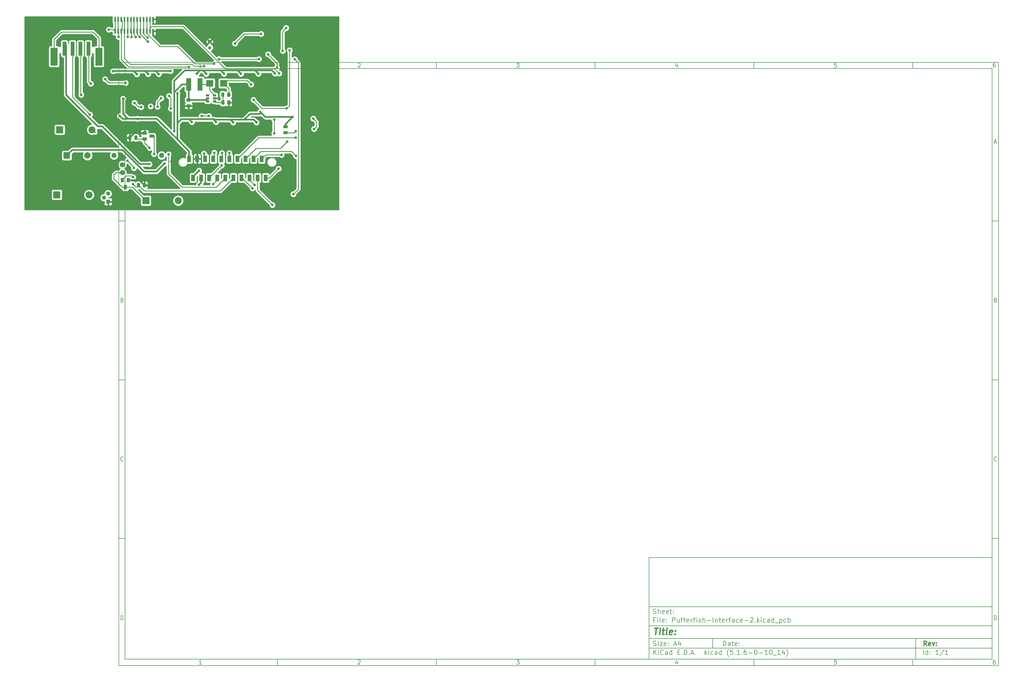
<source format=gbr>
G04 #@! TF.GenerationSoftware,KiCad,Pcbnew,(5.1.6-0-10_14)*
G04 #@! TF.CreationDate,2020-10-01T10:53:29-04:00*
G04 #@! TF.ProjectId,Pufferfish-Interface-2,50756666-6572-4666-9973-682d496e7465,rev?*
G04 #@! TF.SameCoordinates,Original*
G04 #@! TF.FileFunction,Copper,L2,Bot*
G04 #@! TF.FilePolarity,Positive*
%FSLAX46Y46*%
G04 Gerber Fmt 4.6, Leading zero omitted, Abs format (unit mm)*
G04 Created by KiCad (PCBNEW (5.1.6-0-10_14)) date 2020-10-01 10:53:29*
%MOMM*%
%LPD*%
G01*
G04 APERTURE LIST*
%ADD10C,0.100000*%
%ADD11C,0.150000*%
%ADD12C,0.300000*%
%ADD13C,0.400000*%
G04 #@! TA.AperFunction,SMDPad,CuDef*
%ADD14R,2.250000X2.120000*%
G04 #@! TD*
G04 #@! TA.AperFunction,SMDPad,CuDef*
%ADD15R,1.060000X0.650000*%
G04 #@! TD*
G04 #@! TA.AperFunction,SMDPad,CuDef*
%ADD16R,1.498600X3.987800*%
G04 #@! TD*
G04 #@! TA.AperFunction,SMDPad,CuDef*
%ADD17R,2.209800X5.588000*%
G04 #@! TD*
G04 #@! TA.AperFunction,SMDPad,CuDef*
%ADD18R,1.193800X4.394200*%
G04 #@! TD*
G04 #@! TA.AperFunction,SMDPad,CuDef*
%ADD19R,0.600000X1.650000*%
G04 #@! TD*
G04 #@! TA.AperFunction,SMDPad,CuDef*
%ADD20R,1.193800X2.006600*%
G04 #@! TD*
G04 #@! TA.AperFunction,ComponentPad*
%ADD21C,1.600000*%
G04 #@! TD*
G04 #@! TA.AperFunction,ComponentPad*
%ADD22C,6.350000*%
G04 #@! TD*
G04 #@! TA.AperFunction,ComponentPad*
%ADD23O,2.200000X2.200000*%
G04 #@! TD*
G04 #@! TA.AperFunction,ComponentPad*
%ADD24R,2.200000X2.200000*%
G04 #@! TD*
G04 #@! TA.AperFunction,ComponentPad*
%ADD25R,2.000000X2.000000*%
G04 #@! TD*
G04 #@! TA.AperFunction,ComponentPad*
%ADD26C,2.000000*%
G04 #@! TD*
G04 #@! TA.AperFunction,ComponentPad*
%ADD27C,1.010000*%
G04 #@! TD*
G04 #@! TA.AperFunction,ComponentPad*
%ADD28R,1.300000X1.300000*%
G04 #@! TD*
G04 #@! TA.AperFunction,ComponentPad*
%ADD29C,1.300000*%
G04 #@! TD*
G04 #@! TA.AperFunction,SMDPad,CuDef*
%ADD30R,1.400000X1.000000*%
G04 #@! TD*
G04 #@! TA.AperFunction,SMDPad,CuDef*
%ADD31R,1.000000X1.400000*%
G04 #@! TD*
G04 #@! TA.AperFunction,ViaPad*
%ADD32C,0.800000*%
G04 #@! TD*
G04 #@! TA.AperFunction,Conductor*
%ADD33C,0.250000*%
G04 #@! TD*
G04 #@! TA.AperFunction,Conductor*
%ADD34C,0.508000*%
G04 #@! TD*
G04 #@! TA.AperFunction,Conductor*
%ADD35C,0.254000*%
G04 #@! TD*
G04 APERTURE END LIST*
D10*
D11*
X177002200Y-166007200D02*
X177002200Y-198007200D01*
X285002200Y-198007200D01*
X285002200Y-166007200D01*
X177002200Y-166007200D01*
D10*
D11*
X10000000Y-10000000D02*
X10000000Y-200007200D01*
X287002200Y-200007200D01*
X287002200Y-10000000D01*
X10000000Y-10000000D01*
D10*
D11*
X12000000Y-12000000D02*
X12000000Y-198007200D01*
X285002200Y-198007200D01*
X285002200Y-12000000D01*
X12000000Y-12000000D01*
D10*
D11*
X60000000Y-12000000D02*
X60000000Y-10000000D01*
D10*
D11*
X110000000Y-12000000D02*
X110000000Y-10000000D01*
D10*
D11*
X160000000Y-12000000D02*
X160000000Y-10000000D01*
D10*
D11*
X210000000Y-12000000D02*
X210000000Y-10000000D01*
D10*
D11*
X260000000Y-12000000D02*
X260000000Y-10000000D01*
D10*
D11*
X36065476Y-11588095D02*
X35322619Y-11588095D01*
X35694047Y-11588095D02*
X35694047Y-10288095D01*
X35570238Y-10473809D01*
X35446428Y-10597619D01*
X35322619Y-10659523D01*
D10*
D11*
X85322619Y-10411904D02*
X85384523Y-10350000D01*
X85508333Y-10288095D01*
X85817857Y-10288095D01*
X85941666Y-10350000D01*
X86003571Y-10411904D01*
X86065476Y-10535714D01*
X86065476Y-10659523D01*
X86003571Y-10845238D01*
X85260714Y-11588095D01*
X86065476Y-11588095D01*
D10*
D11*
X135260714Y-10288095D02*
X136065476Y-10288095D01*
X135632142Y-10783333D01*
X135817857Y-10783333D01*
X135941666Y-10845238D01*
X136003571Y-10907142D01*
X136065476Y-11030952D01*
X136065476Y-11340476D01*
X136003571Y-11464285D01*
X135941666Y-11526190D01*
X135817857Y-11588095D01*
X135446428Y-11588095D01*
X135322619Y-11526190D01*
X135260714Y-11464285D01*
D10*
D11*
X185941666Y-10721428D02*
X185941666Y-11588095D01*
X185632142Y-10226190D02*
X185322619Y-11154761D01*
X186127380Y-11154761D01*
D10*
D11*
X236003571Y-10288095D02*
X235384523Y-10288095D01*
X235322619Y-10907142D01*
X235384523Y-10845238D01*
X235508333Y-10783333D01*
X235817857Y-10783333D01*
X235941666Y-10845238D01*
X236003571Y-10907142D01*
X236065476Y-11030952D01*
X236065476Y-11340476D01*
X236003571Y-11464285D01*
X235941666Y-11526190D01*
X235817857Y-11588095D01*
X235508333Y-11588095D01*
X235384523Y-11526190D01*
X235322619Y-11464285D01*
D10*
D11*
X285941666Y-10288095D02*
X285694047Y-10288095D01*
X285570238Y-10350000D01*
X285508333Y-10411904D01*
X285384523Y-10597619D01*
X285322619Y-10845238D01*
X285322619Y-11340476D01*
X285384523Y-11464285D01*
X285446428Y-11526190D01*
X285570238Y-11588095D01*
X285817857Y-11588095D01*
X285941666Y-11526190D01*
X286003571Y-11464285D01*
X286065476Y-11340476D01*
X286065476Y-11030952D01*
X286003571Y-10907142D01*
X285941666Y-10845238D01*
X285817857Y-10783333D01*
X285570238Y-10783333D01*
X285446428Y-10845238D01*
X285384523Y-10907142D01*
X285322619Y-11030952D01*
D10*
D11*
X60000000Y-198007200D02*
X60000000Y-200007200D01*
D10*
D11*
X110000000Y-198007200D02*
X110000000Y-200007200D01*
D10*
D11*
X160000000Y-198007200D02*
X160000000Y-200007200D01*
D10*
D11*
X210000000Y-198007200D02*
X210000000Y-200007200D01*
D10*
D11*
X260000000Y-198007200D02*
X260000000Y-200007200D01*
D10*
D11*
X36065476Y-199595295D02*
X35322619Y-199595295D01*
X35694047Y-199595295D02*
X35694047Y-198295295D01*
X35570238Y-198481009D01*
X35446428Y-198604819D01*
X35322619Y-198666723D01*
D10*
D11*
X85322619Y-198419104D02*
X85384523Y-198357200D01*
X85508333Y-198295295D01*
X85817857Y-198295295D01*
X85941666Y-198357200D01*
X86003571Y-198419104D01*
X86065476Y-198542914D01*
X86065476Y-198666723D01*
X86003571Y-198852438D01*
X85260714Y-199595295D01*
X86065476Y-199595295D01*
D10*
D11*
X135260714Y-198295295D02*
X136065476Y-198295295D01*
X135632142Y-198790533D01*
X135817857Y-198790533D01*
X135941666Y-198852438D01*
X136003571Y-198914342D01*
X136065476Y-199038152D01*
X136065476Y-199347676D01*
X136003571Y-199471485D01*
X135941666Y-199533390D01*
X135817857Y-199595295D01*
X135446428Y-199595295D01*
X135322619Y-199533390D01*
X135260714Y-199471485D01*
D10*
D11*
X185941666Y-198728628D02*
X185941666Y-199595295D01*
X185632142Y-198233390D02*
X185322619Y-199161961D01*
X186127380Y-199161961D01*
D10*
D11*
X236003571Y-198295295D02*
X235384523Y-198295295D01*
X235322619Y-198914342D01*
X235384523Y-198852438D01*
X235508333Y-198790533D01*
X235817857Y-198790533D01*
X235941666Y-198852438D01*
X236003571Y-198914342D01*
X236065476Y-199038152D01*
X236065476Y-199347676D01*
X236003571Y-199471485D01*
X235941666Y-199533390D01*
X235817857Y-199595295D01*
X235508333Y-199595295D01*
X235384523Y-199533390D01*
X235322619Y-199471485D01*
D10*
D11*
X285941666Y-198295295D02*
X285694047Y-198295295D01*
X285570238Y-198357200D01*
X285508333Y-198419104D01*
X285384523Y-198604819D01*
X285322619Y-198852438D01*
X285322619Y-199347676D01*
X285384523Y-199471485D01*
X285446428Y-199533390D01*
X285570238Y-199595295D01*
X285817857Y-199595295D01*
X285941666Y-199533390D01*
X286003571Y-199471485D01*
X286065476Y-199347676D01*
X286065476Y-199038152D01*
X286003571Y-198914342D01*
X285941666Y-198852438D01*
X285817857Y-198790533D01*
X285570238Y-198790533D01*
X285446428Y-198852438D01*
X285384523Y-198914342D01*
X285322619Y-199038152D01*
D10*
D11*
X10000000Y-60000000D02*
X12000000Y-60000000D01*
D10*
D11*
X10000000Y-110000000D02*
X12000000Y-110000000D01*
D10*
D11*
X10000000Y-160000000D02*
X12000000Y-160000000D01*
D10*
D11*
X10690476Y-35216666D02*
X11309523Y-35216666D01*
X10566666Y-35588095D02*
X11000000Y-34288095D01*
X11433333Y-35588095D01*
D10*
D11*
X11092857Y-84907142D02*
X11278571Y-84969047D01*
X11340476Y-85030952D01*
X11402380Y-85154761D01*
X11402380Y-85340476D01*
X11340476Y-85464285D01*
X11278571Y-85526190D01*
X11154761Y-85588095D01*
X10659523Y-85588095D01*
X10659523Y-84288095D01*
X11092857Y-84288095D01*
X11216666Y-84350000D01*
X11278571Y-84411904D01*
X11340476Y-84535714D01*
X11340476Y-84659523D01*
X11278571Y-84783333D01*
X11216666Y-84845238D01*
X11092857Y-84907142D01*
X10659523Y-84907142D01*
D10*
D11*
X11402380Y-135464285D02*
X11340476Y-135526190D01*
X11154761Y-135588095D01*
X11030952Y-135588095D01*
X10845238Y-135526190D01*
X10721428Y-135402380D01*
X10659523Y-135278571D01*
X10597619Y-135030952D01*
X10597619Y-134845238D01*
X10659523Y-134597619D01*
X10721428Y-134473809D01*
X10845238Y-134350000D01*
X11030952Y-134288095D01*
X11154761Y-134288095D01*
X11340476Y-134350000D01*
X11402380Y-134411904D01*
D10*
D11*
X10659523Y-185588095D02*
X10659523Y-184288095D01*
X10969047Y-184288095D01*
X11154761Y-184350000D01*
X11278571Y-184473809D01*
X11340476Y-184597619D01*
X11402380Y-184845238D01*
X11402380Y-185030952D01*
X11340476Y-185278571D01*
X11278571Y-185402380D01*
X11154761Y-185526190D01*
X10969047Y-185588095D01*
X10659523Y-185588095D01*
D10*
D11*
X287002200Y-60000000D02*
X285002200Y-60000000D01*
D10*
D11*
X287002200Y-110000000D02*
X285002200Y-110000000D01*
D10*
D11*
X287002200Y-160000000D02*
X285002200Y-160000000D01*
D10*
D11*
X285692676Y-35216666D02*
X286311723Y-35216666D01*
X285568866Y-35588095D02*
X286002200Y-34288095D01*
X286435533Y-35588095D01*
D10*
D11*
X286095057Y-84907142D02*
X286280771Y-84969047D01*
X286342676Y-85030952D01*
X286404580Y-85154761D01*
X286404580Y-85340476D01*
X286342676Y-85464285D01*
X286280771Y-85526190D01*
X286156961Y-85588095D01*
X285661723Y-85588095D01*
X285661723Y-84288095D01*
X286095057Y-84288095D01*
X286218866Y-84350000D01*
X286280771Y-84411904D01*
X286342676Y-84535714D01*
X286342676Y-84659523D01*
X286280771Y-84783333D01*
X286218866Y-84845238D01*
X286095057Y-84907142D01*
X285661723Y-84907142D01*
D10*
D11*
X286404580Y-135464285D02*
X286342676Y-135526190D01*
X286156961Y-135588095D01*
X286033152Y-135588095D01*
X285847438Y-135526190D01*
X285723628Y-135402380D01*
X285661723Y-135278571D01*
X285599819Y-135030952D01*
X285599819Y-134845238D01*
X285661723Y-134597619D01*
X285723628Y-134473809D01*
X285847438Y-134350000D01*
X286033152Y-134288095D01*
X286156961Y-134288095D01*
X286342676Y-134350000D01*
X286404580Y-134411904D01*
D10*
D11*
X285661723Y-185588095D02*
X285661723Y-184288095D01*
X285971247Y-184288095D01*
X286156961Y-184350000D01*
X286280771Y-184473809D01*
X286342676Y-184597619D01*
X286404580Y-184845238D01*
X286404580Y-185030952D01*
X286342676Y-185278571D01*
X286280771Y-185402380D01*
X286156961Y-185526190D01*
X285971247Y-185588095D01*
X285661723Y-185588095D01*
D10*
D11*
X200434342Y-193785771D02*
X200434342Y-192285771D01*
X200791485Y-192285771D01*
X201005771Y-192357200D01*
X201148628Y-192500057D01*
X201220057Y-192642914D01*
X201291485Y-192928628D01*
X201291485Y-193142914D01*
X201220057Y-193428628D01*
X201148628Y-193571485D01*
X201005771Y-193714342D01*
X200791485Y-193785771D01*
X200434342Y-193785771D01*
X202577200Y-193785771D02*
X202577200Y-193000057D01*
X202505771Y-192857200D01*
X202362914Y-192785771D01*
X202077200Y-192785771D01*
X201934342Y-192857200D01*
X202577200Y-193714342D02*
X202434342Y-193785771D01*
X202077200Y-193785771D01*
X201934342Y-193714342D01*
X201862914Y-193571485D01*
X201862914Y-193428628D01*
X201934342Y-193285771D01*
X202077200Y-193214342D01*
X202434342Y-193214342D01*
X202577200Y-193142914D01*
X203077200Y-192785771D02*
X203648628Y-192785771D01*
X203291485Y-192285771D02*
X203291485Y-193571485D01*
X203362914Y-193714342D01*
X203505771Y-193785771D01*
X203648628Y-193785771D01*
X204720057Y-193714342D02*
X204577200Y-193785771D01*
X204291485Y-193785771D01*
X204148628Y-193714342D01*
X204077200Y-193571485D01*
X204077200Y-193000057D01*
X204148628Y-192857200D01*
X204291485Y-192785771D01*
X204577200Y-192785771D01*
X204720057Y-192857200D01*
X204791485Y-193000057D01*
X204791485Y-193142914D01*
X204077200Y-193285771D01*
X205434342Y-193642914D02*
X205505771Y-193714342D01*
X205434342Y-193785771D01*
X205362914Y-193714342D01*
X205434342Y-193642914D01*
X205434342Y-193785771D01*
X205434342Y-192857200D02*
X205505771Y-192928628D01*
X205434342Y-193000057D01*
X205362914Y-192928628D01*
X205434342Y-192857200D01*
X205434342Y-193000057D01*
D10*
D11*
X177002200Y-194507200D02*
X285002200Y-194507200D01*
D10*
D11*
X178434342Y-196585771D02*
X178434342Y-195085771D01*
X179291485Y-196585771D02*
X178648628Y-195728628D01*
X179291485Y-195085771D02*
X178434342Y-195942914D01*
X179934342Y-196585771D02*
X179934342Y-195585771D01*
X179934342Y-195085771D02*
X179862914Y-195157200D01*
X179934342Y-195228628D01*
X180005771Y-195157200D01*
X179934342Y-195085771D01*
X179934342Y-195228628D01*
X181505771Y-196442914D02*
X181434342Y-196514342D01*
X181220057Y-196585771D01*
X181077200Y-196585771D01*
X180862914Y-196514342D01*
X180720057Y-196371485D01*
X180648628Y-196228628D01*
X180577200Y-195942914D01*
X180577200Y-195728628D01*
X180648628Y-195442914D01*
X180720057Y-195300057D01*
X180862914Y-195157200D01*
X181077200Y-195085771D01*
X181220057Y-195085771D01*
X181434342Y-195157200D01*
X181505771Y-195228628D01*
X182791485Y-196585771D02*
X182791485Y-195800057D01*
X182720057Y-195657200D01*
X182577200Y-195585771D01*
X182291485Y-195585771D01*
X182148628Y-195657200D01*
X182791485Y-196514342D02*
X182648628Y-196585771D01*
X182291485Y-196585771D01*
X182148628Y-196514342D01*
X182077200Y-196371485D01*
X182077200Y-196228628D01*
X182148628Y-196085771D01*
X182291485Y-196014342D01*
X182648628Y-196014342D01*
X182791485Y-195942914D01*
X184148628Y-196585771D02*
X184148628Y-195085771D01*
X184148628Y-196514342D02*
X184005771Y-196585771D01*
X183720057Y-196585771D01*
X183577200Y-196514342D01*
X183505771Y-196442914D01*
X183434342Y-196300057D01*
X183434342Y-195871485D01*
X183505771Y-195728628D01*
X183577200Y-195657200D01*
X183720057Y-195585771D01*
X184005771Y-195585771D01*
X184148628Y-195657200D01*
X186005771Y-195800057D02*
X186505771Y-195800057D01*
X186720057Y-196585771D02*
X186005771Y-196585771D01*
X186005771Y-195085771D01*
X186720057Y-195085771D01*
X187362914Y-196442914D02*
X187434342Y-196514342D01*
X187362914Y-196585771D01*
X187291485Y-196514342D01*
X187362914Y-196442914D01*
X187362914Y-196585771D01*
X188077200Y-196585771D02*
X188077200Y-195085771D01*
X188434342Y-195085771D01*
X188648628Y-195157200D01*
X188791485Y-195300057D01*
X188862914Y-195442914D01*
X188934342Y-195728628D01*
X188934342Y-195942914D01*
X188862914Y-196228628D01*
X188791485Y-196371485D01*
X188648628Y-196514342D01*
X188434342Y-196585771D01*
X188077200Y-196585771D01*
X189577200Y-196442914D02*
X189648628Y-196514342D01*
X189577200Y-196585771D01*
X189505771Y-196514342D01*
X189577200Y-196442914D01*
X189577200Y-196585771D01*
X190220057Y-196157200D02*
X190934342Y-196157200D01*
X190077200Y-196585771D02*
X190577200Y-195085771D01*
X191077200Y-196585771D01*
X191577200Y-196442914D02*
X191648628Y-196514342D01*
X191577200Y-196585771D01*
X191505771Y-196514342D01*
X191577200Y-196442914D01*
X191577200Y-196585771D01*
X194577200Y-196585771D02*
X194577200Y-195085771D01*
X194720057Y-196014342D02*
X195148628Y-196585771D01*
X195148628Y-195585771D02*
X194577200Y-196157200D01*
X195791485Y-196585771D02*
X195791485Y-195585771D01*
X195791485Y-195085771D02*
X195720057Y-195157200D01*
X195791485Y-195228628D01*
X195862914Y-195157200D01*
X195791485Y-195085771D01*
X195791485Y-195228628D01*
X197148628Y-196514342D02*
X197005771Y-196585771D01*
X196720057Y-196585771D01*
X196577200Y-196514342D01*
X196505771Y-196442914D01*
X196434342Y-196300057D01*
X196434342Y-195871485D01*
X196505771Y-195728628D01*
X196577200Y-195657200D01*
X196720057Y-195585771D01*
X197005771Y-195585771D01*
X197148628Y-195657200D01*
X198434342Y-196585771D02*
X198434342Y-195800057D01*
X198362914Y-195657200D01*
X198220057Y-195585771D01*
X197934342Y-195585771D01*
X197791485Y-195657200D01*
X198434342Y-196514342D02*
X198291485Y-196585771D01*
X197934342Y-196585771D01*
X197791485Y-196514342D01*
X197720057Y-196371485D01*
X197720057Y-196228628D01*
X197791485Y-196085771D01*
X197934342Y-196014342D01*
X198291485Y-196014342D01*
X198434342Y-195942914D01*
X199791485Y-196585771D02*
X199791485Y-195085771D01*
X199791485Y-196514342D02*
X199648628Y-196585771D01*
X199362914Y-196585771D01*
X199220057Y-196514342D01*
X199148628Y-196442914D01*
X199077200Y-196300057D01*
X199077200Y-195871485D01*
X199148628Y-195728628D01*
X199220057Y-195657200D01*
X199362914Y-195585771D01*
X199648628Y-195585771D01*
X199791485Y-195657200D01*
X202077200Y-197157200D02*
X202005771Y-197085771D01*
X201862914Y-196871485D01*
X201791485Y-196728628D01*
X201720057Y-196514342D01*
X201648628Y-196157200D01*
X201648628Y-195871485D01*
X201720057Y-195514342D01*
X201791485Y-195300057D01*
X201862914Y-195157200D01*
X202005771Y-194942914D01*
X202077200Y-194871485D01*
X203362914Y-195085771D02*
X202648628Y-195085771D01*
X202577200Y-195800057D01*
X202648628Y-195728628D01*
X202791485Y-195657200D01*
X203148628Y-195657200D01*
X203291485Y-195728628D01*
X203362914Y-195800057D01*
X203434342Y-195942914D01*
X203434342Y-196300057D01*
X203362914Y-196442914D01*
X203291485Y-196514342D01*
X203148628Y-196585771D01*
X202791485Y-196585771D01*
X202648628Y-196514342D01*
X202577200Y-196442914D01*
X204077200Y-196442914D02*
X204148628Y-196514342D01*
X204077200Y-196585771D01*
X204005771Y-196514342D01*
X204077200Y-196442914D01*
X204077200Y-196585771D01*
X205577200Y-196585771D02*
X204720057Y-196585771D01*
X205148628Y-196585771D02*
X205148628Y-195085771D01*
X205005771Y-195300057D01*
X204862914Y-195442914D01*
X204720057Y-195514342D01*
X206220057Y-196442914D02*
X206291485Y-196514342D01*
X206220057Y-196585771D01*
X206148628Y-196514342D01*
X206220057Y-196442914D01*
X206220057Y-196585771D01*
X207577200Y-195085771D02*
X207291485Y-195085771D01*
X207148628Y-195157200D01*
X207077200Y-195228628D01*
X206934342Y-195442914D01*
X206862914Y-195728628D01*
X206862914Y-196300057D01*
X206934342Y-196442914D01*
X207005771Y-196514342D01*
X207148628Y-196585771D01*
X207434342Y-196585771D01*
X207577200Y-196514342D01*
X207648628Y-196442914D01*
X207720057Y-196300057D01*
X207720057Y-195942914D01*
X207648628Y-195800057D01*
X207577200Y-195728628D01*
X207434342Y-195657200D01*
X207148628Y-195657200D01*
X207005771Y-195728628D01*
X206934342Y-195800057D01*
X206862914Y-195942914D01*
X208362914Y-196014342D02*
X209505771Y-196014342D01*
X210505771Y-195085771D02*
X210648628Y-195085771D01*
X210791485Y-195157200D01*
X210862914Y-195228628D01*
X210934342Y-195371485D01*
X211005771Y-195657200D01*
X211005771Y-196014342D01*
X210934342Y-196300057D01*
X210862914Y-196442914D01*
X210791485Y-196514342D01*
X210648628Y-196585771D01*
X210505771Y-196585771D01*
X210362914Y-196514342D01*
X210291485Y-196442914D01*
X210220057Y-196300057D01*
X210148628Y-196014342D01*
X210148628Y-195657200D01*
X210220057Y-195371485D01*
X210291485Y-195228628D01*
X210362914Y-195157200D01*
X210505771Y-195085771D01*
X211648628Y-196014342D02*
X212791485Y-196014342D01*
X214291485Y-196585771D02*
X213434342Y-196585771D01*
X213862914Y-196585771D02*
X213862914Y-195085771D01*
X213720057Y-195300057D01*
X213577200Y-195442914D01*
X213434342Y-195514342D01*
X215220057Y-195085771D02*
X215362914Y-195085771D01*
X215505771Y-195157200D01*
X215577200Y-195228628D01*
X215648628Y-195371485D01*
X215720057Y-195657200D01*
X215720057Y-196014342D01*
X215648628Y-196300057D01*
X215577200Y-196442914D01*
X215505771Y-196514342D01*
X215362914Y-196585771D01*
X215220057Y-196585771D01*
X215077200Y-196514342D01*
X215005771Y-196442914D01*
X214934342Y-196300057D01*
X214862914Y-196014342D01*
X214862914Y-195657200D01*
X214934342Y-195371485D01*
X215005771Y-195228628D01*
X215077200Y-195157200D01*
X215220057Y-195085771D01*
X216005771Y-196728628D02*
X217148628Y-196728628D01*
X218291485Y-196585771D02*
X217434342Y-196585771D01*
X217862914Y-196585771D02*
X217862914Y-195085771D01*
X217720057Y-195300057D01*
X217577200Y-195442914D01*
X217434342Y-195514342D01*
X219577200Y-195585771D02*
X219577200Y-196585771D01*
X219220057Y-195014342D02*
X218862914Y-196085771D01*
X219791485Y-196085771D01*
X220220057Y-197157200D02*
X220291485Y-197085771D01*
X220434342Y-196871485D01*
X220505771Y-196728628D01*
X220577200Y-196514342D01*
X220648628Y-196157200D01*
X220648628Y-195871485D01*
X220577200Y-195514342D01*
X220505771Y-195300057D01*
X220434342Y-195157200D01*
X220291485Y-194942914D01*
X220220057Y-194871485D01*
D10*
D11*
X177002200Y-191507200D02*
X285002200Y-191507200D01*
D10*
D12*
X264411485Y-193785771D02*
X263911485Y-193071485D01*
X263554342Y-193785771D02*
X263554342Y-192285771D01*
X264125771Y-192285771D01*
X264268628Y-192357200D01*
X264340057Y-192428628D01*
X264411485Y-192571485D01*
X264411485Y-192785771D01*
X264340057Y-192928628D01*
X264268628Y-193000057D01*
X264125771Y-193071485D01*
X263554342Y-193071485D01*
X265625771Y-193714342D02*
X265482914Y-193785771D01*
X265197200Y-193785771D01*
X265054342Y-193714342D01*
X264982914Y-193571485D01*
X264982914Y-193000057D01*
X265054342Y-192857200D01*
X265197200Y-192785771D01*
X265482914Y-192785771D01*
X265625771Y-192857200D01*
X265697200Y-193000057D01*
X265697200Y-193142914D01*
X264982914Y-193285771D01*
X266197200Y-192785771D02*
X266554342Y-193785771D01*
X266911485Y-192785771D01*
X267482914Y-193642914D02*
X267554342Y-193714342D01*
X267482914Y-193785771D01*
X267411485Y-193714342D01*
X267482914Y-193642914D01*
X267482914Y-193785771D01*
X267482914Y-192857200D02*
X267554342Y-192928628D01*
X267482914Y-193000057D01*
X267411485Y-192928628D01*
X267482914Y-192857200D01*
X267482914Y-193000057D01*
D10*
D11*
X178362914Y-193714342D02*
X178577200Y-193785771D01*
X178934342Y-193785771D01*
X179077200Y-193714342D01*
X179148628Y-193642914D01*
X179220057Y-193500057D01*
X179220057Y-193357200D01*
X179148628Y-193214342D01*
X179077200Y-193142914D01*
X178934342Y-193071485D01*
X178648628Y-193000057D01*
X178505771Y-192928628D01*
X178434342Y-192857200D01*
X178362914Y-192714342D01*
X178362914Y-192571485D01*
X178434342Y-192428628D01*
X178505771Y-192357200D01*
X178648628Y-192285771D01*
X179005771Y-192285771D01*
X179220057Y-192357200D01*
X179862914Y-193785771D02*
X179862914Y-192785771D01*
X179862914Y-192285771D02*
X179791485Y-192357200D01*
X179862914Y-192428628D01*
X179934342Y-192357200D01*
X179862914Y-192285771D01*
X179862914Y-192428628D01*
X180434342Y-192785771D02*
X181220057Y-192785771D01*
X180434342Y-193785771D01*
X181220057Y-193785771D01*
X182362914Y-193714342D02*
X182220057Y-193785771D01*
X181934342Y-193785771D01*
X181791485Y-193714342D01*
X181720057Y-193571485D01*
X181720057Y-193000057D01*
X181791485Y-192857200D01*
X181934342Y-192785771D01*
X182220057Y-192785771D01*
X182362914Y-192857200D01*
X182434342Y-193000057D01*
X182434342Y-193142914D01*
X181720057Y-193285771D01*
X183077200Y-193642914D02*
X183148628Y-193714342D01*
X183077200Y-193785771D01*
X183005771Y-193714342D01*
X183077200Y-193642914D01*
X183077200Y-193785771D01*
X183077200Y-192857200D02*
X183148628Y-192928628D01*
X183077200Y-193000057D01*
X183005771Y-192928628D01*
X183077200Y-192857200D01*
X183077200Y-193000057D01*
X184862914Y-193357200D02*
X185577200Y-193357200D01*
X184720057Y-193785771D02*
X185220057Y-192285771D01*
X185720057Y-193785771D01*
X186862914Y-192785771D02*
X186862914Y-193785771D01*
X186505771Y-192214342D02*
X186148628Y-193285771D01*
X187077200Y-193285771D01*
D10*
D11*
X263434342Y-196585771D02*
X263434342Y-195085771D01*
X264791485Y-196585771D02*
X264791485Y-195085771D01*
X264791485Y-196514342D02*
X264648628Y-196585771D01*
X264362914Y-196585771D01*
X264220057Y-196514342D01*
X264148628Y-196442914D01*
X264077200Y-196300057D01*
X264077200Y-195871485D01*
X264148628Y-195728628D01*
X264220057Y-195657200D01*
X264362914Y-195585771D01*
X264648628Y-195585771D01*
X264791485Y-195657200D01*
X265505771Y-196442914D02*
X265577200Y-196514342D01*
X265505771Y-196585771D01*
X265434342Y-196514342D01*
X265505771Y-196442914D01*
X265505771Y-196585771D01*
X265505771Y-195657200D02*
X265577200Y-195728628D01*
X265505771Y-195800057D01*
X265434342Y-195728628D01*
X265505771Y-195657200D01*
X265505771Y-195800057D01*
X268148628Y-196585771D02*
X267291485Y-196585771D01*
X267720057Y-196585771D02*
X267720057Y-195085771D01*
X267577200Y-195300057D01*
X267434342Y-195442914D01*
X267291485Y-195514342D01*
X269862914Y-195014342D02*
X268577200Y-196942914D01*
X271148628Y-196585771D02*
X270291485Y-196585771D01*
X270720057Y-196585771D02*
X270720057Y-195085771D01*
X270577200Y-195300057D01*
X270434342Y-195442914D01*
X270291485Y-195514342D01*
D10*
D11*
X177002200Y-187507200D02*
X285002200Y-187507200D01*
D10*
D13*
X178714580Y-188211961D02*
X179857438Y-188211961D01*
X179036009Y-190211961D02*
X179286009Y-188211961D01*
X180274104Y-190211961D02*
X180440771Y-188878628D01*
X180524104Y-188211961D02*
X180416961Y-188307200D01*
X180500295Y-188402438D01*
X180607438Y-188307200D01*
X180524104Y-188211961D01*
X180500295Y-188402438D01*
X181107438Y-188878628D02*
X181869342Y-188878628D01*
X181476485Y-188211961D02*
X181262200Y-189926247D01*
X181333628Y-190116723D01*
X181512200Y-190211961D01*
X181702676Y-190211961D01*
X182655057Y-190211961D02*
X182476485Y-190116723D01*
X182405057Y-189926247D01*
X182619342Y-188211961D01*
X184190771Y-190116723D02*
X183988390Y-190211961D01*
X183607438Y-190211961D01*
X183428866Y-190116723D01*
X183357438Y-189926247D01*
X183452676Y-189164342D01*
X183571723Y-188973866D01*
X183774104Y-188878628D01*
X184155057Y-188878628D01*
X184333628Y-188973866D01*
X184405057Y-189164342D01*
X184381247Y-189354819D01*
X183405057Y-189545295D01*
X185155057Y-190021485D02*
X185238390Y-190116723D01*
X185131247Y-190211961D01*
X185047914Y-190116723D01*
X185155057Y-190021485D01*
X185131247Y-190211961D01*
X185286009Y-188973866D02*
X185369342Y-189069104D01*
X185262200Y-189164342D01*
X185178866Y-189069104D01*
X185286009Y-188973866D01*
X185262200Y-189164342D01*
D10*
D11*
X178934342Y-185600057D02*
X178434342Y-185600057D01*
X178434342Y-186385771D02*
X178434342Y-184885771D01*
X179148628Y-184885771D01*
X179720057Y-186385771D02*
X179720057Y-185385771D01*
X179720057Y-184885771D02*
X179648628Y-184957200D01*
X179720057Y-185028628D01*
X179791485Y-184957200D01*
X179720057Y-184885771D01*
X179720057Y-185028628D01*
X180648628Y-186385771D02*
X180505771Y-186314342D01*
X180434342Y-186171485D01*
X180434342Y-184885771D01*
X181791485Y-186314342D02*
X181648628Y-186385771D01*
X181362914Y-186385771D01*
X181220057Y-186314342D01*
X181148628Y-186171485D01*
X181148628Y-185600057D01*
X181220057Y-185457200D01*
X181362914Y-185385771D01*
X181648628Y-185385771D01*
X181791485Y-185457200D01*
X181862914Y-185600057D01*
X181862914Y-185742914D01*
X181148628Y-185885771D01*
X182505771Y-186242914D02*
X182577200Y-186314342D01*
X182505771Y-186385771D01*
X182434342Y-186314342D01*
X182505771Y-186242914D01*
X182505771Y-186385771D01*
X182505771Y-185457200D02*
X182577200Y-185528628D01*
X182505771Y-185600057D01*
X182434342Y-185528628D01*
X182505771Y-185457200D01*
X182505771Y-185600057D01*
X184362914Y-186385771D02*
X184362914Y-184885771D01*
X184934342Y-184885771D01*
X185077200Y-184957200D01*
X185148628Y-185028628D01*
X185220057Y-185171485D01*
X185220057Y-185385771D01*
X185148628Y-185528628D01*
X185077200Y-185600057D01*
X184934342Y-185671485D01*
X184362914Y-185671485D01*
X186505771Y-185385771D02*
X186505771Y-186385771D01*
X185862914Y-185385771D02*
X185862914Y-186171485D01*
X185934342Y-186314342D01*
X186077200Y-186385771D01*
X186291485Y-186385771D01*
X186434342Y-186314342D01*
X186505771Y-186242914D01*
X187005771Y-185385771D02*
X187577200Y-185385771D01*
X187220057Y-186385771D02*
X187220057Y-185100057D01*
X187291485Y-184957200D01*
X187434342Y-184885771D01*
X187577200Y-184885771D01*
X187862914Y-185385771D02*
X188434342Y-185385771D01*
X188077200Y-186385771D02*
X188077200Y-185100057D01*
X188148628Y-184957200D01*
X188291485Y-184885771D01*
X188434342Y-184885771D01*
X189505771Y-186314342D02*
X189362914Y-186385771D01*
X189077200Y-186385771D01*
X188934342Y-186314342D01*
X188862914Y-186171485D01*
X188862914Y-185600057D01*
X188934342Y-185457200D01*
X189077200Y-185385771D01*
X189362914Y-185385771D01*
X189505771Y-185457200D01*
X189577200Y-185600057D01*
X189577200Y-185742914D01*
X188862914Y-185885771D01*
X190220057Y-186385771D02*
X190220057Y-185385771D01*
X190220057Y-185671485D02*
X190291485Y-185528628D01*
X190362914Y-185457200D01*
X190505771Y-185385771D01*
X190648628Y-185385771D01*
X190934342Y-185385771D02*
X191505771Y-185385771D01*
X191148628Y-186385771D02*
X191148628Y-185100057D01*
X191220057Y-184957200D01*
X191362914Y-184885771D01*
X191505771Y-184885771D01*
X192005771Y-186385771D02*
X192005771Y-185385771D01*
X192005771Y-184885771D02*
X191934342Y-184957200D01*
X192005771Y-185028628D01*
X192077200Y-184957200D01*
X192005771Y-184885771D01*
X192005771Y-185028628D01*
X192648628Y-186314342D02*
X192791485Y-186385771D01*
X193077200Y-186385771D01*
X193220057Y-186314342D01*
X193291485Y-186171485D01*
X193291485Y-186100057D01*
X193220057Y-185957200D01*
X193077200Y-185885771D01*
X192862914Y-185885771D01*
X192720057Y-185814342D01*
X192648628Y-185671485D01*
X192648628Y-185600057D01*
X192720057Y-185457200D01*
X192862914Y-185385771D01*
X193077200Y-185385771D01*
X193220057Y-185457200D01*
X193934342Y-186385771D02*
X193934342Y-184885771D01*
X194577200Y-186385771D02*
X194577200Y-185600057D01*
X194505771Y-185457200D01*
X194362914Y-185385771D01*
X194148628Y-185385771D01*
X194005771Y-185457200D01*
X193934342Y-185528628D01*
X195291485Y-185814342D02*
X196434342Y-185814342D01*
X197148628Y-186385771D02*
X197148628Y-184885771D01*
X197862914Y-185385771D02*
X197862914Y-186385771D01*
X197862914Y-185528628D02*
X197934342Y-185457200D01*
X198077200Y-185385771D01*
X198291485Y-185385771D01*
X198434342Y-185457200D01*
X198505771Y-185600057D01*
X198505771Y-186385771D01*
X199005771Y-185385771D02*
X199577200Y-185385771D01*
X199220057Y-184885771D02*
X199220057Y-186171485D01*
X199291485Y-186314342D01*
X199434342Y-186385771D01*
X199577200Y-186385771D01*
X200648628Y-186314342D02*
X200505771Y-186385771D01*
X200220057Y-186385771D01*
X200077200Y-186314342D01*
X200005771Y-186171485D01*
X200005771Y-185600057D01*
X200077200Y-185457200D01*
X200220057Y-185385771D01*
X200505771Y-185385771D01*
X200648628Y-185457200D01*
X200720057Y-185600057D01*
X200720057Y-185742914D01*
X200005771Y-185885771D01*
X201362914Y-186385771D02*
X201362914Y-185385771D01*
X201362914Y-185671485D02*
X201434342Y-185528628D01*
X201505771Y-185457200D01*
X201648628Y-185385771D01*
X201791485Y-185385771D01*
X202077200Y-185385771D02*
X202648628Y-185385771D01*
X202291485Y-186385771D02*
X202291485Y-185100057D01*
X202362914Y-184957200D01*
X202505771Y-184885771D01*
X202648628Y-184885771D01*
X203791485Y-186385771D02*
X203791485Y-185600057D01*
X203720057Y-185457200D01*
X203577200Y-185385771D01*
X203291485Y-185385771D01*
X203148628Y-185457200D01*
X203791485Y-186314342D02*
X203648628Y-186385771D01*
X203291485Y-186385771D01*
X203148628Y-186314342D01*
X203077200Y-186171485D01*
X203077200Y-186028628D01*
X203148628Y-185885771D01*
X203291485Y-185814342D01*
X203648628Y-185814342D01*
X203791485Y-185742914D01*
X205148628Y-186314342D02*
X205005771Y-186385771D01*
X204720057Y-186385771D01*
X204577200Y-186314342D01*
X204505771Y-186242914D01*
X204434342Y-186100057D01*
X204434342Y-185671485D01*
X204505771Y-185528628D01*
X204577200Y-185457200D01*
X204720057Y-185385771D01*
X205005771Y-185385771D01*
X205148628Y-185457200D01*
X206362914Y-186314342D02*
X206220057Y-186385771D01*
X205934342Y-186385771D01*
X205791485Y-186314342D01*
X205720057Y-186171485D01*
X205720057Y-185600057D01*
X205791485Y-185457200D01*
X205934342Y-185385771D01*
X206220057Y-185385771D01*
X206362914Y-185457200D01*
X206434342Y-185600057D01*
X206434342Y-185742914D01*
X205720057Y-185885771D01*
X207077200Y-185814342D02*
X208220057Y-185814342D01*
X208862914Y-185028628D02*
X208934342Y-184957200D01*
X209077200Y-184885771D01*
X209434342Y-184885771D01*
X209577200Y-184957200D01*
X209648628Y-185028628D01*
X209720057Y-185171485D01*
X209720057Y-185314342D01*
X209648628Y-185528628D01*
X208791485Y-186385771D01*
X209720057Y-186385771D01*
X210362914Y-186242914D02*
X210434342Y-186314342D01*
X210362914Y-186385771D01*
X210291485Y-186314342D01*
X210362914Y-186242914D01*
X210362914Y-186385771D01*
X211077200Y-186385771D02*
X211077200Y-184885771D01*
X211220057Y-185814342D02*
X211648628Y-186385771D01*
X211648628Y-185385771D02*
X211077200Y-185957200D01*
X212291485Y-186385771D02*
X212291485Y-185385771D01*
X212291485Y-184885771D02*
X212220057Y-184957200D01*
X212291485Y-185028628D01*
X212362914Y-184957200D01*
X212291485Y-184885771D01*
X212291485Y-185028628D01*
X213648628Y-186314342D02*
X213505771Y-186385771D01*
X213220057Y-186385771D01*
X213077200Y-186314342D01*
X213005771Y-186242914D01*
X212934342Y-186100057D01*
X212934342Y-185671485D01*
X213005771Y-185528628D01*
X213077200Y-185457200D01*
X213220057Y-185385771D01*
X213505771Y-185385771D01*
X213648628Y-185457200D01*
X214934342Y-186385771D02*
X214934342Y-185600057D01*
X214862914Y-185457200D01*
X214720057Y-185385771D01*
X214434342Y-185385771D01*
X214291485Y-185457200D01*
X214934342Y-186314342D02*
X214791485Y-186385771D01*
X214434342Y-186385771D01*
X214291485Y-186314342D01*
X214220057Y-186171485D01*
X214220057Y-186028628D01*
X214291485Y-185885771D01*
X214434342Y-185814342D01*
X214791485Y-185814342D01*
X214934342Y-185742914D01*
X216291485Y-186385771D02*
X216291485Y-184885771D01*
X216291485Y-186314342D02*
X216148628Y-186385771D01*
X215862914Y-186385771D01*
X215720057Y-186314342D01*
X215648628Y-186242914D01*
X215577200Y-186100057D01*
X215577200Y-185671485D01*
X215648628Y-185528628D01*
X215720057Y-185457200D01*
X215862914Y-185385771D01*
X216148628Y-185385771D01*
X216291485Y-185457200D01*
X216648628Y-186528628D02*
X217791485Y-186528628D01*
X218148628Y-185385771D02*
X218148628Y-186885771D01*
X218148628Y-185457200D02*
X218291485Y-185385771D01*
X218577200Y-185385771D01*
X218720057Y-185457200D01*
X218791485Y-185528628D01*
X218862914Y-185671485D01*
X218862914Y-186100057D01*
X218791485Y-186242914D01*
X218720057Y-186314342D01*
X218577200Y-186385771D01*
X218291485Y-186385771D01*
X218148628Y-186314342D01*
X220148628Y-186314342D02*
X220005771Y-186385771D01*
X219720057Y-186385771D01*
X219577200Y-186314342D01*
X219505771Y-186242914D01*
X219434342Y-186100057D01*
X219434342Y-185671485D01*
X219505771Y-185528628D01*
X219577200Y-185457200D01*
X219720057Y-185385771D01*
X220005771Y-185385771D01*
X220148628Y-185457200D01*
X220791485Y-186385771D02*
X220791485Y-184885771D01*
X220791485Y-185457200D02*
X220934342Y-185385771D01*
X221220057Y-185385771D01*
X221362914Y-185457200D01*
X221434342Y-185528628D01*
X221505771Y-185671485D01*
X221505771Y-186100057D01*
X221434342Y-186242914D01*
X221362914Y-186314342D01*
X221220057Y-186385771D01*
X220934342Y-186385771D01*
X220791485Y-186314342D01*
D10*
D11*
X177002200Y-181507200D02*
X285002200Y-181507200D01*
D10*
D11*
X178362914Y-183614342D02*
X178577200Y-183685771D01*
X178934342Y-183685771D01*
X179077200Y-183614342D01*
X179148628Y-183542914D01*
X179220057Y-183400057D01*
X179220057Y-183257200D01*
X179148628Y-183114342D01*
X179077200Y-183042914D01*
X178934342Y-182971485D01*
X178648628Y-182900057D01*
X178505771Y-182828628D01*
X178434342Y-182757200D01*
X178362914Y-182614342D01*
X178362914Y-182471485D01*
X178434342Y-182328628D01*
X178505771Y-182257200D01*
X178648628Y-182185771D01*
X179005771Y-182185771D01*
X179220057Y-182257200D01*
X179862914Y-183685771D02*
X179862914Y-182185771D01*
X180505771Y-183685771D02*
X180505771Y-182900057D01*
X180434342Y-182757200D01*
X180291485Y-182685771D01*
X180077200Y-182685771D01*
X179934342Y-182757200D01*
X179862914Y-182828628D01*
X181791485Y-183614342D02*
X181648628Y-183685771D01*
X181362914Y-183685771D01*
X181220057Y-183614342D01*
X181148628Y-183471485D01*
X181148628Y-182900057D01*
X181220057Y-182757200D01*
X181362914Y-182685771D01*
X181648628Y-182685771D01*
X181791485Y-182757200D01*
X181862914Y-182900057D01*
X181862914Y-183042914D01*
X181148628Y-183185771D01*
X183077200Y-183614342D02*
X182934342Y-183685771D01*
X182648628Y-183685771D01*
X182505771Y-183614342D01*
X182434342Y-183471485D01*
X182434342Y-182900057D01*
X182505771Y-182757200D01*
X182648628Y-182685771D01*
X182934342Y-182685771D01*
X183077200Y-182757200D01*
X183148628Y-182900057D01*
X183148628Y-183042914D01*
X182434342Y-183185771D01*
X183577200Y-182685771D02*
X184148628Y-182685771D01*
X183791485Y-182185771D02*
X183791485Y-183471485D01*
X183862914Y-183614342D01*
X184005771Y-183685771D01*
X184148628Y-183685771D01*
X184648628Y-183542914D02*
X184720057Y-183614342D01*
X184648628Y-183685771D01*
X184577200Y-183614342D01*
X184648628Y-183542914D01*
X184648628Y-183685771D01*
X184648628Y-182757200D02*
X184720057Y-182828628D01*
X184648628Y-182900057D01*
X184577200Y-182828628D01*
X184648628Y-182757200D01*
X184648628Y-182900057D01*
D10*
D11*
X197002200Y-191507200D02*
X197002200Y-194507200D01*
D10*
D11*
X261002200Y-191507200D02*
X261002200Y-198007200D01*
D14*
X38623240Y-16634460D03*
X42993240Y-16634460D03*
D15*
X37988060Y-21371560D03*
X37988060Y-20421560D03*
X37988060Y-22321560D03*
X40188060Y-22321560D03*
X40188060Y-21371560D03*
X40188060Y-20421560D03*
G04 #@! TA.AperFunction,SMDPad,CuDef*
G36*
G01*
X44168240Y-23115590D02*
X44168240Y-22203090D01*
G75*
G02*
X44411990Y-21959340I243750J0D01*
G01*
X44899490Y-21959340D01*
G75*
G02*
X45143240Y-22203090I0J-243750D01*
G01*
X45143240Y-23115590D01*
G75*
G02*
X44899490Y-23359340I-243750J0D01*
G01*
X44411990Y-23359340D01*
G75*
G02*
X44168240Y-23115590I0J243750D01*
G01*
G37*
G04 #@! TD.AperFunction*
G04 #@! TA.AperFunction,SMDPad,CuDef*
G36*
G01*
X42293240Y-23115590D02*
X42293240Y-22203090D01*
G75*
G02*
X42536990Y-21959340I243750J0D01*
G01*
X43024490Y-21959340D01*
G75*
G02*
X43268240Y-22203090I0J-243750D01*
G01*
X43268240Y-23115590D01*
G75*
G02*
X43024490Y-23359340I-243750J0D01*
G01*
X42536990Y-23359340D01*
G75*
G02*
X42293240Y-23115590I0J243750D01*
G01*
G37*
G04 #@! TD.AperFunction*
G04 #@! TA.AperFunction,SMDPad,CuDef*
G36*
G01*
X43235220Y-19757070D02*
X43235220Y-20669570D01*
G75*
G02*
X42991470Y-20913320I-243750J0D01*
G01*
X42503970Y-20913320D01*
G75*
G02*
X42260220Y-20669570I0J243750D01*
G01*
X42260220Y-19757070D01*
G75*
G02*
X42503970Y-19513320I243750J0D01*
G01*
X42991470Y-19513320D01*
G75*
G02*
X43235220Y-19757070I0J-243750D01*
G01*
G37*
G04 #@! TD.AperFunction*
G04 #@! TA.AperFunction,SMDPad,CuDef*
G36*
G01*
X45110220Y-19757070D02*
X45110220Y-20669570D01*
G75*
G02*
X44866470Y-20913320I-243750J0D01*
G01*
X44378970Y-20913320D01*
G75*
G02*
X44135220Y-20669570I0J243750D01*
G01*
X44135220Y-19757070D01*
G75*
G02*
X44378970Y-19513320I243750J0D01*
G01*
X44866470Y-19513320D01*
G75*
G02*
X45110220Y-19757070I0J-243750D01*
G01*
G37*
G04 #@! TD.AperFunction*
D16*
X35616700Y-17005300D03*
X32016700Y-17005300D03*
G04 #@! TA.AperFunction,SMDPad,CuDef*
G36*
G01*
X31519810Y-23274680D02*
X32432310Y-23274680D01*
G75*
G02*
X32676060Y-23518430I0J-243750D01*
G01*
X32676060Y-24005930D01*
G75*
G02*
X32432310Y-24249680I-243750J0D01*
G01*
X31519810Y-24249680D01*
G75*
G02*
X31276060Y-24005930I0J243750D01*
G01*
X31276060Y-23518430D01*
G75*
G02*
X31519810Y-23274680I243750J0D01*
G01*
G37*
G04 #@! TD.AperFunction*
G04 #@! TA.AperFunction,SMDPad,CuDef*
G36*
G01*
X31519810Y-21399680D02*
X32432310Y-21399680D01*
G75*
G02*
X32676060Y-21643430I0J-243750D01*
G01*
X32676060Y-22130930D01*
G75*
G02*
X32432310Y-22374680I-243750J0D01*
G01*
X31519810Y-22374680D01*
G75*
G02*
X31276060Y-22130930I0J243750D01*
G01*
X31276060Y-21643430D01*
G75*
G02*
X31519810Y-21399680I243750J0D01*
G01*
G37*
G04 #@! TD.AperFunction*
D17*
X3712440Y-8226552D03*
X-10387560Y-8226552D03*
D18*
X412440Y-5724652D03*
X-2087560Y-5724652D03*
X-4587560Y-5724652D03*
X-7087560Y-5724652D03*
D19*
X8795000Y-209640D03*
X14795000Y-209640D03*
X10795000Y-209640D03*
X18795000Y-209640D03*
X16795000Y-209640D03*
X12795000Y-209640D03*
X11795000Y-209640D03*
X19795000Y-209640D03*
X20795000Y-209640D03*
X13795000Y-209640D03*
X17795000Y-209640D03*
X15795000Y-209640D03*
X9795000Y-209640D03*
X8795000Y3515360D03*
X9795000Y3515360D03*
X13795000Y3515360D03*
X11795000Y3515360D03*
X12795000Y3515360D03*
X10795000Y3515360D03*
X20795000Y3515360D03*
X19795000Y3515360D03*
X18795000Y3515360D03*
X17795000Y3515360D03*
X16795000Y3515360D03*
X15795000Y3515360D03*
X14795000Y3515360D03*
D20*
X56276240Y-46408340D03*
X55006240Y-40413940D03*
X53736240Y-46408340D03*
X52466240Y-40413940D03*
X51196240Y-46408340D03*
X49926240Y-40413940D03*
X48656240Y-46408340D03*
X47386240Y-40413940D03*
X46116240Y-46408340D03*
X44846240Y-40413940D03*
X43576240Y-46408340D03*
X42306240Y-40413940D03*
X41036240Y-46408340D03*
X39766240Y-40413940D03*
X38496240Y-46408340D03*
X37226240Y-40413940D03*
X35956240Y-46408340D03*
X34686240Y-40413940D03*
X33416240Y-46408340D03*
X32146240Y-40413940D03*
D21*
X11102000Y-44770000D03*
X11102000Y-42270000D03*
X8502000Y-39370000D03*
X23502000Y-39370000D03*
G04 #@! TA.AperFunction,SMDPad,CuDef*
G36*
G01*
X62043750Y-31700000D02*
X62956250Y-31700000D01*
G75*
G02*
X63200000Y-31943750I0J-243750D01*
G01*
X63200000Y-32431250D01*
G75*
G02*
X62956250Y-32675000I-243750J0D01*
G01*
X62043750Y-32675000D01*
G75*
G02*
X61800000Y-32431250I0J243750D01*
G01*
X61800000Y-31943750D01*
G75*
G02*
X62043750Y-31700000I243750J0D01*
G01*
G37*
G04 #@! TD.AperFunction*
G04 #@! TA.AperFunction,SMDPad,CuDef*
G36*
G01*
X62043750Y-29825000D02*
X62956250Y-29825000D01*
G75*
G02*
X63200000Y-30068750I0J-243750D01*
G01*
X63200000Y-30556250D01*
G75*
G02*
X62956250Y-30800000I-243750J0D01*
G01*
X62043750Y-30800000D01*
G75*
G02*
X61800000Y-30556250I0J243750D01*
G01*
X61800000Y-30068750D01*
G75*
G02*
X62043750Y-29825000I243750J0D01*
G01*
G37*
G04 #@! TD.AperFunction*
D22*
X76200000Y-50800000D03*
X76200000Y-1270000D03*
X-16510000Y-50800000D03*
X-16510000Y-1270000D03*
D23*
X645380Y-51745980D03*
D24*
X-9514620Y-51745980D03*
D25*
X-6370000Y-39370000D03*
D26*
X130000Y-39370000D03*
D27*
X38650000Y-3550000D03*
X38650000Y-5450000D03*
D28*
X6630000Y-53920000D03*
D29*
X6630000Y-51380000D03*
X5360000Y-52650000D03*
D30*
X20376060Y-33258760D03*
X18176060Y-32308760D03*
X18176060Y-34208760D03*
D31*
X12070120Y-49355100D03*
X13020120Y-47155100D03*
X11120120Y-47155100D03*
G04 #@! TA.AperFunction,SMDPad,CuDef*
G36*
G01*
X13987600Y-33307970D02*
X13987600Y-34220470D01*
G75*
G02*
X13743850Y-34464220I-243750J0D01*
G01*
X13256350Y-34464220D01*
G75*
G02*
X13012600Y-34220470I0J243750D01*
G01*
X13012600Y-33307970D01*
G75*
G02*
X13256350Y-33064220I243750J0D01*
G01*
X13743850Y-33064220D01*
G75*
G02*
X13987600Y-33307970I0J-243750D01*
G01*
G37*
G04 #@! TD.AperFunction*
G04 #@! TA.AperFunction,SMDPad,CuDef*
G36*
G01*
X15862600Y-33307970D02*
X15862600Y-34220470D01*
G75*
G02*
X15618850Y-34464220I-243750J0D01*
G01*
X15131350Y-34464220D01*
G75*
G02*
X14887600Y-34220470I0J243750D01*
G01*
X14887600Y-33307970D01*
G75*
G02*
X15131350Y-33064220I243750J0D01*
G01*
X15618850Y-33064220D01*
G75*
G02*
X15862600Y-33307970I0J-243750D01*
G01*
G37*
G04 #@! TD.AperFunction*
G04 #@! TA.AperFunction,SMDPad,CuDef*
G36*
G01*
X17574680Y-49191230D02*
X17574680Y-48278730D01*
G75*
G02*
X17818430Y-48034980I243750J0D01*
G01*
X18305930Y-48034980D01*
G75*
G02*
X18549680Y-48278730I0J-243750D01*
G01*
X18549680Y-49191230D01*
G75*
G02*
X18305930Y-49434980I-243750J0D01*
G01*
X17818430Y-49434980D01*
G75*
G02*
X17574680Y-49191230I0J243750D01*
G01*
G37*
G04 #@! TD.AperFunction*
G04 #@! TA.AperFunction,SMDPad,CuDef*
G36*
G01*
X15699680Y-49191230D02*
X15699680Y-48278730D01*
G75*
G02*
X15943430Y-48034980I243750J0D01*
G01*
X16430930Y-48034980D01*
G75*
G02*
X16674680Y-48278730I0J-243750D01*
G01*
X16674680Y-49191230D01*
G75*
G02*
X16430930Y-49434980I-243750J0D01*
G01*
X15943430Y-49434980D01*
G75*
G02*
X15699680Y-49191230I0J243750D01*
G01*
G37*
G04 #@! TD.AperFunction*
D23*
X1550000Y-31250000D03*
D24*
X-8610000Y-31250000D03*
D23*
X28702000Y-53594000D03*
D24*
X18542000Y-53594000D03*
D32*
X12702540Y-40987980D03*
X14734540Y-43299380D03*
X45974000Y-28956000D03*
X53340000Y-28956000D03*
X32992060Y-28821380D03*
X15905480Y-27795220D03*
X40604440Y-28823920D03*
X28430220Y-19766280D03*
X26271220Y-12730480D03*
X15684500Y-13771880D03*
X19235420Y-13708380D03*
X22585680Y-13731240D03*
X8210000Y-12830000D03*
X11350000Y-21460000D03*
X10300000Y-26930000D03*
X64750000Y-27250000D03*
X21066000Y-38934900D03*
X15000000Y-37000000D03*
X42500000Y-25000000D03*
X29500000Y-31000000D03*
X4500000Y-15500000D03*
X7500000Y-14000000D03*
X51000000Y-24403220D03*
X46750000Y-24250000D03*
X48500000Y-27243480D03*
X28500000Y-39000000D03*
X26500000Y-41250000D03*
X35500000Y-23000000D03*
X26250000Y-47500000D03*
X62500000Y-16500000D03*
X70500000Y-7500000D03*
X66500000Y-6500000D03*
X57500000Y-21250000D03*
X24546560Y2473960D03*
X26863040Y99060D03*
X19865340Y-45684440D03*
X41602660Y-21485860D03*
X52123340Y-49723040D03*
X42392600Y-42504360D03*
X58961020Y-32382460D03*
X58964830Y-28104000D03*
X35265360Y-44135040D03*
X19608800Y-42080180D03*
X27432000Y-31750000D03*
X37531040Y-13634720D03*
X43119040Y-13634720D03*
X48453040Y-13634720D03*
X53947060Y-13634720D03*
X59159140Y-13538200D03*
X34550000Y-13630000D03*
X24420000Y-41890000D03*
X35265360Y-48592740D03*
X39695120Y-48402240D03*
X19702780Y-36974780D03*
X25654000Y-38973760D03*
X14488160Y-46217840D03*
X14488160Y-48407320D03*
X1181100Y-16733520D03*
X-1833880Y-20246340D03*
X906780Y-26482040D03*
X36068000Y-26924000D03*
X38358653Y-26919347D03*
X25806400Y-20616080D03*
X26357580Y-24571960D03*
X52763420Y-48686720D03*
X63000000Y-35000000D03*
X62860000Y-24540000D03*
X54800000Y-1080000D03*
X46600000Y-4090000D03*
X63760000Y-6210000D03*
X61610000Y-6440000D03*
X62682653Y802653D03*
X36817300Y-38742620D03*
X40068500Y-38501320D03*
X58341260Y-54955440D03*
X42491660Y-38597840D03*
X44772580Y-38597840D03*
X60294950Y-43517390D03*
X61224160Y-39161720D03*
X65830000Y-39540000D03*
X19161760Y-3502660D03*
X19037300Y-2273300D03*
X40000000Y-10500000D03*
X60500000Y-13500000D03*
X17020540Y-24132540D03*
X14935200Y-22801580D03*
X19987260Y-23881080D03*
X22166580Y-24030940D03*
X23347680Y-21341080D03*
X57000000Y-7500000D03*
X59782347Y-11717653D03*
X65410000Y-9060000D03*
X64980000Y-51540000D03*
X5666740Y-15321280D03*
X12152203Y-16514237D03*
X54090000Y-9020000D03*
X41512653Y-8987347D03*
X6830060Y271780D03*
X9890760Y-2009140D03*
X12768580Y-1960880D03*
X13975080Y-2054860D03*
X32125920Y-11490960D03*
X36839760Y-11257680D03*
X65750000Y-33750000D03*
X15369540Y-2054860D03*
X16624300Y-2059940D03*
X65750000Y-31750000D03*
X71250000Y-27750000D03*
X71500000Y-31000000D03*
X52395120Y-21849080D03*
X51650900Y-16984980D03*
D33*
X1768480Y-31250000D02*
X2634240Y-32115760D01*
X1550000Y-31250000D02*
X1768480Y-31250000D01*
X2468880Y-32115760D02*
X2634240Y-32115760D01*
X14734540Y-43019980D02*
X14734540Y-43299380D01*
X12702540Y-40987980D02*
X14734540Y-43019980D01*
D34*
X28448000Y-31496000D02*
X28448000Y-30988000D01*
X28448000Y-34290000D02*
X28448000Y-31496000D01*
X28448000Y-29210000D02*
X29718000Y-27940000D01*
X28448000Y-31496000D02*
X28448000Y-29210000D01*
X29718000Y-27940000D02*
X32004000Y-27940000D01*
X29210000Y-35052000D02*
X28448000Y-34290000D01*
X32110680Y-27940000D02*
X32992060Y-28821380D01*
X29718000Y-27940000D02*
X31912560Y-27940000D01*
X31912560Y-27940000D02*
X32110680Y-27940000D01*
X31912560Y-27940000D02*
X39878000Y-27940000D01*
X39878000Y-27940000D02*
X40065960Y-27940000D01*
X39878000Y-28097480D02*
X40604440Y-28823920D01*
X39878000Y-27940000D02*
X39878000Y-28097480D01*
X21953220Y-27795220D02*
X23461980Y-29303980D01*
X15905480Y-27795220D02*
X21953220Y-27795220D01*
X23461980Y-29303980D02*
X23114000Y-28956000D01*
X29210000Y-35052000D02*
X23461980Y-29303980D01*
X28448000Y-19784060D02*
X28430220Y-19766280D01*
X28448000Y-29210000D02*
X28448000Y-19784060D01*
X14686280Y-12773660D02*
X15684500Y-13771880D01*
X14686280Y-12730480D02*
X14686280Y-12773660D01*
X14686280Y-12730480D02*
X10817860Y-12730480D01*
X18389600Y-12862560D02*
X18389600Y-12730480D01*
X18389600Y-12730480D02*
X14686280Y-12730480D01*
X19235420Y-13708380D02*
X18389600Y-12862560D01*
X21724620Y-12870180D02*
X21724620Y-12730480D01*
X21724620Y-12730480D02*
X18389600Y-12730480D01*
X22585680Y-13731240D02*
X21724620Y-12870180D01*
X26271220Y-12730480D02*
X21724620Y-12730480D01*
X10817860Y-12730480D02*
X8547100Y-12730480D01*
X12915220Y-27795220D02*
X15905480Y-27795220D01*
X11350000Y-26230000D02*
X12915220Y-27795220D01*
X11350000Y-21460000D02*
X11350000Y-26230000D01*
X11165220Y-27795220D02*
X10300000Y-26930000D01*
X12915220Y-27795220D02*
X11165220Y-27795220D01*
X49660000Y-27940000D02*
X51320000Y-26280000D01*
X52481480Y-28097480D02*
X52567000Y-28183000D01*
X52567000Y-28183000D02*
X53340000Y-28956000D01*
X44847480Y-28097480D02*
X52481480Y-28097480D01*
X45115480Y-28097480D02*
X44847480Y-28097480D01*
X45974000Y-28956000D02*
X45115480Y-28097480D01*
X39878000Y-28097480D02*
X44847480Y-28097480D01*
X54470000Y-26280000D02*
X54750000Y-26000000D01*
X51320000Y-26280000D02*
X54470000Y-26280000D01*
X56188218Y-27250000D02*
X54438218Y-25500000D01*
X64750000Y-27250000D02*
X56188218Y-27250000D01*
X54438218Y-25688218D02*
X54750000Y-26000000D01*
X54438218Y-25500000D02*
X54438218Y-25688218D01*
X62500000Y-29500000D02*
X64750000Y-27250000D01*
X62500000Y-30312500D02*
X62500000Y-29500000D01*
X29210000Y-35052000D02*
X29210000Y-35115500D01*
X32146240Y-38051740D02*
X32146240Y-40413940D01*
X29210000Y-35115500D02*
X32146240Y-38051740D01*
D33*
X21066000Y-33020000D02*
X21066000Y-38934900D01*
X8382000Y-45466000D02*
X9078000Y-44770000D01*
X8382000Y-46736000D02*
X8382000Y-45466000D01*
X9078000Y-44770000D02*
X11102000Y-44770000D01*
X11001100Y-49355100D02*
X12070120Y-49355100D01*
X8382000Y-46736000D02*
X11001100Y-49355100D01*
X14303100Y-49355100D02*
X18542000Y-53594000D01*
X12070120Y-49355100D02*
X14303100Y-49355100D01*
D34*
X13482320Y-33782000D02*
X13500100Y-33764220D01*
X14955560Y-32308760D02*
X13500100Y-33764220D01*
X18176060Y-32308760D02*
X14955560Y-32308760D01*
X16482300Y-47155100D02*
X13020120Y-47155100D01*
X18062180Y-48734980D02*
X16482300Y-47155100D01*
X13500100Y-35500100D02*
X15000000Y-37000000D01*
X13500100Y-33764220D02*
X13500100Y-35500100D01*
X5434315Y-14000000D02*
X7500000Y-14000000D01*
X4500000Y-14934315D02*
X5434315Y-14000000D01*
X4500000Y-15500000D02*
X4500000Y-14934315D01*
X50403220Y-25000000D02*
X51000000Y-24403220D01*
X46750000Y-24250000D02*
X47500000Y-25000000D01*
X47500000Y-25000000D02*
X50403220Y-25000000D01*
X42500000Y-25000000D02*
X47500000Y-25000000D01*
X42500000Y-25000000D02*
X44750000Y-27250000D01*
X44756520Y-27243480D02*
X48500000Y-27243480D01*
X44750000Y-27250000D02*
X44756520Y-27243480D01*
X28500000Y-39250000D02*
X26500000Y-41250000D01*
X28500000Y-39000000D02*
X28500000Y-39250000D01*
X37500000Y-25000000D02*
X42500000Y-25000000D01*
X35500000Y-23000000D02*
X37500000Y-25000000D01*
X25015020Y-48734980D02*
X26250000Y-47500000D01*
X18062180Y-48734980D02*
X25015020Y-48734980D01*
X67500000Y-7500000D02*
X66500000Y-6500000D01*
X70500000Y-7500000D02*
X67500000Y-7500000D01*
X56000000Y-18250000D02*
X52750000Y-18250000D01*
X52750000Y-18250000D02*
X46750000Y-24250000D01*
X57500000Y-19750000D02*
X56000000Y-18250000D01*
X57500000Y-21250000D02*
X57500000Y-19750000D01*
X23505160Y3515360D02*
X24546560Y2473960D01*
X20795000Y3515360D02*
X23505160Y3515360D01*
X20795000Y-1541800D02*
X20795000Y-209640D01*
X26863040Y-2131060D02*
X24930100Y-4064000D01*
X23317200Y-4064000D02*
X20795000Y-1541800D01*
X24930100Y-4064000D02*
X23317200Y-4064000D01*
X26863040Y99060D02*
X26863040Y-2131060D01*
X41488360Y-21371560D02*
X41602660Y-21485860D01*
X40188060Y-21371560D02*
X41488360Y-21371560D01*
D33*
X48808640Y-46408340D02*
X52123340Y-49723040D01*
X48656240Y-46408340D02*
X48808640Y-46408340D01*
X38496240Y-46400720D02*
X42392600Y-42504360D01*
X38496240Y-46408340D02*
X38496240Y-46400720D01*
X58961020Y-28107810D02*
X58964830Y-28104000D01*
X58961020Y-32382460D02*
X58961020Y-28107810D01*
D34*
X-6573780Y-12408762D02*
X-6556301Y-12426241D01*
X-6573780Y-4645660D02*
X-6573780Y-12408762D01*
X-6556301Y-11999521D02*
X-6556301Y-12426241D01*
X-6556301Y-20282881D02*
X-2419591Y-24419591D01*
X-6556301Y-12426241D02*
X-6556301Y-20282881D01*
X-2419591Y-24419591D02*
X3386818Y-30226000D01*
X-2661483Y-24177699D02*
X-2419591Y-24419591D01*
X33416240Y-45984160D02*
X35265360Y-44135040D01*
X33416240Y-46408340D02*
X33416240Y-45984160D01*
X4757276Y-30226000D02*
X4015740Y-30226000D01*
X16611456Y-42080180D02*
X4757276Y-30226000D01*
X19608800Y-42080180D02*
X16611456Y-42080180D01*
X3386818Y-30226000D02*
X4015740Y-30226000D01*
X36515040Y-12618720D02*
X37531040Y-13634720D01*
X35753040Y-12618720D02*
X36515040Y-12618720D01*
X42357040Y-12872720D02*
X43119040Y-13634720D01*
X42357040Y-12618720D02*
X42357040Y-12872720D01*
X35753040Y-12618720D02*
X42357040Y-12618720D01*
X47437040Y-12618720D02*
X48453040Y-13634720D01*
X46929040Y-12618720D02*
X47437040Y-12618720D01*
X42357040Y-12618720D02*
X46929040Y-12618720D01*
X46929040Y-12618720D02*
X48961040Y-12618720D01*
X51356260Y-12618720D02*
X52931060Y-12618720D01*
X52931060Y-12618720D02*
X53947060Y-13634720D01*
X48961040Y-12618720D02*
X51356260Y-12618720D01*
X51356260Y-12618720D02*
X53787040Y-12618720D01*
X58239660Y-12618720D02*
X59159140Y-13538200D01*
X53787040Y-12618720D02*
X58239660Y-12618720D01*
X35278720Y-12901280D02*
X35278720Y-12618720D01*
X34550000Y-13630000D02*
X35278720Y-12901280D01*
X35278720Y-12618720D02*
X35753040Y-12618720D01*
X30721280Y-12618720D02*
X34448720Y-12618720D01*
X27432000Y-15908000D02*
X30721280Y-12618720D01*
X34448720Y-12618720D02*
X35278720Y-12618720D01*
X34069020Y-12618720D02*
X34448720Y-12618720D01*
X11170000Y-37640000D02*
X-4640000Y-37640000D01*
X17960000Y-44430000D02*
X11170000Y-37640000D01*
X21880000Y-44430000D02*
X17960000Y-44430000D01*
X-4640000Y-37640000D02*
X-6370000Y-39370000D01*
X24420000Y-41890000D02*
X21880000Y-44430000D01*
X35956240Y-47901860D02*
X35265360Y-48592740D01*
X35956240Y-46408340D02*
X35956240Y-47901860D01*
X32016700Y-21846540D02*
X31976060Y-21887180D01*
X32016700Y-17005300D02*
X32016700Y-21846540D01*
X27432000Y-19500578D02*
X27432000Y-21267420D01*
X29927278Y-17005300D02*
X27432000Y-19500578D01*
X32016700Y-17005300D02*
X29927278Y-17005300D01*
X27432000Y-21267420D02*
X27432000Y-15908000D01*
X27432000Y-31750000D02*
X27432000Y-21267420D01*
X37553680Y-21887180D02*
X37988060Y-22321560D01*
X31976060Y-21887180D02*
X37553680Y-21887180D01*
X37988060Y-21452800D02*
X37553680Y-21887180D01*
X37988060Y-21371560D02*
X37988060Y-21452800D01*
D33*
X41036240Y-47061120D02*
X41036240Y-46408340D01*
X39695120Y-48402240D02*
X41036240Y-47061120D01*
X18088060Y-34020760D02*
X18276060Y-34208760D01*
X18276060Y-34208760D02*
X18276060Y-33823758D01*
X25654000Y-43273980D02*
X25654000Y-43472340D01*
X17731520Y-33764220D02*
X18176060Y-34208760D01*
X15819640Y-34208760D02*
X15375100Y-33764220D01*
X18176060Y-34208760D02*
X15819640Y-34208760D01*
X18176060Y-35448060D02*
X19702780Y-36974780D01*
X18176060Y-34208760D02*
X18176060Y-35448060D01*
X25654000Y-38973760D02*
X25654000Y-43273980D01*
X25654000Y-45090320D02*
X25654000Y-43273980D01*
X29715220Y-49151540D02*
X25654000Y-45090320D01*
X29715220Y-49151540D02*
X29715220Y-49158920D01*
X29874041Y-49317741D02*
X40666839Y-49317741D01*
X40666839Y-49317741D02*
X43576240Y-46408340D01*
X29715220Y-49158920D02*
X29874041Y-49317741D01*
X11120120Y-47155100D02*
X11120120Y-46956980D01*
X16187180Y-48537158D02*
X16187180Y-48734980D01*
X11120120Y-47155100D02*
X11120120Y-46913800D01*
X11120120Y-46913800D02*
X12275820Y-45758100D01*
X12275820Y-45758100D02*
X13662660Y-45758100D01*
X14028420Y-45758100D02*
X14488160Y-46217840D01*
X13662660Y-45758100D02*
X14028420Y-45758100D01*
X14488160Y-48407320D02*
X15336520Y-49255680D01*
X16707880Y-49255680D02*
X17384910Y-49932710D01*
X15336520Y-49255680D02*
X16707880Y-49255680D01*
X16187180Y-48734980D02*
X17384910Y-49932710D01*
X17989021Y-50536821D02*
X41987759Y-50536821D01*
X41987759Y-50536821D02*
X46116240Y-46408340D01*
X17384910Y-49932710D02*
X17989021Y-50536821D01*
X-10387560Y-8226552D02*
X-10387560Y-2836140D01*
X-10387560Y-2836140D02*
X-7998460Y-447040D01*
X-7998460Y-447040D02*
X1861820Y-447040D01*
X3712440Y-2297660D02*
X3712440Y-8226552D01*
X1861820Y-447040D02*
X3712440Y-2297660D01*
X530240Y-16082660D02*
X1181100Y-16733520D01*
X530240Y-6553200D02*
X530240Y-16082660D01*
X-1969760Y-20110460D02*
X-1833880Y-20246340D01*
X-1969760Y-6553200D02*
X-1969760Y-20110460D01*
X-4573780Y-4645660D02*
X-4573780Y-7426200D01*
X-4573780Y-7426200D02*
X-4573780Y-8185660D01*
X-4573780Y-11588240D02*
X-4573780Y-21001480D01*
X-4573780Y-21001480D02*
X906780Y-26482040D01*
X-4573780Y-7426200D02*
X-4573780Y-11588240D01*
X-4573780Y-11588240D02*
X-4573780Y-11795000D01*
X38354000Y-26924000D02*
X38358653Y-26919347D01*
X36068000Y-26924000D02*
X38354000Y-26924000D01*
X25806400Y-20616080D02*
X26332180Y-21141860D01*
X26332180Y-21141860D02*
X26332180Y-24524012D01*
X26332180Y-24546560D02*
X26357580Y-24571960D01*
X26332180Y-24524012D02*
X26332180Y-24546560D01*
X51196240Y-47119540D02*
X52763420Y-48686720D01*
X51196240Y-46408340D02*
X51196240Y-47119540D01*
X63000000Y-35000000D02*
X60875000Y-37125000D01*
X53215180Y-37125000D02*
X49926240Y-40413940D01*
X60875000Y-37125000D02*
X53215180Y-37125000D01*
X54800000Y-1080000D02*
X49490000Y-1080000D01*
X46600000Y-3970000D02*
X46600000Y-4090000D01*
X49490000Y-1080000D02*
X46600000Y-3970000D01*
X62860000Y-24540000D02*
X59460000Y-24540000D01*
X61610000Y-270000D02*
X62682653Y802653D01*
X61610000Y-6440000D02*
X61610000Y-270000D01*
X36817300Y-40005000D02*
X37226240Y-40413940D01*
X36817300Y-38742620D02*
X36817300Y-40005000D01*
X40068500Y-40111680D02*
X39766240Y-40413940D01*
X40068500Y-38501320D02*
X40068500Y-40111680D01*
X53736240Y-50350420D02*
X58341260Y-54955440D01*
X53736240Y-46408340D02*
X53736240Y-50350420D01*
X42491660Y-40228520D02*
X42306240Y-40413940D01*
X42491660Y-38597840D02*
X42491660Y-40228520D01*
X44772580Y-40340280D02*
X44846240Y-40413940D01*
X44772580Y-38597840D02*
X44772580Y-40340280D01*
X56276240Y-46408340D02*
X57404000Y-46408340D01*
X57404000Y-46408340D02*
X60294950Y-43517390D01*
X56258460Y-39161720D02*
X61224160Y-39161720D01*
X55006240Y-40413940D02*
X56258460Y-39161720D01*
X54820180Y-38060000D02*
X52466240Y-40413940D01*
X64350000Y-38060000D02*
X54820180Y-38060000D01*
X65830000Y-39540000D02*
X64350000Y-38060000D01*
X16795000Y-209640D02*
X16795000Y-919642D01*
X16795000Y3515360D02*
X16795000Y-209640D01*
X16795000Y-1135900D02*
X19161760Y-3502660D01*
X16795000Y-209640D02*
X16795000Y-1135900D01*
X17795000Y-209640D02*
X17795000Y865360D01*
X17795000Y3515360D02*
X17795000Y-209640D01*
X17795000Y3515360D02*
X17795000Y2440360D01*
X17795000Y-1031000D02*
X19037300Y-2273300D01*
X17795000Y-209640D02*
X17795000Y-1031000D01*
X40000000Y-10500000D02*
X36725478Y-10500000D01*
X34000000Y-10500000D02*
X40000000Y-10500000D01*
X18795000Y-919642D02*
X18795000Y-209640D01*
X22899518Y-5024160D02*
X18795000Y-919642D01*
X28524160Y-5024160D02*
X22899518Y-5024160D01*
X28420000Y-4920000D02*
X28524160Y-5024160D01*
X28524160Y-5024160D02*
X34000000Y-10500000D01*
X18795000Y3515360D02*
X18795000Y-209640D01*
X58960290Y-12039710D02*
X59000000Y-12000000D01*
X43539710Y-12039710D02*
X58960290Y-12039710D01*
X59000000Y-12000000D02*
X60500000Y-13500000D01*
X19795000Y-209640D02*
X19795000Y699280D01*
X30308740Y1191260D02*
X30729650Y770350D01*
X30729650Y770350D02*
X43539710Y-12039710D01*
X20286980Y1191260D02*
X30308740Y1191260D01*
X30500000Y1000000D02*
X30729650Y770350D01*
X19795000Y699280D02*
X20286980Y1191260D01*
X19795000Y3515360D02*
X19795000Y-209640D01*
X16799560Y-24132540D02*
X17020540Y-24132540D01*
X16291560Y-24132540D02*
X16042640Y-23883620D01*
X17020540Y-24132540D02*
X16291560Y-24132540D01*
X16042640Y-23883620D02*
X16182340Y-24023320D01*
X16266160Y-24132540D02*
X16291560Y-24132540D01*
X14935200Y-22801580D02*
X16266160Y-24132540D01*
X19885660Y-23881080D02*
X19987260Y-23881080D01*
X22166580Y-23964900D02*
X22166580Y-24030940D01*
X22166580Y-22522180D02*
X23347680Y-21341080D01*
X22166580Y-24030940D02*
X22166580Y-22522180D01*
X59782347Y-10282347D02*
X59782347Y-11717653D01*
X57000000Y-7500000D02*
X59782347Y-10282347D01*
X66555001Y-10205001D02*
X66555001Y-49964999D01*
X66555001Y-49964999D02*
X64980000Y-51540000D01*
X65410000Y-9060000D02*
X66555001Y-10205001D01*
X6859697Y-16514237D02*
X12152203Y-16514237D01*
X5666740Y-15321280D02*
X6859697Y-16514237D01*
X46447347Y-8987347D02*
X46480000Y-9020000D01*
X41512653Y-8987347D02*
X46447347Y-8987347D01*
X46480000Y-9020000D02*
X46340000Y-9020000D01*
X54090000Y-9020000D02*
X46480000Y-9020000D01*
X8795000Y684045D02*
X8795000Y-209640D01*
X8795000Y3515360D02*
X8795000Y-209640D01*
X8313580Y271780D02*
X8795000Y-209640D01*
X6830060Y271780D02*
X8313580Y271780D01*
X9890760Y-305400D02*
X9795000Y-209640D01*
X9890760Y-2009140D02*
X9890760Y-305400D01*
X9795000Y3515360D02*
X9795000Y-209640D01*
X12768580Y-236060D02*
X12795000Y-209640D01*
X12768580Y-1960880D02*
X12768580Y-236060D01*
X12795000Y3515360D02*
X12795000Y-209640D01*
X13975080Y-389720D02*
X13795000Y-209640D01*
X13975080Y-2054860D02*
X13975080Y-389720D01*
X13795000Y3515360D02*
X13795000Y-209640D01*
X10795000Y-9146540D02*
X13139420Y-11490960D01*
X10795000Y-209640D02*
X10795000Y-9146540D01*
X21287740Y-11490960D02*
X32125920Y-11490960D01*
X13139420Y-11490960D02*
X21287740Y-11490960D01*
X21001320Y-11490960D02*
X21287740Y-11490960D01*
X10991681Y-12959D02*
X10795000Y-209640D01*
X10991681Y3318679D02*
X10991681Y-12959D01*
X10795000Y3515360D02*
X10991681Y3318679D01*
X11795000Y-209640D02*
X11795000Y-8790180D01*
X11795000Y-8790180D02*
X13596620Y-10591800D01*
X13596620Y-10591800D02*
X33020000Y-10591800D01*
X33020000Y-10591800D02*
X33685880Y-11257680D01*
X33685880Y-11257680D02*
X36839760Y-11257680D01*
X11795000Y3515360D02*
X11795000Y-209640D01*
X47386240Y-40413940D02*
X54050180Y-33750000D01*
X59419740Y-33750000D02*
X65750000Y-33750000D01*
X54050180Y-33750000D02*
X59419740Y-33750000D01*
X58953340Y-33750000D02*
X59419740Y-33750000D01*
X14795000Y-1480320D02*
X14795000Y-209640D01*
X15369540Y-2054860D02*
X14795000Y-1480320D01*
X14795000Y3515360D02*
X14795000Y-209640D01*
X15795000Y-1179840D02*
X15795000Y-209640D01*
X15795000Y-1230640D02*
X16624300Y-2059940D01*
X15795000Y-1179840D02*
X15795000Y-1230640D01*
X15795000Y3515360D02*
X15795000Y-209640D01*
X65312500Y-32187500D02*
X65750000Y-31750000D01*
X62500000Y-32187500D02*
X65312500Y-32187500D01*
X71250000Y-27750000D02*
X72250000Y-28750000D01*
X72250000Y-30250000D02*
X71500000Y-31000000D01*
X72250000Y-28750000D02*
X72250000Y-30250000D01*
X38623240Y-18856740D02*
X40188060Y-20421560D01*
X38623240Y-16634460D02*
X38623240Y-18856740D01*
X38252400Y-17005300D02*
X38623240Y-16634460D01*
X35616700Y-17005300D02*
X38252400Y-17005300D01*
X40525840Y-22659340D02*
X40188060Y-22321560D01*
X42780740Y-22659340D02*
X40525840Y-22659340D01*
X42747720Y-22626320D02*
X42780740Y-22659340D01*
X42747720Y-20213320D02*
X42747720Y-22626320D01*
X44622720Y-18263940D02*
X42993240Y-16634460D01*
X44622720Y-20213320D02*
X44622720Y-18263940D01*
X51650900Y-16984980D02*
X50459640Y-15793720D01*
X43833980Y-15793720D02*
X42993240Y-16634460D01*
X50459640Y-15793720D02*
X43833980Y-15793720D01*
X52395120Y-21849080D02*
X55046880Y-24500840D01*
X62820840Y-24500840D02*
X62860000Y-24540000D01*
X55046880Y-24500840D02*
X62820840Y-24500840D01*
X63760000Y-23640000D02*
X62860000Y-24540000D01*
X63760000Y-6210000D02*
X63760000Y-23640000D01*
D35*
G36*
X7856928Y4340360D02*
G01*
X7856928Y2690360D01*
X7869188Y2565878D01*
X7905498Y2446180D01*
X7964463Y2335866D01*
X8035000Y2249916D01*
X8035001Y1055805D01*
X8015284Y1031780D01*
X7533771Y1031780D01*
X7489834Y1075717D01*
X7320316Y1188985D01*
X7131958Y1267006D01*
X6931999Y1306780D01*
X6728121Y1306780D01*
X6528162Y1267006D01*
X6339804Y1188985D01*
X6170286Y1075717D01*
X6026123Y931554D01*
X5912855Y762036D01*
X5834834Y573678D01*
X5795060Y373719D01*
X5795060Y169841D01*
X5834834Y-30118D01*
X5912855Y-218476D01*
X6026123Y-387994D01*
X6170286Y-532157D01*
X6339804Y-645425D01*
X6528162Y-723446D01*
X6728121Y-763220D01*
X6931999Y-763220D01*
X7131958Y-723446D01*
X7320316Y-645425D01*
X7489834Y-532157D01*
X7533771Y-488220D01*
X7856928Y-488220D01*
X7856928Y-1034640D01*
X7869188Y-1159122D01*
X7905498Y-1278820D01*
X7964463Y-1389134D01*
X8043815Y-1485825D01*
X8140506Y-1565177D01*
X8250820Y-1624142D01*
X8370518Y-1660452D01*
X8495000Y-1672712D01*
X8909837Y-1672712D01*
X8895534Y-1707242D01*
X8855760Y-1907201D01*
X8855760Y-2111079D01*
X8895534Y-2311038D01*
X8973555Y-2499396D01*
X9086823Y-2668914D01*
X9230986Y-2813077D01*
X9400504Y-2926345D01*
X9588862Y-3004366D01*
X9788821Y-3044140D01*
X9992699Y-3044140D01*
X10035000Y-3035726D01*
X10035001Y-9109208D01*
X10031324Y-9146540D01*
X10045998Y-9295525D01*
X10089454Y-9438786D01*
X10160026Y-9570816D01*
X10231201Y-9657542D01*
X10255000Y-9686541D01*
X10283998Y-9710339D01*
X12415138Y-11841480D01*
X8528088Y-11841480D01*
X8511898Y-11834774D01*
X8311939Y-11795000D01*
X8108061Y-11795000D01*
X7908102Y-11834774D01*
X7719744Y-11912795D01*
X7550226Y-12026063D01*
X7406063Y-12170226D01*
X7292795Y-12339744D01*
X7214774Y-12528102D01*
X7175000Y-12728061D01*
X7175000Y-12931939D01*
X7214774Y-13131898D01*
X7292795Y-13320256D01*
X7406063Y-13489774D01*
X7550226Y-13633937D01*
X7719744Y-13747205D01*
X7908102Y-13825226D01*
X8108061Y-13865000D01*
X8311939Y-13865000D01*
X8511898Y-13825226D01*
X8700256Y-13747205D01*
X8869774Y-13633937D01*
X8884231Y-13619480D01*
X14274865Y-13619480D01*
X14679370Y-14023985D01*
X14689274Y-14073778D01*
X14767295Y-14262136D01*
X14880563Y-14431654D01*
X15024726Y-14575817D01*
X15194244Y-14689085D01*
X15382602Y-14767106D01*
X15582561Y-14806880D01*
X15786439Y-14806880D01*
X15986398Y-14767106D01*
X16174756Y-14689085D01*
X16344274Y-14575817D01*
X16488437Y-14431654D01*
X16601705Y-14262136D01*
X16679726Y-14073778D01*
X16719500Y-13873819D01*
X16719500Y-13669941D01*
X16709463Y-13619480D01*
X17889285Y-13619480D01*
X18230290Y-13960485D01*
X18240194Y-14010278D01*
X18318215Y-14198636D01*
X18431483Y-14368154D01*
X18575646Y-14512317D01*
X18745164Y-14625585D01*
X18933522Y-14703606D01*
X19133481Y-14743380D01*
X19337359Y-14743380D01*
X19537318Y-14703606D01*
X19725676Y-14625585D01*
X19895194Y-14512317D01*
X20039357Y-14368154D01*
X20152625Y-14198636D01*
X20230646Y-14010278D01*
X20270420Y-13810319D01*
X20270420Y-13619480D01*
X21216685Y-13619480D01*
X21580550Y-13983345D01*
X21590454Y-14033138D01*
X21668475Y-14221496D01*
X21781743Y-14391014D01*
X21925906Y-14535177D01*
X22095424Y-14648445D01*
X22283782Y-14726466D01*
X22483741Y-14766240D01*
X22687619Y-14766240D01*
X22887578Y-14726466D01*
X23075936Y-14648445D01*
X23245454Y-14535177D01*
X23389617Y-14391014D01*
X23502885Y-14221496D01*
X23580906Y-14033138D01*
X23620680Y-13833179D01*
X23620680Y-13629301D01*
X23618726Y-13619480D01*
X25738752Y-13619480D01*
X25780964Y-13647685D01*
X25969322Y-13725706D01*
X26169281Y-13765480D01*
X26373159Y-13765480D01*
X26573118Y-13725706D01*
X26761476Y-13647685D01*
X26930994Y-13534417D01*
X27075157Y-13390254D01*
X27188425Y-13220736D01*
X27266446Y-13032378D01*
X27306220Y-12832419D01*
X27306220Y-12628541D01*
X27266446Y-12428582D01*
X27192872Y-12250960D01*
X29831805Y-12250960D01*
X26834259Y-15248506D01*
X26800342Y-15276341D01*
X26772507Y-15310258D01*
X26772505Y-15310260D01*
X26689248Y-15411709D01*
X26606698Y-15566148D01*
X26555864Y-15733726D01*
X26538700Y-15908000D01*
X26543001Y-15951670D01*
X26543000Y-19456915D01*
X26538700Y-19500578D01*
X26543000Y-19544241D01*
X26543000Y-19888969D01*
X26466174Y-19812143D01*
X26296656Y-19698875D01*
X26108298Y-19620854D01*
X25908339Y-19581080D01*
X25704461Y-19581080D01*
X25504502Y-19620854D01*
X25316144Y-19698875D01*
X25146626Y-19812143D01*
X25002463Y-19956306D01*
X24889195Y-20125824D01*
X24811174Y-20314182D01*
X24771400Y-20514141D01*
X24771400Y-20718019D01*
X24811174Y-20917978D01*
X24889195Y-21106336D01*
X25002463Y-21275854D01*
X25146626Y-21420017D01*
X25316144Y-21533285D01*
X25504502Y-21611306D01*
X25572180Y-21624768D01*
X25572181Y-23893648D01*
X25553643Y-23912186D01*
X25440375Y-24081704D01*
X25362354Y-24270062D01*
X25322580Y-24470021D01*
X25322580Y-24673899D01*
X25362354Y-24873858D01*
X25440375Y-25062216D01*
X25553643Y-25231734D01*
X25697806Y-25375897D01*
X25867324Y-25489165D01*
X26055682Y-25567186D01*
X26255641Y-25606960D01*
X26459519Y-25606960D01*
X26543001Y-25590355D01*
X26543000Y-31127765D01*
X24121480Y-28706245D01*
X24121475Y-28706239D01*
X22612719Y-27197484D01*
X22584879Y-27163561D01*
X22449511Y-27052467D01*
X22295071Y-26969917D01*
X22127494Y-26919084D01*
X21996887Y-26906220D01*
X21996880Y-26906220D01*
X21953220Y-26901920D01*
X21909560Y-26906220D01*
X16437948Y-26906220D01*
X16395736Y-26878015D01*
X16207378Y-26799994D01*
X16007419Y-26760220D01*
X15803541Y-26760220D01*
X15603582Y-26799994D01*
X15415224Y-26878015D01*
X15373012Y-26906220D01*
X13283455Y-26906220D01*
X12239000Y-25861765D01*
X12239000Y-22699641D01*
X13900200Y-22699641D01*
X13900200Y-22903519D01*
X13939974Y-23103478D01*
X14017995Y-23291836D01*
X14131263Y-23461354D01*
X14275426Y-23605517D01*
X14444944Y-23718785D01*
X14633302Y-23796806D01*
X14833261Y-23836580D01*
X14895399Y-23836580D01*
X15702361Y-24643543D01*
X15726159Y-24672541D01*
X15841884Y-24767514D01*
X15973913Y-24838086D01*
X16117174Y-24881543D01*
X16228827Y-24892540D01*
X16228835Y-24892540D01*
X16266160Y-24896216D01*
X16278860Y-24894965D01*
X16291559Y-24896216D01*
X16317910Y-24893621D01*
X16360766Y-24936477D01*
X16530284Y-25049745D01*
X16718642Y-25127766D01*
X16918601Y-25167540D01*
X17122479Y-25167540D01*
X17322438Y-25127766D01*
X17510796Y-25049745D01*
X17680314Y-24936477D01*
X17824477Y-24792314D01*
X17937745Y-24622796D01*
X18015766Y-24434438D01*
X18055540Y-24234479D01*
X18055540Y-24030601D01*
X18015766Y-23830642D01*
X17994434Y-23779141D01*
X18952260Y-23779141D01*
X18952260Y-23983019D01*
X18992034Y-24182978D01*
X19070055Y-24371336D01*
X19183323Y-24540854D01*
X19327486Y-24685017D01*
X19497004Y-24798285D01*
X19685362Y-24876306D01*
X19885321Y-24916080D01*
X20089199Y-24916080D01*
X20289158Y-24876306D01*
X20477516Y-24798285D01*
X20647034Y-24685017D01*
X20791197Y-24540854D01*
X20904465Y-24371336D01*
X20982486Y-24182978D01*
X21022260Y-23983019D01*
X21022260Y-23929001D01*
X21131580Y-23929001D01*
X21131580Y-24132879D01*
X21171354Y-24332838D01*
X21249375Y-24521196D01*
X21362643Y-24690714D01*
X21506806Y-24834877D01*
X21676324Y-24948145D01*
X21864682Y-25026166D01*
X22064641Y-25065940D01*
X22268519Y-25065940D01*
X22468478Y-25026166D01*
X22656836Y-24948145D01*
X22826354Y-24834877D01*
X22970517Y-24690714D01*
X23083785Y-24521196D01*
X23161806Y-24332838D01*
X23201580Y-24132879D01*
X23201580Y-23929001D01*
X23161806Y-23729042D01*
X23083785Y-23540684D01*
X22970517Y-23371166D01*
X22926580Y-23327229D01*
X22926580Y-22836981D01*
X23387482Y-22376080D01*
X23449619Y-22376080D01*
X23649578Y-22336306D01*
X23837936Y-22258285D01*
X24007454Y-22145017D01*
X24151617Y-22000854D01*
X24264885Y-21831336D01*
X24342906Y-21642978D01*
X24382680Y-21443019D01*
X24382680Y-21239141D01*
X24342906Y-21039182D01*
X24264885Y-20850824D01*
X24151617Y-20681306D01*
X24007454Y-20537143D01*
X23837936Y-20423875D01*
X23649578Y-20345854D01*
X23449619Y-20306080D01*
X23245741Y-20306080D01*
X23045782Y-20345854D01*
X22857424Y-20423875D01*
X22687906Y-20537143D01*
X22543743Y-20681306D01*
X22430475Y-20850824D01*
X22352454Y-21039182D01*
X22312680Y-21239141D01*
X22312680Y-21301278D01*
X21655578Y-21958381D01*
X21626580Y-21982179D01*
X21602782Y-22011177D01*
X21602781Y-22011178D01*
X21531606Y-22097904D01*
X21461034Y-22229934D01*
X21438881Y-22302965D01*
X21417578Y-22373194D01*
X21408202Y-22468389D01*
X21402904Y-22522180D01*
X21406581Y-22559512D01*
X21406580Y-23327229D01*
X21362643Y-23371166D01*
X21249375Y-23540684D01*
X21171354Y-23729042D01*
X21131580Y-23929001D01*
X21022260Y-23929001D01*
X21022260Y-23779141D01*
X20982486Y-23579182D01*
X20904465Y-23390824D01*
X20791197Y-23221306D01*
X20647034Y-23077143D01*
X20477516Y-22963875D01*
X20289158Y-22885854D01*
X20089199Y-22846080D01*
X19885321Y-22846080D01*
X19685362Y-22885854D01*
X19497004Y-22963875D01*
X19327486Y-23077143D01*
X19183323Y-23221306D01*
X19070055Y-23390824D01*
X18992034Y-23579182D01*
X18952260Y-23779141D01*
X17994434Y-23779141D01*
X17937745Y-23642284D01*
X17824477Y-23472766D01*
X17680314Y-23328603D01*
X17510796Y-23215335D01*
X17322438Y-23137314D01*
X17122479Y-23097540D01*
X16918601Y-23097540D01*
X16718642Y-23137314D01*
X16530284Y-23215335D01*
X16472981Y-23253624D01*
X16466916Y-23248646D01*
X16445759Y-23237337D01*
X15970200Y-22761779D01*
X15970200Y-22699641D01*
X15930426Y-22499682D01*
X15852405Y-22311324D01*
X15739137Y-22141806D01*
X15594974Y-21997643D01*
X15425456Y-21884375D01*
X15237098Y-21806354D01*
X15037139Y-21766580D01*
X14833261Y-21766580D01*
X14633302Y-21806354D01*
X14444944Y-21884375D01*
X14275426Y-21997643D01*
X14131263Y-22141806D01*
X14017995Y-22311324D01*
X13939974Y-22499682D01*
X13900200Y-22699641D01*
X12239000Y-22699641D01*
X12239000Y-21992468D01*
X12267205Y-21950256D01*
X12345226Y-21761898D01*
X12385000Y-21561939D01*
X12385000Y-21358061D01*
X12345226Y-21158102D01*
X12267205Y-20969744D01*
X12153937Y-20800226D01*
X12009774Y-20656063D01*
X11840256Y-20542795D01*
X11651898Y-20464774D01*
X11451939Y-20425000D01*
X11248061Y-20425000D01*
X11048102Y-20464774D01*
X10859744Y-20542795D01*
X10690226Y-20656063D01*
X10546063Y-20800226D01*
X10432795Y-20969744D01*
X10354774Y-21158102D01*
X10315000Y-21358061D01*
X10315000Y-21561939D01*
X10354774Y-21761898D01*
X10432795Y-21950256D01*
X10461000Y-21992468D01*
X10461001Y-25906748D01*
X10401939Y-25895000D01*
X10198061Y-25895000D01*
X9998102Y-25934774D01*
X9809744Y-26012795D01*
X9640226Y-26126063D01*
X9496063Y-26270226D01*
X9382795Y-26439744D01*
X9304774Y-26628102D01*
X9265000Y-26828061D01*
X9265000Y-27031939D01*
X9304774Y-27231898D01*
X9382795Y-27420256D01*
X9496063Y-27589774D01*
X9640226Y-27733937D01*
X9809744Y-27847205D01*
X9998102Y-27925226D01*
X10047895Y-27935130D01*
X10505724Y-28392960D01*
X10533561Y-28426879D01*
X10668929Y-28537973D01*
X10823369Y-28620523D01*
X10902363Y-28644485D01*
X10990945Y-28671356D01*
X11007545Y-28672991D01*
X11121553Y-28684220D01*
X11121560Y-28684220D01*
X11165220Y-28688520D01*
X11208880Y-28684220D01*
X12871559Y-28684220D01*
X12915219Y-28688520D01*
X12958879Y-28684220D01*
X15373012Y-28684220D01*
X15415224Y-28712425D01*
X15603582Y-28790446D01*
X15803541Y-28830220D01*
X16007419Y-28830220D01*
X16207378Y-28790446D01*
X16395736Y-28712425D01*
X16437948Y-28684220D01*
X21584985Y-28684220D01*
X22864239Y-29963475D01*
X22864245Y-29963480D01*
X27788506Y-34887742D01*
X27816341Y-34921659D01*
X27850259Y-34949495D01*
X28415221Y-35514457D01*
X28467247Y-35611791D01*
X28578341Y-35747159D01*
X28612263Y-35774998D01*
X31257240Y-38419976D01*
X31257240Y-38846752D01*
X31194846Y-38880103D01*
X31098155Y-38959455D01*
X31018803Y-39056146D01*
X30959838Y-39166460D01*
X30923528Y-39286158D01*
X30911268Y-39410640D01*
X30911268Y-40158376D01*
X30656670Y-40052918D01*
X30364690Y-39994840D01*
X30066990Y-39994840D01*
X29775010Y-40052918D01*
X29499971Y-40166843D01*
X29252442Y-40332236D01*
X29041936Y-40542742D01*
X28876543Y-40790271D01*
X28762618Y-41065310D01*
X28704540Y-41357290D01*
X28704540Y-41654990D01*
X28762618Y-41946970D01*
X28876543Y-42222009D01*
X29041936Y-42469538D01*
X29252442Y-42680044D01*
X29499971Y-42845437D01*
X29775010Y-42959362D01*
X30066990Y-43017440D01*
X30364690Y-43017440D01*
X30656670Y-42959362D01*
X30931709Y-42845437D01*
X31179238Y-42680044D01*
X31389744Y-42469538D01*
X31555137Y-42222009D01*
X31624185Y-42055312D01*
X32743140Y-42055312D01*
X32867622Y-42043052D01*
X32987320Y-42006742D01*
X33097634Y-41947777D01*
X33194325Y-41868425D01*
X33273677Y-41771734D01*
X33332642Y-41661420D01*
X33368952Y-41541722D01*
X33381212Y-41417240D01*
X33451268Y-41417240D01*
X33463528Y-41541722D01*
X33499838Y-41661420D01*
X33558803Y-41771734D01*
X33638155Y-41868425D01*
X33734846Y-41947777D01*
X33845160Y-42006742D01*
X33964858Y-42043052D01*
X34089340Y-42055312D01*
X34400490Y-42052240D01*
X34559240Y-41893490D01*
X34559240Y-40540940D01*
X34813240Y-40540940D01*
X34813240Y-41893490D01*
X34971990Y-42052240D01*
X35283140Y-42055312D01*
X35407622Y-42043052D01*
X35527320Y-42006742D01*
X35637634Y-41947777D01*
X35734325Y-41868425D01*
X35813677Y-41771734D01*
X35872642Y-41661420D01*
X35908952Y-41541722D01*
X35921212Y-41417240D01*
X35918140Y-40699690D01*
X35759390Y-40540940D01*
X34813240Y-40540940D01*
X34559240Y-40540940D01*
X33613090Y-40540940D01*
X33454340Y-40699690D01*
X33451268Y-41417240D01*
X33381212Y-41417240D01*
X33381212Y-39410640D01*
X33451268Y-39410640D01*
X33454340Y-40128190D01*
X33613090Y-40286940D01*
X34559240Y-40286940D01*
X34559240Y-38934390D01*
X34813240Y-38934390D01*
X34813240Y-40286940D01*
X35759390Y-40286940D01*
X35918140Y-40128190D01*
X35921212Y-39410640D01*
X35908952Y-39286158D01*
X35872800Y-39166980D01*
X35900095Y-39232876D01*
X35994814Y-39374634D01*
X35991268Y-39410640D01*
X35991268Y-41417240D01*
X36003528Y-41541722D01*
X36039838Y-41661420D01*
X36098803Y-41771734D01*
X36178155Y-41868425D01*
X36274846Y-41947777D01*
X36385160Y-42006742D01*
X36504858Y-42043052D01*
X36629340Y-42055312D01*
X37823140Y-42055312D01*
X37947622Y-42043052D01*
X38067320Y-42006742D01*
X38177634Y-41947777D01*
X38274325Y-41868425D01*
X38353677Y-41771734D01*
X38412642Y-41661420D01*
X38448952Y-41541722D01*
X38461212Y-41417240D01*
X38461212Y-39410640D01*
X38531268Y-39410640D01*
X38531268Y-41417240D01*
X38543528Y-41541722D01*
X38579838Y-41661420D01*
X38638803Y-41771734D01*
X38718155Y-41868425D01*
X38814846Y-41947777D01*
X38925160Y-42006742D01*
X39044858Y-42043052D01*
X39169340Y-42055312D01*
X40363140Y-42055312D01*
X40487622Y-42043052D01*
X40607320Y-42006742D01*
X40717634Y-41947777D01*
X40814325Y-41868425D01*
X40893677Y-41771734D01*
X40952642Y-41661420D01*
X40988952Y-41541722D01*
X41001212Y-41417240D01*
X41001212Y-39410640D01*
X40988952Y-39286158D01*
X40952642Y-39166460D01*
X40915403Y-39096791D01*
X40985705Y-38991576D01*
X41063726Y-38803218D01*
X41103500Y-38603259D01*
X41103500Y-38399381D01*
X41063726Y-38199422D01*
X40985705Y-38011064D01*
X40872437Y-37841546D01*
X40728274Y-37697383D01*
X40558756Y-37584115D01*
X40370398Y-37506094D01*
X40170439Y-37466320D01*
X39966561Y-37466320D01*
X39766602Y-37506094D01*
X39578244Y-37584115D01*
X39408726Y-37697383D01*
X39264563Y-37841546D01*
X39151295Y-38011064D01*
X39073274Y-38199422D01*
X39033500Y-38399381D01*
X39033500Y-38603259D01*
X39069140Y-38782436D01*
X39044858Y-38784828D01*
X38925160Y-38821138D01*
X38814846Y-38880103D01*
X38718155Y-38959455D01*
X38638803Y-39056146D01*
X38579838Y-39166460D01*
X38543528Y-39286158D01*
X38531268Y-39410640D01*
X38461212Y-39410640D01*
X38448952Y-39286158D01*
X38412642Y-39166460D01*
X38353677Y-39056146D01*
X38274325Y-38959455D01*
X38177634Y-38880103D01*
X38067320Y-38821138D01*
X37947622Y-38784828D01*
X37852300Y-38775440D01*
X37852300Y-38640681D01*
X37812526Y-38440722D01*
X37734505Y-38252364D01*
X37621237Y-38082846D01*
X37477074Y-37938683D01*
X37307556Y-37825415D01*
X37119198Y-37747394D01*
X36919239Y-37707620D01*
X36715361Y-37707620D01*
X36515402Y-37747394D01*
X36327044Y-37825415D01*
X36157526Y-37938683D01*
X36013363Y-38082846D01*
X35900095Y-38252364D01*
X35822074Y-38440722D01*
X35782300Y-38640681D01*
X35782300Y-38844559D01*
X35822074Y-39044518D01*
X35872386Y-39165981D01*
X35813677Y-39056146D01*
X35734325Y-38959455D01*
X35637634Y-38880103D01*
X35527320Y-38821138D01*
X35407622Y-38784828D01*
X35283140Y-38772568D01*
X34971990Y-38775640D01*
X34813240Y-38934390D01*
X34559240Y-38934390D01*
X34400490Y-38775640D01*
X34089340Y-38772568D01*
X33964858Y-38784828D01*
X33845160Y-38821138D01*
X33734846Y-38880103D01*
X33638155Y-38959455D01*
X33558803Y-39056146D01*
X33499838Y-39166460D01*
X33463528Y-39286158D01*
X33451268Y-39410640D01*
X33381212Y-39410640D01*
X33368952Y-39286158D01*
X33332642Y-39166460D01*
X33273677Y-39056146D01*
X33194325Y-38959455D01*
X33097634Y-38880103D01*
X33035240Y-38846752D01*
X33035240Y-38095399D01*
X33039540Y-38051739D01*
X33035240Y-38008074D01*
X33035240Y-38008073D01*
X33024586Y-37899900D01*
X33022376Y-37877464D01*
X32989096Y-37767754D01*
X32971543Y-37709889D01*
X32888993Y-37555449D01*
X32777899Y-37420081D01*
X32743983Y-37392247D01*
X30004780Y-34653045D01*
X29952753Y-34555709D01*
X29841659Y-34420341D01*
X29807741Y-34392505D01*
X29337000Y-33921764D01*
X29337000Y-29578235D01*
X30086236Y-28829000D01*
X31742445Y-28829000D01*
X31986930Y-29073485D01*
X31996834Y-29123278D01*
X32074855Y-29311636D01*
X32188123Y-29481154D01*
X32332286Y-29625317D01*
X32501804Y-29738585D01*
X32690162Y-29816606D01*
X32890121Y-29856380D01*
X33093999Y-29856380D01*
X33293958Y-29816606D01*
X33482316Y-29738585D01*
X33651834Y-29625317D01*
X33795997Y-29481154D01*
X33909265Y-29311636D01*
X33987286Y-29123278D01*
X34027060Y-28923319D01*
X34027060Y-28829000D01*
X39352285Y-28829000D01*
X39599310Y-29076025D01*
X39609214Y-29125818D01*
X39687235Y-29314176D01*
X39800503Y-29483694D01*
X39944666Y-29627857D01*
X40114184Y-29741125D01*
X40302542Y-29819146D01*
X40502501Y-29858920D01*
X40706379Y-29858920D01*
X40906338Y-29819146D01*
X41094696Y-29741125D01*
X41264214Y-29627857D01*
X41408377Y-29483694D01*
X41521645Y-29314176D01*
X41599666Y-29125818D01*
X41627382Y-28986480D01*
X44747245Y-28986480D01*
X44968870Y-29208105D01*
X44978774Y-29257898D01*
X45056795Y-29446256D01*
X45170063Y-29615774D01*
X45314226Y-29759937D01*
X45483744Y-29873205D01*
X45672102Y-29951226D01*
X45872061Y-29991000D01*
X46075939Y-29991000D01*
X46275898Y-29951226D01*
X46464256Y-29873205D01*
X46633774Y-29759937D01*
X46777937Y-29615774D01*
X46891205Y-29446256D01*
X46969226Y-29257898D01*
X47009000Y-29057939D01*
X47009000Y-28986480D01*
X52113245Y-28986480D01*
X52334870Y-29208105D01*
X52344774Y-29257898D01*
X52422795Y-29446256D01*
X52536063Y-29615774D01*
X52680226Y-29759937D01*
X52849744Y-29873205D01*
X53038102Y-29951226D01*
X53238061Y-29991000D01*
X53441939Y-29991000D01*
X53641898Y-29951226D01*
X53830256Y-29873205D01*
X53999774Y-29759937D01*
X54143937Y-29615774D01*
X54257205Y-29446256D01*
X54335226Y-29257898D01*
X54375000Y-29057939D01*
X54375000Y-28854061D01*
X54335226Y-28654102D01*
X54257205Y-28465744D01*
X54143937Y-28296226D01*
X53999774Y-28152063D01*
X53830256Y-28038795D01*
X53641898Y-27960774D01*
X53592105Y-27950870D01*
X53140979Y-27499744D01*
X53113139Y-27465821D01*
X52977771Y-27354727D01*
X52823331Y-27272177D01*
X52655754Y-27221344D01*
X52525147Y-27208480D01*
X52525140Y-27208480D01*
X52481480Y-27204180D01*
X52437820Y-27208480D01*
X51648756Y-27208480D01*
X51688236Y-27169000D01*
X54426340Y-27169000D01*
X54470000Y-27173300D01*
X54513660Y-27169000D01*
X54513667Y-27169000D01*
X54644274Y-27156136D01*
X54792236Y-27111253D01*
X55528723Y-27847741D01*
X55556559Y-27881659D01*
X55691927Y-27992753D01*
X55846367Y-28075303D01*
X55953530Y-28107810D01*
X56013943Y-28126136D01*
X56030543Y-28127771D01*
X56144551Y-28139000D01*
X56144558Y-28139000D01*
X56188218Y-28143300D01*
X56231878Y-28139000D01*
X57929830Y-28139000D01*
X57929830Y-28205939D01*
X57969604Y-28405898D01*
X58047625Y-28594256D01*
X58160893Y-28763774D01*
X58201021Y-28803902D01*
X58201020Y-31678749D01*
X58157083Y-31722686D01*
X58043815Y-31892204D01*
X57965794Y-32080562D01*
X57926020Y-32280521D01*
X57926020Y-32484399D01*
X57965794Y-32684358D01*
X58043815Y-32872716D01*
X58122181Y-32990000D01*
X54087502Y-32990000D01*
X54050179Y-32986324D01*
X54012856Y-32990000D01*
X54012847Y-32990000D01*
X53901194Y-33000997D01*
X53757933Y-33044454D01*
X53625904Y-33115026D01*
X53510179Y-33209999D01*
X53486381Y-33238997D01*
X47952811Y-38772568D01*
X46789340Y-38772568D01*
X46664858Y-38784828D01*
X46545160Y-38821138D01*
X46434846Y-38880103D01*
X46338155Y-38959455D01*
X46258803Y-39056146D01*
X46199838Y-39166460D01*
X46163528Y-39286158D01*
X46151268Y-39410640D01*
X46151268Y-41417240D01*
X46163528Y-41541722D01*
X46199838Y-41661420D01*
X46258803Y-41771734D01*
X46338155Y-41868425D01*
X46434846Y-41947777D01*
X46545160Y-42006742D01*
X46664858Y-42043052D01*
X46789340Y-42055312D01*
X47983140Y-42055312D01*
X48107622Y-42043052D01*
X48227320Y-42006742D01*
X48337634Y-41947777D01*
X48434325Y-41868425D01*
X48513677Y-41771734D01*
X48572642Y-41661420D01*
X48608952Y-41541722D01*
X48621212Y-41417240D01*
X48621212Y-40253769D01*
X48691268Y-40183713D01*
X48691268Y-41417240D01*
X48703528Y-41541722D01*
X48739838Y-41661420D01*
X48798803Y-41771734D01*
X48878155Y-41868425D01*
X48974846Y-41947777D01*
X49085160Y-42006742D01*
X49204858Y-42043052D01*
X49329340Y-42055312D01*
X50523140Y-42055312D01*
X50647622Y-42043052D01*
X50767320Y-42006742D01*
X50877634Y-41947777D01*
X50974325Y-41868425D01*
X51053677Y-41771734D01*
X51112642Y-41661420D01*
X51148952Y-41541722D01*
X51161212Y-41417240D01*
X51161212Y-40253769D01*
X51231268Y-40183713D01*
X51231268Y-41417240D01*
X51243528Y-41541722D01*
X51279838Y-41661420D01*
X51338803Y-41771734D01*
X51418155Y-41868425D01*
X51514846Y-41947777D01*
X51625160Y-42006742D01*
X51744858Y-42043052D01*
X51869340Y-42055312D01*
X53063140Y-42055312D01*
X53187622Y-42043052D01*
X53307320Y-42006742D01*
X53417634Y-41947777D01*
X53514325Y-41868425D01*
X53593677Y-41771734D01*
X53652642Y-41661420D01*
X53688952Y-41541722D01*
X53701212Y-41417240D01*
X53701212Y-40253769D01*
X53771268Y-40183713D01*
X53771268Y-41417240D01*
X53783528Y-41541722D01*
X53819838Y-41661420D01*
X53878803Y-41771734D01*
X53958155Y-41868425D01*
X54054846Y-41947777D01*
X54165160Y-42006742D01*
X54284858Y-42043052D01*
X54409340Y-42055312D01*
X55603140Y-42055312D01*
X55727622Y-42043052D01*
X55847320Y-42006742D01*
X55957634Y-41947777D01*
X56054325Y-41868425D01*
X56133677Y-41771734D01*
X56192642Y-41661420D01*
X56228952Y-41541722D01*
X56241212Y-41417240D01*
X56241212Y-41357290D01*
X56695340Y-41357290D01*
X56695340Y-41654990D01*
X56753418Y-41946970D01*
X56867343Y-42222009D01*
X57032736Y-42469538D01*
X57243242Y-42680044D01*
X57490771Y-42845437D01*
X57765810Y-42959362D01*
X58057790Y-43017440D01*
X58355490Y-43017440D01*
X58647470Y-42959362D01*
X58922509Y-42845437D01*
X59170038Y-42680044D01*
X59380544Y-42469538D01*
X59545937Y-42222009D01*
X59659862Y-41946970D01*
X59717940Y-41654990D01*
X59717940Y-41357290D01*
X59659862Y-41065310D01*
X59545937Y-40790271D01*
X59380544Y-40542742D01*
X59170038Y-40332236D01*
X58922509Y-40166843D01*
X58647470Y-40052918D01*
X58355490Y-39994840D01*
X58057790Y-39994840D01*
X57765810Y-40052918D01*
X57490771Y-40166843D01*
X57243242Y-40332236D01*
X57032736Y-40542742D01*
X56867343Y-40790271D01*
X56753418Y-41065310D01*
X56695340Y-41357290D01*
X56241212Y-41357290D01*
X56241212Y-40253770D01*
X56573262Y-39921720D01*
X60520449Y-39921720D01*
X60564386Y-39965657D01*
X60733904Y-40078925D01*
X60922262Y-40156946D01*
X61122221Y-40196720D01*
X61326099Y-40196720D01*
X61526058Y-40156946D01*
X61714416Y-40078925D01*
X61883934Y-39965657D01*
X62028097Y-39821494D01*
X62141365Y-39651976D01*
X62219386Y-39463618D01*
X62259160Y-39263659D01*
X62259160Y-39059781D01*
X62219386Y-38859822D01*
X62202891Y-38820000D01*
X64035199Y-38820000D01*
X64795000Y-39579802D01*
X64795000Y-39641939D01*
X64834774Y-39841898D01*
X64912795Y-40030256D01*
X65026063Y-40199774D01*
X65170226Y-40343937D01*
X65339744Y-40457205D01*
X65528102Y-40535226D01*
X65728061Y-40575000D01*
X65795002Y-40575000D01*
X65795002Y-49650196D01*
X64940199Y-50505000D01*
X64878061Y-50505000D01*
X64678102Y-50544774D01*
X64489744Y-50622795D01*
X64320226Y-50736063D01*
X64176063Y-50880226D01*
X64062795Y-51049744D01*
X63984774Y-51238102D01*
X63945000Y-51438061D01*
X63945000Y-51641939D01*
X63984774Y-51841898D01*
X64062795Y-52030256D01*
X64176063Y-52199774D01*
X64320226Y-52343937D01*
X64489744Y-52457205D01*
X64678102Y-52535226D01*
X64878061Y-52575000D01*
X65081939Y-52575000D01*
X65281898Y-52535226D01*
X65470256Y-52457205D01*
X65639774Y-52343937D01*
X65783937Y-52199774D01*
X65897205Y-52030256D01*
X65975226Y-51841898D01*
X66015000Y-51641939D01*
X66015000Y-51579801D01*
X67066004Y-50528798D01*
X67095002Y-50505000D01*
X67189975Y-50389275D01*
X67260547Y-50257246D01*
X67304004Y-50113985D01*
X67315001Y-50002332D01*
X67315001Y-50002324D01*
X67318677Y-49964999D01*
X67315001Y-49927674D01*
X67315001Y-27648061D01*
X70215000Y-27648061D01*
X70215000Y-27851939D01*
X70254774Y-28051898D01*
X70332795Y-28240256D01*
X70446063Y-28409774D01*
X70590226Y-28553937D01*
X70759744Y-28667205D01*
X70948102Y-28745226D01*
X71148061Y-28785000D01*
X71210199Y-28785000D01*
X71490000Y-29064802D01*
X71490001Y-29935198D01*
X71460198Y-29965000D01*
X71398061Y-29965000D01*
X71198102Y-30004774D01*
X71009744Y-30082795D01*
X70840226Y-30196063D01*
X70696063Y-30340226D01*
X70582795Y-30509744D01*
X70504774Y-30698102D01*
X70465000Y-30898061D01*
X70465000Y-31101939D01*
X70504774Y-31301898D01*
X70582795Y-31490256D01*
X70696063Y-31659774D01*
X70840226Y-31803937D01*
X71009744Y-31917205D01*
X71198102Y-31995226D01*
X71398061Y-32035000D01*
X71601939Y-32035000D01*
X71801898Y-31995226D01*
X71990256Y-31917205D01*
X72159774Y-31803937D01*
X72303937Y-31659774D01*
X72417205Y-31490256D01*
X72495226Y-31301898D01*
X72535000Y-31101939D01*
X72535000Y-31039802D01*
X72761002Y-30813799D01*
X72790001Y-30790001D01*
X72884974Y-30674276D01*
X72955546Y-30542247D01*
X72999003Y-30398986D01*
X73010000Y-30287333D01*
X73010000Y-30287324D01*
X73013676Y-30250001D01*
X73010000Y-30212678D01*
X73010000Y-28787333D01*
X73013677Y-28750000D01*
X72999003Y-28601014D01*
X72955546Y-28457753D01*
X72884974Y-28325724D01*
X72813799Y-28238997D01*
X72790001Y-28209999D01*
X72761004Y-28186202D01*
X72285000Y-27710199D01*
X72285000Y-27648061D01*
X72245226Y-27448102D01*
X72167205Y-27259744D01*
X72053937Y-27090226D01*
X71909774Y-26946063D01*
X71740256Y-26832795D01*
X71551898Y-26754774D01*
X71351939Y-26715000D01*
X71148061Y-26715000D01*
X70948102Y-26754774D01*
X70759744Y-26832795D01*
X70590226Y-26946063D01*
X70446063Y-27090226D01*
X70332795Y-27259744D01*
X70254774Y-27448102D01*
X70215000Y-27648061D01*
X67315001Y-27648061D01*
X67315001Y-10242324D01*
X67318677Y-10205001D01*
X67315001Y-10167678D01*
X67315001Y-10167668D01*
X67304004Y-10056015D01*
X67260547Y-9912754D01*
X67246382Y-9886254D01*
X67189975Y-9780724D01*
X67118800Y-9693998D01*
X67095002Y-9665000D01*
X67066005Y-9641203D01*
X66445000Y-9020199D01*
X66445000Y-8958061D01*
X66405226Y-8758102D01*
X66327205Y-8569744D01*
X66213937Y-8400226D01*
X66069774Y-8256063D01*
X65900256Y-8142795D01*
X65711898Y-8064774D01*
X65511939Y-8025000D01*
X65308061Y-8025000D01*
X65108102Y-8064774D01*
X64919744Y-8142795D01*
X64750226Y-8256063D01*
X64606063Y-8400226D01*
X64520000Y-8529029D01*
X64520000Y-6913711D01*
X64563937Y-6869774D01*
X64677205Y-6700256D01*
X64755226Y-6511898D01*
X64795000Y-6311939D01*
X64795000Y-6108061D01*
X64755226Y-5908102D01*
X64677205Y-5719744D01*
X64563937Y-5550226D01*
X64419774Y-5406063D01*
X64250256Y-5292795D01*
X64061898Y-5214774D01*
X63861939Y-5175000D01*
X63658061Y-5175000D01*
X63458102Y-5214774D01*
X63269744Y-5292795D01*
X63100226Y-5406063D01*
X62956063Y-5550226D01*
X62842795Y-5719744D01*
X62764774Y-5908102D01*
X62725000Y-6108061D01*
X62725000Y-6311939D01*
X62764774Y-6511898D01*
X62842795Y-6700256D01*
X62956063Y-6869774D01*
X63000000Y-6913711D01*
X63000001Y-23325197D01*
X62820198Y-23505000D01*
X62758061Y-23505000D01*
X62558102Y-23544774D01*
X62369744Y-23622795D01*
X62200226Y-23736063D01*
X62195449Y-23740840D01*
X55361682Y-23740840D01*
X53430120Y-21809279D01*
X53430120Y-21747141D01*
X53390346Y-21547182D01*
X53312325Y-21358824D01*
X53199057Y-21189306D01*
X53054894Y-21045143D01*
X52885376Y-20931875D01*
X52697018Y-20853854D01*
X52497059Y-20814080D01*
X52293181Y-20814080D01*
X52093222Y-20853854D01*
X51904864Y-20931875D01*
X51735346Y-21045143D01*
X51591183Y-21189306D01*
X51477915Y-21358824D01*
X51399894Y-21547182D01*
X51360120Y-21747141D01*
X51360120Y-21951019D01*
X51399894Y-22150978D01*
X51477915Y-22339336D01*
X51591183Y-22508854D01*
X51735346Y-22653017D01*
X51904864Y-22766285D01*
X52093222Y-22844306D01*
X52293181Y-22884080D01*
X52355319Y-22884080D01*
X54134399Y-24663160D01*
X54096367Y-24674697D01*
X53941927Y-24757247D01*
X53806559Y-24868341D01*
X53695465Y-25003710D01*
X53612915Y-25158150D01*
X53607812Y-25174974D01*
X53565976Y-25312891D01*
X53562082Y-25325727D01*
X53555653Y-25391000D01*
X51363668Y-25391000D01*
X51320000Y-25386699D01*
X51145725Y-25403864D01*
X51094892Y-25419284D01*
X50978149Y-25454697D01*
X50823709Y-25537247D01*
X50688341Y-25648341D01*
X50660506Y-25682258D01*
X49134285Y-27208480D01*
X45159140Y-27208480D01*
X45115480Y-27204180D01*
X45071820Y-27208480D01*
X40575938Y-27208480D01*
X40562251Y-27197247D01*
X40407811Y-27114697D01*
X40240234Y-27063864D01*
X40109627Y-27051000D01*
X39921667Y-27051000D01*
X39878000Y-27046699D01*
X39834333Y-27051000D01*
X39387743Y-27051000D01*
X39393653Y-27021286D01*
X39393653Y-26817408D01*
X39353879Y-26617449D01*
X39275858Y-26429091D01*
X39162590Y-26259573D01*
X39018427Y-26115410D01*
X38848909Y-26002142D01*
X38660551Y-25924121D01*
X38460592Y-25884347D01*
X38256714Y-25884347D01*
X38056755Y-25924121D01*
X37868397Y-26002142D01*
X37698879Y-26115410D01*
X37650289Y-26164000D01*
X36771711Y-26164000D01*
X36727774Y-26120063D01*
X36558256Y-26006795D01*
X36369898Y-25928774D01*
X36169939Y-25889000D01*
X35966061Y-25889000D01*
X35766102Y-25928774D01*
X35577744Y-26006795D01*
X35408226Y-26120063D01*
X35264063Y-26264226D01*
X35150795Y-26433744D01*
X35072774Y-26622102D01*
X35033000Y-26822061D01*
X35033000Y-27025939D01*
X35037985Y-27051000D01*
X32154340Y-27051000D01*
X32110680Y-27046700D01*
X32067020Y-27051000D01*
X29761659Y-27051000D01*
X29717999Y-27046700D01*
X29674339Y-27051000D01*
X29674333Y-27051000D01*
X29576924Y-27060594D01*
X29543724Y-27063864D01*
X29442058Y-27094704D01*
X29376149Y-27114697D01*
X29337000Y-27135623D01*
X29337000Y-24249680D01*
X30637988Y-24249680D01*
X30650248Y-24374162D01*
X30686558Y-24493860D01*
X30745523Y-24604174D01*
X30824875Y-24700865D01*
X30921566Y-24780217D01*
X31031880Y-24839182D01*
X31151578Y-24875492D01*
X31276060Y-24887752D01*
X31690310Y-24884680D01*
X31849060Y-24725930D01*
X31849060Y-23889180D01*
X32103060Y-23889180D01*
X32103060Y-24725930D01*
X32261810Y-24884680D01*
X32676060Y-24887752D01*
X32800542Y-24875492D01*
X32920240Y-24839182D01*
X33030554Y-24780217D01*
X33127245Y-24700865D01*
X33206597Y-24604174D01*
X33265562Y-24493860D01*
X33301872Y-24374162D01*
X33314132Y-24249680D01*
X33311060Y-24047930D01*
X33152310Y-23889180D01*
X32103060Y-23889180D01*
X31849060Y-23889180D01*
X30799810Y-23889180D01*
X30641060Y-24047930D01*
X30637988Y-24249680D01*
X29337000Y-24249680D01*
X29337000Y-20272138D01*
X29347425Y-20256536D01*
X29425446Y-20068178D01*
X29465220Y-19868219D01*
X29465220Y-19664341D01*
X29425446Y-19464382D01*
X29347425Y-19276024D01*
X29234157Y-19106506D01*
X29158732Y-19031081D01*
X30295514Y-17894300D01*
X30629328Y-17894300D01*
X30629328Y-18999200D01*
X30641588Y-19123682D01*
X30677898Y-19243380D01*
X30736863Y-19353694D01*
X30816215Y-19450385D01*
X30912906Y-19529737D01*
X31023220Y-19588702D01*
X31127701Y-19620396D01*
X31127701Y-20857944D01*
X31029896Y-20910222D01*
X30896268Y-21019888D01*
X30786602Y-21153516D01*
X30705113Y-21305971D01*
X30654932Y-21471395D01*
X30637988Y-21643430D01*
X30637988Y-22130930D01*
X30654932Y-22302965D01*
X30705113Y-22468389D01*
X30786602Y-22620844D01*
X30896268Y-22754472D01*
X30902624Y-22759688D01*
X30824875Y-22823495D01*
X30745523Y-22920186D01*
X30686558Y-23030500D01*
X30650248Y-23150198D01*
X30637988Y-23274680D01*
X30641060Y-23476430D01*
X30799810Y-23635180D01*
X31849060Y-23635180D01*
X31849060Y-23615180D01*
X32103060Y-23615180D01*
X32103060Y-23635180D01*
X33152310Y-23635180D01*
X33311060Y-23476430D01*
X33314132Y-23274680D01*
X33301872Y-23150198D01*
X33265562Y-23030500D01*
X33206597Y-22920186D01*
X33127245Y-22823495D01*
X33069591Y-22776180D01*
X36833807Y-22776180D01*
X36868558Y-22890740D01*
X36927523Y-23001054D01*
X37006875Y-23097745D01*
X37103566Y-23177097D01*
X37213880Y-23236062D01*
X37333578Y-23272372D01*
X37458060Y-23284632D01*
X38518060Y-23284632D01*
X38642542Y-23272372D01*
X38762240Y-23236062D01*
X38872554Y-23177097D01*
X38969245Y-23097745D01*
X39048597Y-23001054D01*
X39088060Y-22927225D01*
X39127523Y-23001054D01*
X39206875Y-23097745D01*
X39303566Y-23177097D01*
X39413880Y-23236062D01*
X39533578Y-23272372D01*
X39658060Y-23284632D01*
X40089766Y-23284632D01*
X40101564Y-23294314D01*
X40233593Y-23364886D01*
X40376854Y-23408343D01*
X40488507Y-23419340D01*
X40488516Y-23419340D01*
X40525839Y-23423016D01*
X40563162Y-23419340D01*
X41712067Y-23419340D01*
X41722293Y-23453049D01*
X41803782Y-23605504D01*
X41913448Y-23739132D01*
X42047076Y-23848798D01*
X42199531Y-23930287D01*
X42364955Y-23980468D01*
X42536990Y-23997412D01*
X43024490Y-23997412D01*
X43196525Y-23980468D01*
X43361949Y-23930287D01*
X43514404Y-23848798D01*
X43648032Y-23739132D01*
X43653248Y-23732776D01*
X43717055Y-23810525D01*
X43813746Y-23889877D01*
X43924060Y-23948842D01*
X44043758Y-23985152D01*
X44168240Y-23997412D01*
X44369990Y-23994340D01*
X44528740Y-23835590D01*
X44528740Y-22786340D01*
X44782740Y-22786340D01*
X44782740Y-23835590D01*
X44941490Y-23994340D01*
X45143240Y-23997412D01*
X45267722Y-23985152D01*
X45387420Y-23948842D01*
X45497734Y-23889877D01*
X45594425Y-23810525D01*
X45673777Y-23713834D01*
X45732742Y-23603520D01*
X45769052Y-23483822D01*
X45781312Y-23359340D01*
X45778240Y-22945090D01*
X45619490Y-22786340D01*
X44782740Y-22786340D01*
X44528740Y-22786340D01*
X44508740Y-22786340D01*
X44508740Y-22532340D01*
X44528740Y-22532340D01*
X44528740Y-22512340D01*
X44782740Y-22512340D01*
X44782740Y-22532340D01*
X45619490Y-22532340D01*
X45778240Y-22373590D01*
X45781312Y-21959340D01*
X45769052Y-21834858D01*
X45732742Y-21715160D01*
X45673777Y-21604846D01*
X45594425Y-21508155D01*
X45497734Y-21428803D01*
X45392932Y-21372784D01*
X45490012Y-21293112D01*
X45599678Y-21159484D01*
X45681167Y-21007029D01*
X45731348Y-20841605D01*
X45748292Y-20669570D01*
X45748292Y-19757070D01*
X45731348Y-19585035D01*
X45681167Y-19419611D01*
X45599678Y-19267156D01*
X45490012Y-19133528D01*
X45382720Y-19045475D01*
X45382720Y-18301265D01*
X45386396Y-18263940D01*
X45382720Y-18226615D01*
X45382720Y-18226607D01*
X45371723Y-18114954D01*
X45328266Y-17971693D01*
X45257694Y-17839664D01*
X45162721Y-17723939D01*
X45133723Y-17700141D01*
X44756312Y-17322730D01*
X44756312Y-16553720D01*
X50144839Y-16553720D01*
X50615900Y-17024782D01*
X50615900Y-17086919D01*
X50655674Y-17286878D01*
X50733695Y-17475236D01*
X50846963Y-17644754D01*
X50991126Y-17788917D01*
X51160644Y-17902185D01*
X51349002Y-17980206D01*
X51548961Y-18019980D01*
X51752839Y-18019980D01*
X51952798Y-17980206D01*
X52141156Y-17902185D01*
X52310674Y-17788917D01*
X52454837Y-17644754D01*
X52568105Y-17475236D01*
X52646126Y-17286878D01*
X52685900Y-17086919D01*
X52685900Y-16883041D01*
X52646126Y-16683082D01*
X52568105Y-16494724D01*
X52454837Y-16325206D01*
X52310674Y-16181043D01*
X52141156Y-16067775D01*
X51952798Y-15989754D01*
X51752839Y-15949980D01*
X51690702Y-15949980D01*
X51023444Y-15282723D01*
X50999641Y-15253719D01*
X50883916Y-15158746D01*
X50751887Y-15088174D01*
X50608626Y-15044717D01*
X50496973Y-15033720D01*
X50496962Y-15033720D01*
X50459640Y-15030044D01*
X50422318Y-15033720D01*
X44453646Y-15033720D01*
X44362420Y-14984958D01*
X44242722Y-14948648D01*
X44118240Y-14936388D01*
X41868240Y-14936388D01*
X41743758Y-14948648D01*
X41624060Y-14984958D01*
X41513746Y-15043923D01*
X41417055Y-15123275D01*
X41337703Y-15219966D01*
X41278738Y-15330280D01*
X41242428Y-15449978D01*
X41230168Y-15574460D01*
X41230168Y-17694460D01*
X41242428Y-17818942D01*
X41278738Y-17938640D01*
X41337703Y-18048954D01*
X41417055Y-18145645D01*
X41513746Y-18224997D01*
X41624060Y-18283962D01*
X41743758Y-18320272D01*
X41868240Y-18332532D01*
X43616510Y-18332532D01*
X43862721Y-18578743D01*
X43862721Y-19045475D01*
X43755428Y-19133528D01*
X43685220Y-19219076D01*
X43615012Y-19133528D01*
X43481384Y-19023862D01*
X43328929Y-18942373D01*
X43163505Y-18892192D01*
X42991470Y-18875248D01*
X42503970Y-18875248D01*
X42331935Y-18892192D01*
X42166511Y-18942373D01*
X42014056Y-19023862D01*
X41880428Y-19133528D01*
X41770762Y-19267156D01*
X41689273Y-19419611D01*
X41639092Y-19585035D01*
X41622148Y-19757070D01*
X41622148Y-20669570D01*
X41639092Y-20841605D01*
X41689273Y-21007029D01*
X41770762Y-21159484D01*
X41880428Y-21293112D01*
X41987720Y-21381165D01*
X41987721Y-21518594D01*
X41913448Y-21579548D01*
X41803782Y-21713176D01*
X41722293Y-21865631D01*
X41712067Y-21899340D01*
X41346557Y-21899340D01*
X41343872Y-21872078D01*
X41336131Y-21846560D01*
X41343872Y-21821042D01*
X41356132Y-21696560D01*
X41353060Y-21657310D01*
X41194310Y-21498560D01*
X41112201Y-21498560D01*
X41072554Y-21466023D01*
X40962240Y-21407058D01*
X40845219Y-21371560D01*
X40962240Y-21336062D01*
X41072554Y-21277097D01*
X41112201Y-21244560D01*
X41194310Y-21244560D01*
X41353060Y-21085810D01*
X41356132Y-21046560D01*
X41343872Y-20922078D01*
X41336131Y-20896560D01*
X41343872Y-20871042D01*
X41356132Y-20746560D01*
X41356132Y-20096560D01*
X41343872Y-19972078D01*
X41307562Y-19852380D01*
X41248597Y-19742066D01*
X41169245Y-19645375D01*
X41072554Y-19566023D01*
X40962240Y-19507058D01*
X40842542Y-19470748D01*
X40718060Y-19458488D01*
X40299790Y-19458488D01*
X39383240Y-18541939D01*
X39383240Y-18332532D01*
X39748240Y-18332532D01*
X39872722Y-18320272D01*
X39992420Y-18283962D01*
X40102734Y-18224997D01*
X40199425Y-18145645D01*
X40278777Y-18048954D01*
X40337742Y-17938640D01*
X40374052Y-17818942D01*
X40386312Y-17694460D01*
X40386312Y-15574460D01*
X40374052Y-15449978D01*
X40337742Y-15330280D01*
X40278777Y-15219966D01*
X40199425Y-15123275D01*
X40102734Y-15043923D01*
X39992420Y-14984958D01*
X39872722Y-14948648D01*
X39748240Y-14936388D01*
X37498240Y-14936388D01*
X37373758Y-14948648D01*
X37254060Y-14984958D01*
X37143746Y-15043923D01*
X37047055Y-15123275D01*
X37004072Y-15175650D01*
X37004072Y-15011400D01*
X36991812Y-14886918D01*
X36955502Y-14767220D01*
X36896537Y-14656906D01*
X36817185Y-14560215D01*
X36720494Y-14480863D01*
X36610180Y-14421898D01*
X36490482Y-14385588D01*
X36366000Y-14373328D01*
X35270383Y-14373328D01*
X35353937Y-14289774D01*
X35467205Y-14120256D01*
X35545226Y-13931898D01*
X35555130Y-13882105D01*
X35876462Y-13560773D01*
X35910379Y-13532939D01*
X35931076Y-13507720D01*
X36146805Y-13507720D01*
X36525910Y-13886825D01*
X36535814Y-13936618D01*
X36613835Y-14124976D01*
X36727103Y-14294494D01*
X36871266Y-14438657D01*
X37040784Y-14551925D01*
X37229142Y-14629946D01*
X37429101Y-14669720D01*
X37632979Y-14669720D01*
X37832938Y-14629946D01*
X38021296Y-14551925D01*
X38190814Y-14438657D01*
X38334977Y-14294494D01*
X38448245Y-14124976D01*
X38526266Y-13936618D01*
X38566040Y-13736659D01*
X38566040Y-13532781D01*
X38561055Y-13507720D01*
X41729452Y-13507720D01*
X41759302Y-13532217D01*
X42113910Y-13886825D01*
X42123814Y-13936618D01*
X42201835Y-14124976D01*
X42315103Y-14294494D01*
X42459266Y-14438657D01*
X42628784Y-14551925D01*
X42817142Y-14629946D01*
X43017101Y-14669720D01*
X43220979Y-14669720D01*
X43420938Y-14629946D01*
X43609296Y-14551925D01*
X43778814Y-14438657D01*
X43922977Y-14294494D01*
X44036245Y-14124976D01*
X44114266Y-13936618D01*
X44154040Y-13736659D01*
X44154040Y-13532781D01*
X44149055Y-13507720D01*
X47068805Y-13507720D01*
X47447910Y-13886825D01*
X47457814Y-13936618D01*
X47535835Y-14124976D01*
X47649103Y-14294494D01*
X47793266Y-14438657D01*
X47962784Y-14551925D01*
X48151142Y-14629946D01*
X48351101Y-14669720D01*
X48554979Y-14669720D01*
X48754938Y-14629946D01*
X48943296Y-14551925D01*
X49112814Y-14438657D01*
X49256977Y-14294494D01*
X49370245Y-14124976D01*
X49448266Y-13936618D01*
X49488040Y-13736659D01*
X49488040Y-13532781D01*
X49483055Y-13507720D01*
X52562825Y-13507720D01*
X52941930Y-13886825D01*
X52951834Y-13936618D01*
X53029855Y-14124976D01*
X53143123Y-14294494D01*
X53287286Y-14438657D01*
X53456804Y-14551925D01*
X53645162Y-14629946D01*
X53845121Y-14669720D01*
X54048999Y-14669720D01*
X54248958Y-14629946D01*
X54437316Y-14551925D01*
X54606834Y-14438657D01*
X54750997Y-14294494D01*
X54864265Y-14124976D01*
X54942286Y-13936618D01*
X54982060Y-13736659D01*
X54982060Y-13532781D01*
X54977075Y-13507720D01*
X57871425Y-13507720D01*
X58154010Y-13790305D01*
X58163914Y-13840098D01*
X58241935Y-14028456D01*
X58355203Y-14197974D01*
X58499366Y-14342137D01*
X58668884Y-14455405D01*
X58857242Y-14533426D01*
X59057201Y-14573200D01*
X59261079Y-14573200D01*
X59461038Y-14533426D01*
X59649396Y-14455405D01*
X59818914Y-14342137D01*
X59850350Y-14310701D01*
X60009744Y-14417205D01*
X60198102Y-14495226D01*
X60398061Y-14535000D01*
X60601939Y-14535000D01*
X60801898Y-14495226D01*
X60990256Y-14417205D01*
X61159774Y-14303937D01*
X61303937Y-14159774D01*
X61417205Y-13990256D01*
X61495226Y-13801898D01*
X61535000Y-13601939D01*
X61535000Y-13398061D01*
X61495226Y-13198102D01*
X61417205Y-13009744D01*
X61303937Y-12840226D01*
X61159774Y-12696063D01*
X60990256Y-12582795D01*
X60801898Y-12504774D01*
X60601939Y-12465000D01*
X60539802Y-12465000D01*
X60519256Y-12444455D01*
X60586284Y-12377427D01*
X60699552Y-12207909D01*
X60777573Y-12019551D01*
X60817347Y-11819592D01*
X60817347Y-11615714D01*
X60777573Y-11415755D01*
X60699552Y-11227397D01*
X60586284Y-11057879D01*
X60542347Y-11013942D01*
X60542347Y-10319670D01*
X60546023Y-10282347D01*
X60542347Y-10245024D01*
X60542347Y-10245014D01*
X60531350Y-10133361D01*
X60487893Y-9990100D01*
X60417321Y-9858071D01*
X60322348Y-9742346D01*
X60293351Y-9718549D01*
X58035000Y-7460199D01*
X58035000Y-7398061D01*
X57995226Y-7198102D01*
X57917205Y-7009744D01*
X57803937Y-6840226D01*
X57659774Y-6696063D01*
X57490256Y-6582795D01*
X57301898Y-6504774D01*
X57101939Y-6465000D01*
X56898061Y-6465000D01*
X56698102Y-6504774D01*
X56509744Y-6582795D01*
X56340226Y-6696063D01*
X56196063Y-6840226D01*
X56082795Y-7009744D01*
X56004774Y-7198102D01*
X55965000Y-7398061D01*
X55965000Y-7601939D01*
X56004774Y-7801898D01*
X56082795Y-7990256D01*
X56196063Y-8159774D01*
X56340226Y-8303937D01*
X56509744Y-8417205D01*
X56698102Y-8495226D01*
X56898061Y-8535000D01*
X56960199Y-8535000D01*
X59022347Y-10597149D01*
X59022348Y-11013941D01*
X58978410Y-11057879D01*
X58865142Y-11227397D01*
X58855551Y-11250551D01*
X58851014Y-11250998D01*
X58821338Y-11260000D01*
X58756360Y-11279710D01*
X43854512Y-11279710D01*
X42322149Y-9747347D01*
X46119623Y-9747347D01*
X46191014Y-9769003D01*
X46302667Y-9780000D01*
X46442677Y-9780000D01*
X46479999Y-9783676D01*
X46517322Y-9780000D01*
X53386289Y-9780000D01*
X53430226Y-9823937D01*
X53599744Y-9937205D01*
X53788102Y-10015226D01*
X53988061Y-10055000D01*
X54191939Y-10055000D01*
X54391898Y-10015226D01*
X54580256Y-9937205D01*
X54749774Y-9823937D01*
X54893937Y-9679774D01*
X55007205Y-9510256D01*
X55085226Y-9321898D01*
X55125000Y-9121939D01*
X55125000Y-8918061D01*
X55085226Y-8718102D01*
X55007205Y-8529744D01*
X54893937Y-8360226D01*
X54749774Y-8216063D01*
X54580256Y-8102795D01*
X54391898Y-8024774D01*
X54191939Y-7985000D01*
X53988061Y-7985000D01*
X53788102Y-8024774D01*
X53599744Y-8102795D01*
X53430226Y-8216063D01*
X53386289Y-8260000D01*
X46667724Y-8260000D01*
X46596333Y-8238344D01*
X46484680Y-8227347D01*
X46484669Y-8227347D01*
X46447347Y-8223671D01*
X46410025Y-8227347D01*
X42216364Y-8227347D01*
X42172427Y-8183410D01*
X42002909Y-8070142D01*
X41814551Y-7992121D01*
X41614592Y-7952347D01*
X41410714Y-7952347D01*
X41210755Y-7992121D01*
X41022397Y-8070142D01*
X40852879Y-8183410D01*
X40805545Y-8230744D01*
X39080436Y-6505635D01*
X39189993Y-6460255D01*
X39372869Y-6338061D01*
X60575000Y-6338061D01*
X60575000Y-6541939D01*
X60614774Y-6741898D01*
X60692795Y-6930256D01*
X60806063Y-7099774D01*
X60950226Y-7243937D01*
X61119744Y-7357205D01*
X61308102Y-7435226D01*
X61508061Y-7475000D01*
X61711939Y-7475000D01*
X61911898Y-7435226D01*
X62100256Y-7357205D01*
X62269774Y-7243937D01*
X62413937Y-7099774D01*
X62527205Y-6930256D01*
X62605226Y-6741898D01*
X62645000Y-6541939D01*
X62645000Y-6338061D01*
X62605226Y-6138102D01*
X62527205Y-5949744D01*
X62413937Y-5780226D01*
X62370000Y-5736289D01*
X62370000Y-584801D01*
X62722455Y-232347D01*
X62784592Y-232347D01*
X62984551Y-192573D01*
X63172909Y-114552D01*
X63342427Y-1284D01*
X63486590Y142879D01*
X63599858Y312397D01*
X63677879Y500755D01*
X63717653Y700714D01*
X63717653Y904592D01*
X63677879Y1104551D01*
X63599858Y1292909D01*
X63486590Y1462427D01*
X63342427Y1606590D01*
X63172909Y1719858D01*
X62984551Y1797879D01*
X62784592Y1837653D01*
X62580714Y1837653D01*
X62380755Y1797879D01*
X62192397Y1719858D01*
X62022879Y1606590D01*
X61878716Y1462427D01*
X61765448Y1292909D01*
X61687427Y1104551D01*
X61647653Y904592D01*
X61647653Y842455D01*
X61098998Y293799D01*
X61070000Y270001D01*
X61046202Y241003D01*
X61046201Y241002D01*
X60975026Y154276D01*
X60904454Y22246D01*
X60874180Y-77558D01*
X60860998Y-121014D01*
X60857511Y-156414D01*
X60846324Y-270000D01*
X60850001Y-307332D01*
X60850000Y-5736289D01*
X60806063Y-5780226D01*
X60692795Y-5949744D01*
X60614774Y-6138102D01*
X60575000Y-6338061D01*
X39372869Y-6338061D01*
X39376708Y-6335496D01*
X39535496Y-6176708D01*
X39660255Y-5989993D01*
X39746190Y-5782526D01*
X39790000Y-5562280D01*
X39790000Y-5337720D01*
X39746190Y-5117474D01*
X39660255Y-4910007D01*
X39535496Y-4723292D01*
X39376708Y-4564504D01*
X39229682Y-4466264D01*
X39252143Y-4331748D01*
X38650000Y-3729605D01*
X38047857Y-4331748D01*
X38070318Y-4466264D01*
X37923292Y-4564504D01*
X37764504Y-4723292D01*
X37639745Y-4910007D01*
X37594365Y-5019564D01*
X36207008Y-3632207D01*
X37507438Y-3632207D01*
X37545430Y-3853530D01*
X37625870Y-4063189D01*
X37654322Y-4116422D01*
X37868252Y-4152143D01*
X38470395Y-3550000D01*
X38829605Y-3550000D01*
X39431748Y-4152143D01*
X39645678Y-4116422D01*
X39702853Y-3988061D01*
X45565000Y-3988061D01*
X45565000Y-4191939D01*
X45604774Y-4391898D01*
X45682795Y-4580256D01*
X45796063Y-4749774D01*
X45940226Y-4893937D01*
X46109744Y-5007205D01*
X46298102Y-5085226D01*
X46498061Y-5125000D01*
X46701939Y-5125000D01*
X46901898Y-5085226D01*
X47090256Y-5007205D01*
X47259774Y-4893937D01*
X47403937Y-4749774D01*
X47517205Y-4580256D01*
X47595226Y-4391898D01*
X47635000Y-4191939D01*
X47635000Y-4009801D01*
X49804802Y-1840000D01*
X54096289Y-1840000D01*
X54140226Y-1883937D01*
X54309744Y-1997205D01*
X54498102Y-2075226D01*
X54698061Y-2115000D01*
X54901939Y-2115000D01*
X55101898Y-2075226D01*
X55290256Y-1997205D01*
X55459774Y-1883937D01*
X55603937Y-1739774D01*
X55717205Y-1570256D01*
X55795226Y-1381898D01*
X55835000Y-1181939D01*
X55835000Y-978061D01*
X55795226Y-778102D01*
X55717205Y-589744D01*
X55603937Y-420226D01*
X55459774Y-276063D01*
X55290256Y-162795D01*
X55101898Y-84774D01*
X54901939Y-45000D01*
X54698061Y-45000D01*
X54498102Y-84774D01*
X54309744Y-162795D01*
X54140226Y-276063D01*
X54096289Y-320000D01*
X49527322Y-320000D01*
X49489999Y-316324D01*
X49452676Y-320000D01*
X49452667Y-320000D01*
X49341014Y-330997D01*
X49197753Y-374454D01*
X49065724Y-445026D01*
X48949999Y-539999D01*
X48926201Y-568997D01*
X46425832Y-3069367D01*
X46298102Y-3094774D01*
X46109744Y-3172795D01*
X45940226Y-3286063D01*
X45796063Y-3430226D01*
X45682795Y-3599744D01*
X45604774Y-3788102D01*
X45565000Y-3988061D01*
X39702853Y-3988061D01*
X39737049Y-3911291D01*
X39786646Y-3692276D01*
X39792562Y-3467793D01*
X39754570Y-3246470D01*
X39674130Y-3036811D01*
X39645678Y-2983578D01*
X39431748Y-2947857D01*
X38829605Y-3550000D01*
X38470395Y-3550000D01*
X37868252Y-2947857D01*
X37654322Y-2983578D01*
X37562951Y-3188709D01*
X37513354Y-3407724D01*
X37507438Y-3632207D01*
X36207008Y-3632207D01*
X35343053Y-2768252D01*
X38047857Y-2768252D01*
X38650000Y-3370395D01*
X39252143Y-2768252D01*
X39216422Y-2554322D01*
X39011291Y-2462951D01*
X38792276Y-2413354D01*
X38567793Y-2407438D01*
X38346470Y-2445430D01*
X38136811Y-2525870D01*
X38083578Y-2554322D01*
X38047857Y-2768252D01*
X35343053Y-2768252D01*
X30872544Y1702257D01*
X30848741Y1731261D01*
X30733016Y1826234D01*
X30600987Y1896806D01*
X30457726Y1940263D01*
X30346073Y1951260D01*
X30346062Y1951260D01*
X30308740Y1954936D01*
X30271418Y1951260D01*
X20555000Y1951260D01*
X20555000Y2101110D01*
X20668000Y2214110D01*
X20668000Y2415307D01*
X20684502Y2446180D01*
X20720812Y2565878D01*
X20733072Y2690360D01*
X20733072Y3388360D01*
X20922000Y3388360D01*
X20922000Y2214110D01*
X21080750Y2055360D01*
X21095000Y2052288D01*
X21219482Y2064548D01*
X21339180Y2100858D01*
X21449494Y2159823D01*
X21546185Y2239175D01*
X21625537Y2335866D01*
X21684502Y2446180D01*
X21720812Y2565878D01*
X21733072Y2690360D01*
X21730000Y3229610D01*
X21571250Y3388360D01*
X20922000Y3388360D01*
X20733072Y3388360D01*
X20733072Y3662360D01*
X20922000Y3662360D01*
X20922000Y3642360D01*
X21571250Y3642360D01*
X21730000Y3801110D01*
X21733072Y4340360D01*
X21730153Y4370000D01*
X79300001Y4370000D01*
X79300000Y-56440000D01*
X-19610000Y-56440000D01*
X-19610000Y-50645980D01*
X-11252692Y-50645980D01*
X-11252692Y-52845980D01*
X-11240432Y-52970462D01*
X-11204122Y-53090160D01*
X-11145157Y-53200474D01*
X-11065805Y-53297165D01*
X-10969114Y-53376517D01*
X-10858800Y-53435482D01*
X-10739102Y-53471792D01*
X-10614620Y-53484052D01*
X-8414620Y-53484052D01*
X-8290138Y-53471792D01*
X-8170440Y-53435482D01*
X-8060126Y-53376517D01*
X-7963435Y-53297165D01*
X-7884083Y-53200474D01*
X-7825118Y-53090160D01*
X-7788808Y-52970462D01*
X-7776548Y-52845980D01*
X-7776548Y-51575097D01*
X-1089620Y-51575097D01*
X-1089620Y-51916863D01*
X-1022945Y-52252061D01*
X-892157Y-52567811D01*
X-702283Y-52851978D01*
X-460618Y-53093643D01*
X-176451Y-53283517D01*
X139299Y-53414305D01*
X474497Y-53480980D01*
X816263Y-53480980D01*
X1151461Y-53414305D01*
X1467211Y-53283517D01*
X1751378Y-53093643D01*
X1993043Y-52851978D01*
X2182917Y-52567811D01*
X2201296Y-52523439D01*
X4075000Y-52523439D01*
X4075000Y-52776561D01*
X4124381Y-53024821D01*
X4221247Y-53258676D01*
X4361875Y-53469140D01*
X4540860Y-53648125D01*
X4751324Y-53788753D01*
X4985179Y-53885619D01*
X5233439Y-53935000D01*
X5345000Y-53935000D01*
X5345000Y-54047002D01*
X5503748Y-54047002D01*
X5345000Y-54205750D01*
X5341928Y-54570000D01*
X5354188Y-54694482D01*
X5390498Y-54814180D01*
X5449463Y-54924494D01*
X5528815Y-55021185D01*
X5625506Y-55100537D01*
X5735820Y-55159502D01*
X5855518Y-55195812D01*
X5980000Y-55208072D01*
X6344250Y-55205000D01*
X6503000Y-55046250D01*
X6503000Y-54047000D01*
X6757000Y-54047000D01*
X6757000Y-55046250D01*
X6915750Y-55205000D01*
X7280000Y-55208072D01*
X7404482Y-55195812D01*
X7524180Y-55159502D01*
X7634494Y-55100537D01*
X7731185Y-55021185D01*
X7810537Y-54924494D01*
X7869502Y-54814180D01*
X7905812Y-54694482D01*
X7918072Y-54570000D01*
X7915000Y-54205750D01*
X7756250Y-54047000D01*
X6757000Y-54047000D01*
X6503000Y-54047000D01*
X6483000Y-54047000D01*
X6483000Y-53793000D01*
X6503000Y-53793000D01*
X6503000Y-53773000D01*
X6757000Y-53773000D01*
X6757000Y-53793000D01*
X7756250Y-53793000D01*
X7915000Y-53634250D01*
X7918072Y-53270000D01*
X7905812Y-53145518D01*
X7869502Y-53025820D01*
X7810537Y-52915506D01*
X7731185Y-52818815D01*
X7634494Y-52739463D01*
X7524180Y-52680498D01*
X7404482Y-52644188D01*
X7280000Y-52631928D01*
X6915750Y-52635000D01*
X6757002Y-52793748D01*
X6757002Y-52664912D01*
X7004821Y-52615619D01*
X7238676Y-52518753D01*
X7449140Y-52378125D01*
X7628125Y-52199140D01*
X7768753Y-51988676D01*
X7865619Y-51754821D01*
X7915000Y-51506561D01*
X7915000Y-51253439D01*
X7865619Y-51005179D01*
X7768753Y-50771324D01*
X7628125Y-50560860D01*
X7449140Y-50381875D01*
X7238676Y-50241247D01*
X7004821Y-50144381D01*
X6756561Y-50095000D01*
X6503439Y-50095000D01*
X6255179Y-50144381D01*
X6021324Y-50241247D01*
X5810860Y-50381875D01*
X5631875Y-50560860D01*
X5491247Y-50771324D01*
X5394381Y-51005179D01*
X5345000Y-51253439D01*
X5345000Y-51365000D01*
X5233439Y-51365000D01*
X4985179Y-51414381D01*
X4751324Y-51511247D01*
X4540860Y-51651875D01*
X4361875Y-51830860D01*
X4221247Y-52041324D01*
X4124381Y-52275179D01*
X4075000Y-52523439D01*
X2201296Y-52523439D01*
X2313705Y-52252061D01*
X2380380Y-51916863D01*
X2380380Y-51575097D01*
X2313705Y-51239899D01*
X2182917Y-50924149D01*
X1993043Y-50639982D01*
X1751378Y-50398317D01*
X1467211Y-50208443D01*
X1151461Y-50077655D01*
X816263Y-50010980D01*
X474497Y-50010980D01*
X139299Y-50077655D01*
X-176451Y-50208443D01*
X-460618Y-50398317D01*
X-702283Y-50639982D01*
X-892157Y-50924149D01*
X-1022945Y-51239899D01*
X-1089620Y-51575097D01*
X-7776548Y-51575097D01*
X-7776548Y-50645980D01*
X-7788808Y-50521498D01*
X-7825118Y-50401800D01*
X-7884083Y-50291486D01*
X-7963435Y-50194795D01*
X-8060126Y-50115443D01*
X-8170440Y-50056478D01*
X-8290138Y-50020168D01*
X-8414620Y-50007908D01*
X-10614620Y-50007908D01*
X-10739102Y-50020168D01*
X-10858800Y-50056478D01*
X-10969114Y-50115443D01*
X-11065805Y-50194795D01*
X-11145157Y-50291486D01*
X-11204122Y-50401800D01*
X-11240432Y-50521498D01*
X-11252692Y-50645980D01*
X-19610000Y-50645980D01*
X-19610000Y-30150000D01*
X-10348072Y-30150000D01*
X-10348072Y-32350000D01*
X-10335812Y-32474482D01*
X-10299502Y-32594180D01*
X-10240537Y-32704494D01*
X-10161185Y-32801185D01*
X-10064494Y-32880537D01*
X-9954180Y-32939502D01*
X-9834482Y-32975812D01*
X-9710000Y-32988072D01*
X-7510000Y-32988072D01*
X-7385518Y-32975812D01*
X-7265820Y-32939502D01*
X-7155506Y-32880537D01*
X-7058815Y-32801185D01*
X-6979463Y-32704494D01*
X-6920498Y-32594180D01*
X-6884188Y-32474482D01*
X-6871928Y-32350000D01*
X-6871928Y-30150000D01*
X-6884188Y-30025518D01*
X-6920498Y-29905820D01*
X-6979463Y-29795506D01*
X-7058815Y-29698815D01*
X-7155506Y-29619463D01*
X-7265820Y-29560498D01*
X-7385518Y-29524188D01*
X-7510000Y-29511928D01*
X-9710000Y-29511928D01*
X-9834482Y-29524188D01*
X-9954180Y-29560498D01*
X-10064494Y-29619463D01*
X-10161185Y-29698815D01*
X-10240537Y-29795506D01*
X-10299502Y-29905820D01*
X-10335812Y-30025518D01*
X-10348072Y-30150000D01*
X-19610000Y-30150000D01*
X-19610000Y-5432552D01*
X-12130532Y-5432552D01*
X-12130532Y-11020552D01*
X-12118272Y-11145034D01*
X-12081962Y-11264732D01*
X-12022997Y-11375046D01*
X-11943645Y-11471737D01*
X-11846954Y-11551089D01*
X-11736640Y-11610054D01*
X-11616942Y-11646364D01*
X-11492460Y-11658624D01*
X-9282660Y-11658624D01*
X-9158178Y-11646364D01*
X-9038480Y-11610054D01*
X-8928166Y-11551089D01*
X-8831475Y-11471737D01*
X-8752123Y-11375046D01*
X-8693158Y-11264732D01*
X-8656848Y-11145034D01*
X-8644588Y-11020552D01*
X-8644588Y-7245796D01*
X-8598862Y-7254892D01*
X-8376212Y-7254892D01*
X-8322532Y-7244214D01*
X-8322532Y-7921752D01*
X-8310272Y-8046234D01*
X-8273962Y-8165932D01*
X-8214997Y-8276246D01*
X-8135645Y-8372937D01*
X-8038954Y-8452289D01*
X-7928640Y-8511254D01*
X-7808942Y-8547564D01*
X-7684460Y-8559824D01*
X-7462779Y-8559824D01*
X-7462779Y-12365092D01*
X-7467080Y-12408762D01*
X-7449916Y-12583036D01*
X-7445301Y-12598250D01*
X-7445300Y-20239211D01*
X-7449601Y-20282881D01*
X-7432437Y-20457155D01*
X-7381603Y-20624733D01*
X-7299053Y-20779172D01*
X-7241243Y-20849613D01*
X-7187959Y-20914540D01*
X-7154042Y-20942375D01*
X1418583Y-29515000D01*
X1379117Y-29515000D01*
X1043919Y-29581675D01*
X728169Y-29712463D01*
X444002Y-29902337D01*
X202337Y-30144002D01*
X12463Y-30428169D01*
X-118325Y-30743919D01*
X-185000Y-31079117D01*
X-185000Y-31420883D01*
X-118325Y-31756081D01*
X12463Y-32071831D01*
X202337Y-32355998D01*
X444002Y-32597663D01*
X728169Y-32787537D01*
X1043919Y-32918325D01*
X1379117Y-32985000D01*
X1720883Y-32985000D01*
X2056081Y-32918325D01*
X2242251Y-32841211D01*
X2319894Y-32864763D01*
X2431547Y-32875760D01*
X2596907Y-32875760D01*
X2634240Y-32879437D01*
X2783226Y-32864763D01*
X2926487Y-32821306D01*
X3058516Y-32750734D01*
X3174241Y-32655761D01*
X3269214Y-32540036D01*
X3339786Y-32408007D01*
X3383243Y-32264746D01*
X3397917Y-32115760D01*
X3383243Y-31966774D01*
X3339786Y-31823513D01*
X3269214Y-31691484D01*
X3238595Y-31654175D01*
X3285000Y-31420883D01*
X3285000Y-31109272D01*
X3343151Y-31115000D01*
X3343157Y-31115000D01*
X3386817Y-31119300D01*
X3430477Y-31115000D01*
X4389041Y-31115000D01*
X10025041Y-36751000D01*
X-4596341Y-36751000D01*
X-4640001Y-36746700D01*
X-4683661Y-36751000D01*
X-4683667Y-36751000D01*
X-4781076Y-36760594D01*
X-4814276Y-36763864D01*
X-4915942Y-36794704D01*
X-4981851Y-36814697D01*
X-5136291Y-36897247D01*
X-5271659Y-37008341D01*
X-5299494Y-37042258D01*
X-5989164Y-37731928D01*
X-7370000Y-37731928D01*
X-7494482Y-37744188D01*
X-7614180Y-37780498D01*
X-7724494Y-37839463D01*
X-7821185Y-37918815D01*
X-7900537Y-38015506D01*
X-7959502Y-38125820D01*
X-7995812Y-38245518D01*
X-8008072Y-38370000D01*
X-8008072Y-40370000D01*
X-7995812Y-40494482D01*
X-7959502Y-40614180D01*
X-7900537Y-40724494D01*
X-7821185Y-40821185D01*
X-7724494Y-40900537D01*
X-7614180Y-40959502D01*
X-7494482Y-40995812D01*
X-7370000Y-41008072D01*
X-5370000Y-41008072D01*
X-5245518Y-40995812D01*
X-5125820Y-40959502D01*
X-5015506Y-40900537D01*
X-4918815Y-40821185D01*
X-4839463Y-40724494D01*
X-4780498Y-40614180D01*
X-4744188Y-40494482D01*
X-4731928Y-40370000D01*
X-4731928Y-38989164D01*
X-4271764Y-38529000D01*
X-1274459Y-38529000D01*
X-1318918Y-38595537D01*
X-1442168Y-38893088D01*
X-1505000Y-39208967D01*
X-1505000Y-39531033D01*
X-1442168Y-39846912D01*
X-1318918Y-40144463D01*
X-1139987Y-40412252D01*
X-912252Y-40639987D01*
X-644463Y-40818918D01*
X-346912Y-40942168D01*
X-31033Y-41005000D01*
X291033Y-41005000D01*
X606912Y-40942168D01*
X904463Y-40818918D01*
X1172252Y-40639987D01*
X1399987Y-40412252D01*
X1578918Y-40144463D01*
X1702168Y-39846912D01*
X1765000Y-39531033D01*
X1765000Y-39208967D01*
X1702168Y-38893088D01*
X1578918Y-38595537D01*
X1534459Y-38529000D01*
X7338079Y-38529000D01*
X7230320Y-38690273D01*
X7122147Y-38951426D01*
X7067000Y-39228665D01*
X7067000Y-39511335D01*
X7122147Y-39788574D01*
X7230320Y-40049727D01*
X7387363Y-40284759D01*
X7587241Y-40484637D01*
X7822273Y-40641680D01*
X8083426Y-40749853D01*
X8360665Y-40805000D01*
X8643335Y-40805000D01*
X8920574Y-40749853D01*
X9181727Y-40641680D01*
X9416759Y-40484637D01*
X9616637Y-40284759D01*
X9773680Y-40049727D01*
X9881853Y-39788574D01*
X9937000Y-39511335D01*
X9937000Y-39228665D01*
X9881853Y-38951426D01*
X9773680Y-38690273D01*
X9665921Y-38529000D01*
X10801765Y-38529000D01*
X12305096Y-40032331D01*
X12212284Y-40070775D01*
X12042766Y-40184043D01*
X11898603Y-40328206D01*
X11785335Y-40497724D01*
X11707314Y-40686082D01*
X11667540Y-40886041D01*
X11667540Y-40951022D01*
X11520574Y-40890147D01*
X11243335Y-40835000D01*
X10960665Y-40835000D01*
X10683426Y-40890147D01*
X10422273Y-40998320D01*
X10187241Y-41155363D01*
X9987363Y-41355241D01*
X9830320Y-41590273D01*
X9722147Y-41851426D01*
X9667000Y-42128665D01*
X9667000Y-42411335D01*
X9722147Y-42688574D01*
X9830320Y-42949727D01*
X9987363Y-43184759D01*
X10187241Y-43384637D01*
X10389827Y-43520000D01*
X10187241Y-43655363D01*
X9987363Y-43855241D01*
X9883957Y-44010000D01*
X9115325Y-44010000D01*
X9078000Y-44006324D01*
X9040675Y-44010000D01*
X9040667Y-44010000D01*
X8929014Y-44020997D01*
X8785753Y-44064454D01*
X8653724Y-44135026D01*
X8537999Y-44229999D01*
X8514201Y-44258998D01*
X7870998Y-44902201D01*
X7842000Y-44925999D01*
X7818202Y-44954997D01*
X7818201Y-44954998D01*
X7747026Y-45041724D01*
X7676454Y-45173754D01*
X7646180Y-45273558D01*
X7635126Y-45310001D01*
X7632998Y-45317015D01*
X7618324Y-45466000D01*
X7622001Y-45503332D01*
X7622000Y-46698677D01*
X7618324Y-46736000D01*
X7622000Y-46773322D01*
X7622000Y-46773332D01*
X7632997Y-46884985D01*
X7674492Y-47021777D01*
X7676454Y-47028246D01*
X7747026Y-47160276D01*
X7756662Y-47172017D01*
X7841999Y-47276001D01*
X7871003Y-47299804D01*
X10437300Y-49866102D01*
X10461099Y-49895101D01*
X10576824Y-49990074D01*
X10708853Y-50060646D01*
X10852114Y-50104103D01*
X10937704Y-50112533D01*
X10944308Y-50179582D01*
X10980618Y-50299280D01*
X11039583Y-50409594D01*
X11118935Y-50506285D01*
X11215626Y-50585637D01*
X11325940Y-50644602D01*
X11445638Y-50680912D01*
X11570120Y-50693172D01*
X12570120Y-50693172D01*
X12694602Y-50680912D01*
X12814300Y-50644602D01*
X12924614Y-50585637D01*
X13021305Y-50506285D01*
X13100657Y-50409594D01*
X13159622Y-50299280D01*
X13195932Y-50179582D01*
X13202283Y-50115100D01*
X13988299Y-50115100D01*
X16803928Y-52930730D01*
X16803928Y-54694000D01*
X16816188Y-54818482D01*
X16852498Y-54938180D01*
X16911463Y-55048494D01*
X16990815Y-55145185D01*
X17087506Y-55224537D01*
X17197820Y-55283502D01*
X17317518Y-55319812D01*
X17442000Y-55332072D01*
X19642000Y-55332072D01*
X19766482Y-55319812D01*
X19886180Y-55283502D01*
X19996494Y-55224537D01*
X20093185Y-55145185D01*
X20172537Y-55048494D01*
X20231502Y-54938180D01*
X20267812Y-54818482D01*
X20280072Y-54694000D01*
X20280072Y-53423117D01*
X26967000Y-53423117D01*
X26967000Y-53764883D01*
X27033675Y-54100081D01*
X27164463Y-54415831D01*
X27354337Y-54699998D01*
X27596002Y-54941663D01*
X27880169Y-55131537D01*
X28195919Y-55262325D01*
X28531117Y-55329000D01*
X28872883Y-55329000D01*
X29208081Y-55262325D01*
X29523831Y-55131537D01*
X29807998Y-54941663D01*
X30049663Y-54699998D01*
X30239537Y-54415831D01*
X30370325Y-54100081D01*
X30437000Y-53764883D01*
X30437000Y-53423117D01*
X30370325Y-53087919D01*
X30239537Y-52772169D01*
X30049663Y-52488002D01*
X29807998Y-52246337D01*
X29523831Y-52056463D01*
X29208081Y-51925675D01*
X28872883Y-51859000D01*
X28531117Y-51859000D01*
X28195919Y-51925675D01*
X27880169Y-52056463D01*
X27596002Y-52246337D01*
X27354337Y-52488002D01*
X27164463Y-52772169D01*
X27033675Y-53087919D01*
X26967000Y-53423117D01*
X20280072Y-53423117D01*
X20280072Y-52494000D01*
X20267812Y-52369518D01*
X20231502Y-52249820D01*
X20172537Y-52139506D01*
X20093185Y-52042815D01*
X19996494Y-51963463D01*
X19886180Y-51904498D01*
X19766482Y-51868188D01*
X19642000Y-51855928D01*
X17878730Y-51855928D01*
X16095853Y-50073052D01*
X16430930Y-50073052D01*
X16448700Y-50071302D01*
X16873907Y-50496509D01*
X16873912Y-50496513D01*
X17425221Y-51047823D01*
X17449020Y-51076822D01*
X17478018Y-51100620D01*
X17564744Y-51171795D01*
X17688795Y-51238102D01*
X17696774Y-51242367D01*
X17840035Y-51285824D01*
X17951688Y-51296821D01*
X17951698Y-51296821D01*
X17989021Y-51300497D01*
X18026344Y-51296821D01*
X41950437Y-51296821D01*
X41987759Y-51300497D01*
X42025081Y-51296821D01*
X42025092Y-51296821D01*
X42136745Y-51285824D01*
X42280006Y-51242367D01*
X42412035Y-51171795D01*
X42527760Y-51076822D01*
X42551563Y-51047818D01*
X45549670Y-48049712D01*
X46713140Y-48049712D01*
X46837622Y-48037452D01*
X46957320Y-48001142D01*
X47067634Y-47942177D01*
X47164325Y-47862825D01*
X47243677Y-47766134D01*
X47302642Y-47655820D01*
X47338952Y-47536122D01*
X47351212Y-47411640D01*
X47351212Y-45405040D01*
X47421268Y-45405040D01*
X47421268Y-47411640D01*
X47433528Y-47536122D01*
X47469838Y-47655820D01*
X47528803Y-47766134D01*
X47608155Y-47862825D01*
X47704846Y-47942177D01*
X47815160Y-48001142D01*
X47934858Y-48037452D01*
X48059340Y-48049712D01*
X49253140Y-48049712D01*
X49364266Y-48038767D01*
X51088340Y-49762842D01*
X51088340Y-49824979D01*
X51128114Y-50024938D01*
X51206135Y-50213296D01*
X51319403Y-50382814D01*
X51463566Y-50526977D01*
X51633084Y-50640245D01*
X51821442Y-50718266D01*
X52021401Y-50758040D01*
X52225279Y-50758040D01*
X52425238Y-50718266D01*
X52613596Y-50640245D01*
X52783114Y-50526977D01*
X52927277Y-50382814D01*
X52976241Y-50309534D01*
X52976241Y-50313088D01*
X52972564Y-50350420D01*
X52976241Y-50387753D01*
X52987238Y-50499406D01*
X52998588Y-50536821D01*
X53030694Y-50642666D01*
X53101266Y-50774696D01*
X53172441Y-50861422D01*
X53196240Y-50890421D01*
X53225238Y-50914219D01*
X57306260Y-54995242D01*
X57306260Y-55057379D01*
X57346034Y-55257338D01*
X57424055Y-55445696D01*
X57537323Y-55615214D01*
X57681486Y-55759377D01*
X57851004Y-55872645D01*
X58039362Y-55950666D01*
X58239321Y-55990440D01*
X58443199Y-55990440D01*
X58643158Y-55950666D01*
X58831516Y-55872645D01*
X59001034Y-55759377D01*
X59145197Y-55615214D01*
X59258465Y-55445696D01*
X59336486Y-55257338D01*
X59376260Y-55057379D01*
X59376260Y-54853501D01*
X59336486Y-54653542D01*
X59258465Y-54465184D01*
X59145197Y-54295666D01*
X59001034Y-54151503D01*
X58831516Y-54038235D01*
X58643158Y-53960214D01*
X58443199Y-53920440D01*
X58381062Y-53920440D01*
X54496240Y-50035619D01*
X54496240Y-48025737D01*
X54577320Y-48001142D01*
X54687634Y-47942177D01*
X54784325Y-47862825D01*
X54863677Y-47766134D01*
X54922642Y-47655820D01*
X54958952Y-47536122D01*
X54971212Y-47411640D01*
X54971212Y-45405040D01*
X55041268Y-45405040D01*
X55041268Y-47411640D01*
X55053528Y-47536122D01*
X55089838Y-47655820D01*
X55148803Y-47766134D01*
X55228155Y-47862825D01*
X55324846Y-47942177D01*
X55435160Y-48001142D01*
X55554858Y-48037452D01*
X55679340Y-48049712D01*
X56873140Y-48049712D01*
X56997622Y-48037452D01*
X57117320Y-48001142D01*
X57227634Y-47942177D01*
X57324325Y-47862825D01*
X57403677Y-47766134D01*
X57462642Y-47655820D01*
X57498952Y-47536122D01*
X57511212Y-47411640D01*
X57511212Y-47161457D01*
X57552986Y-47157343D01*
X57696247Y-47113886D01*
X57828276Y-47043314D01*
X57944001Y-46948341D01*
X57967804Y-46919337D01*
X60334752Y-44552390D01*
X60396889Y-44552390D01*
X60596848Y-44512616D01*
X60785206Y-44434595D01*
X60954724Y-44321327D01*
X61098887Y-44177164D01*
X61212155Y-44007646D01*
X61290176Y-43819288D01*
X61329950Y-43619329D01*
X61329950Y-43415451D01*
X61290176Y-43215492D01*
X61212155Y-43027134D01*
X61098887Y-42857616D01*
X60954724Y-42713453D01*
X60785206Y-42600185D01*
X60596848Y-42522164D01*
X60396889Y-42482390D01*
X60193011Y-42482390D01*
X59993052Y-42522164D01*
X59804694Y-42600185D01*
X59635176Y-42713453D01*
X59491013Y-42857616D01*
X59377745Y-43027134D01*
X59299724Y-43215492D01*
X59259950Y-43415451D01*
X59259950Y-43477588D01*
X57489183Y-45248355D01*
X57462642Y-45160860D01*
X57403677Y-45050546D01*
X57324325Y-44953855D01*
X57227634Y-44874503D01*
X57117320Y-44815538D01*
X56997622Y-44779228D01*
X56873140Y-44766968D01*
X55679340Y-44766968D01*
X55554858Y-44779228D01*
X55435160Y-44815538D01*
X55324846Y-44874503D01*
X55228155Y-44953855D01*
X55148803Y-45050546D01*
X55089838Y-45160860D01*
X55053528Y-45280558D01*
X55041268Y-45405040D01*
X54971212Y-45405040D01*
X54958952Y-45280558D01*
X54922642Y-45160860D01*
X54863677Y-45050546D01*
X54784325Y-44953855D01*
X54687634Y-44874503D01*
X54577320Y-44815538D01*
X54457622Y-44779228D01*
X54333140Y-44766968D01*
X53139340Y-44766968D01*
X53014858Y-44779228D01*
X52895160Y-44815538D01*
X52784846Y-44874503D01*
X52688155Y-44953855D01*
X52608803Y-45050546D01*
X52549838Y-45160860D01*
X52513528Y-45280558D01*
X52501268Y-45405040D01*
X52501268Y-47349767D01*
X52431212Y-47279711D01*
X52431212Y-45405040D01*
X52418952Y-45280558D01*
X52382642Y-45160860D01*
X52323677Y-45050546D01*
X52244325Y-44953855D01*
X52147634Y-44874503D01*
X52037320Y-44815538D01*
X51917622Y-44779228D01*
X51793140Y-44766968D01*
X50599340Y-44766968D01*
X50474858Y-44779228D01*
X50355160Y-44815538D01*
X50244846Y-44874503D01*
X50148155Y-44953855D01*
X50068803Y-45050546D01*
X50009838Y-45160860D01*
X49973528Y-45280558D01*
X49961268Y-45405040D01*
X49961268Y-46486167D01*
X49891212Y-46416111D01*
X49891212Y-45405040D01*
X49878952Y-45280558D01*
X49842642Y-45160860D01*
X49783677Y-45050546D01*
X49704325Y-44953855D01*
X49607634Y-44874503D01*
X49497320Y-44815538D01*
X49377622Y-44779228D01*
X49253140Y-44766968D01*
X48059340Y-44766968D01*
X47934858Y-44779228D01*
X47815160Y-44815538D01*
X47704846Y-44874503D01*
X47608155Y-44953855D01*
X47528803Y-45050546D01*
X47469838Y-45160860D01*
X47433528Y-45280558D01*
X47421268Y-45405040D01*
X47351212Y-45405040D01*
X47338952Y-45280558D01*
X47302642Y-45160860D01*
X47243677Y-45050546D01*
X47164325Y-44953855D01*
X47067634Y-44874503D01*
X46957320Y-44815538D01*
X46837622Y-44779228D01*
X46713140Y-44766968D01*
X45519340Y-44766968D01*
X45394858Y-44779228D01*
X45275160Y-44815538D01*
X45164846Y-44874503D01*
X45068155Y-44953855D01*
X44988803Y-45050546D01*
X44929838Y-45160860D01*
X44893528Y-45280558D01*
X44881268Y-45405040D01*
X44881268Y-46568510D01*
X44811212Y-46638566D01*
X44811212Y-45405040D01*
X44798952Y-45280558D01*
X44762642Y-45160860D01*
X44703677Y-45050546D01*
X44624325Y-44953855D01*
X44527634Y-44874503D01*
X44417320Y-44815538D01*
X44297622Y-44779228D01*
X44173140Y-44766968D01*
X42979340Y-44766968D01*
X42854858Y-44779228D01*
X42735160Y-44815538D01*
X42624846Y-44874503D01*
X42528155Y-44953855D01*
X42448803Y-45050546D01*
X42389838Y-45160860D01*
X42353528Y-45280558D01*
X42341268Y-45405040D01*
X42341268Y-46568510D01*
X42271212Y-46638566D01*
X42271212Y-45405040D01*
X42258952Y-45280558D01*
X42222642Y-45160860D01*
X42163677Y-45050546D01*
X42084325Y-44953855D01*
X41987634Y-44874503D01*
X41877320Y-44815538D01*
X41757622Y-44779228D01*
X41633140Y-44766968D01*
X41204794Y-44766968D01*
X42432402Y-43539360D01*
X42494539Y-43539360D01*
X42694498Y-43499586D01*
X42882856Y-43421565D01*
X43052374Y-43308297D01*
X43196537Y-43164134D01*
X43309805Y-42994616D01*
X43387826Y-42806258D01*
X43427600Y-42606299D01*
X43427600Y-42402421D01*
X43387826Y-42202462D01*
X43309805Y-42014104D01*
X43262706Y-41943615D01*
X43354325Y-41868425D01*
X43433677Y-41771734D01*
X43492642Y-41661420D01*
X43528952Y-41541722D01*
X43541212Y-41417240D01*
X43541212Y-39410640D01*
X43611268Y-39410640D01*
X43611268Y-41417240D01*
X43623528Y-41541722D01*
X43659838Y-41661420D01*
X43718803Y-41771734D01*
X43798155Y-41868425D01*
X43894846Y-41947777D01*
X44005160Y-42006742D01*
X44124858Y-42043052D01*
X44249340Y-42055312D01*
X45443140Y-42055312D01*
X45567622Y-42043052D01*
X45687320Y-42006742D01*
X45797634Y-41947777D01*
X45894325Y-41868425D01*
X45973677Y-41771734D01*
X46032642Y-41661420D01*
X46068952Y-41541722D01*
X46081212Y-41417240D01*
X46081212Y-39410640D01*
X46068952Y-39286158D01*
X46032642Y-39166460D01*
X45973677Y-39056146D01*
X45894325Y-38959455D01*
X45797634Y-38880103D01*
X45774203Y-38867579D01*
X45807580Y-38699779D01*
X45807580Y-38495901D01*
X45767806Y-38295942D01*
X45689785Y-38107584D01*
X45576517Y-37938066D01*
X45432354Y-37793903D01*
X45262836Y-37680635D01*
X45074478Y-37602614D01*
X44874519Y-37562840D01*
X44670641Y-37562840D01*
X44470682Y-37602614D01*
X44282324Y-37680635D01*
X44112806Y-37793903D01*
X43968643Y-37938066D01*
X43855375Y-38107584D01*
X43777354Y-38295942D01*
X43737580Y-38495901D01*
X43737580Y-38699779D01*
X43777354Y-38899738D01*
X43801092Y-38957045D01*
X43798155Y-38959455D01*
X43718803Y-39056146D01*
X43659838Y-39166460D01*
X43623528Y-39286158D01*
X43611268Y-39410640D01*
X43541212Y-39410640D01*
X43528952Y-39286158D01*
X43492642Y-39166460D01*
X43433677Y-39056146D01*
X43425983Y-39046770D01*
X43486886Y-38899738D01*
X43526660Y-38699779D01*
X43526660Y-38495901D01*
X43486886Y-38295942D01*
X43408865Y-38107584D01*
X43295597Y-37938066D01*
X43151434Y-37793903D01*
X42981916Y-37680635D01*
X42793558Y-37602614D01*
X42593599Y-37562840D01*
X42389721Y-37562840D01*
X42189762Y-37602614D01*
X42001404Y-37680635D01*
X41831886Y-37793903D01*
X41687723Y-37938066D01*
X41574455Y-38107584D01*
X41496434Y-38295942D01*
X41456660Y-38495901D01*
X41456660Y-38699779D01*
X41479910Y-38816664D01*
X41465160Y-38821138D01*
X41354846Y-38880103D01*
X41258155Y-38959455D01*
X41178803Y-39056146D01*
X41119838Y-39166460D01*
X41083528Y-39286158D01*
X41071268Y-39410640D01*
X41071268Y-41417240D01*
X41083528Y-41541722D01*
X41119838Y-41661420D01*
X41178803Y-41771734D01*
X41258155Y-41868425D01*
X41354846Y-41947777D01*
X41465160Y-42006742D01*
X41477760Y-42010564D01*
X41475395Y-42014104D01*
X41397374Y-42202462D01*
X41357600Y-42402421D01*
X41357600Y-42464558D01*
X39055191Y-44766968D01*
X37899340Y-44766968D01*
X37774858Y-44779228D01*
X37655160Y-44815538D01*
X37544846Y-44874503D01*
X37448155Y-44953855D01*
X37368803Y-45050546D01*
X37309838Y-45160860D01*
X37273528Y-45280558D01*
X37261268Y-45405040D01*
X37261268Y-47411640D01*
X37273528Y-47536122D01*
X37309838Y-47655820D01*
X37368803Y-47766134D01*
X37448155Y-47862825D01*
X37544846Y-47942177D01*
X37655160Y-48001142D01*
X37774858Y-48037452D01*
X37899340Y-48049712D01*
X38720866Y-48049712D01*
X38699894Y-48100342D01*
X38660120Y-48300301D01*
X38660120Y-48504179D01*
X38670774Y-48557741D01*
X36558385Y-48557741D01*
X36587899Y-48533519D01*
X36698993Y-48398151D01*
X36781543Y-48243711D01*
X36810242Y-48149102D01*
X36832376Y-48076135D01*
X36836429Y-48034980D01*
X36842121Y-47977195D01*
X36907634Y-47942177D01*
X37004325Y-47862825D01*
X37083677Y-47766134D01*
X37142642Y-47655820D01*
X37178952Y-47536122D01*
X37191212Y-47411640D01*
X37191212Y-45405040D01*
X37178952Y-45280558D01*
X37142642Y-45160860D01*
X37083677Y-45050546D01*
X37004325Y-44953855D01*
X36907634Y-44874503D01*
X36797320Y-44815538D01*
X36677622Y-44779228D01*
X36553140Y-44766968D01*
X36087903Y-44766968D01*
X36182565Y-44625296D01*
X36260586Y-44436938D01*
X36300360Y-44236979D01*
X36300360Y-44033101D01*
X36260586Y-43833142D01*
X36182565Y-43644784D01*
X36069297Y-43475266D01*
X35925134Y-43331103D01*
X35755616Y-43217835D01*
X35567258Y-43139814D01*
X35367299Y-43100040D01*
X35163421Y-43100040D01*
X34963462Y-43139814D01*
X34775104Y-43217835D01*
X34605586Y-43331103D01*
X34461423Y-43475266D01*
X34348155Y-43644784D01*
X34270134Y-43833142D01*
X34260230Y-43882934D01*
X33376197Y-44766968D01*
X32819340Y-44766968D01*
X32694858Y-44779228D01*
X32575160Y-44815538D01*
X32464846Y-44874503D01*
X32368155Y-44953855D01*
X32288803Y-45050546D01*
X32229838Y-45160860D01*
X32193528Y-45280558D01*
X32181268Y-45405040D01*
X32181268Y-47411640D01*
X32193528Y-47536122D01*
X32229838Y-47655820D01*
X32288803Y-47766134D01*
X32368155Y-47862825D01*
X32464846Y-47942177D01*
X32575160Y-48001142D01*
X32694858Y-48037452D01*
X32819340Y-48049712D01*
X34013140Y-48049712D01*
X34137622Y-48037452D01*
X34257320Y-48001142D01*
X34367634Y-47942177D01*
X34464325Y-47862825D01*
X34543677Y-47766134D01*
X34602642Y-47655820D01*
X34638952Y-47536122D01*
X34651212Y-47411640D01*
X34651212Y-46006423D01*
X34721268Y-45936367D01*
X34721268Y-47411640D01*
X34733528Y-47536122D01*
X34769838Y-47655820D01*
X34779420Y-47673747D01*
X34775104Y-47675535D01*
X34605586Y-47788803D01*
X34461423Y-47932966D01*
X34348155Y-48102484D01*
X34270134Y-48290842D01*
X34230360Y-48490801D01*
X34230360Y-48557741D01*
X30196224Y-48557741D01*
X26414000Y-44775519D01*
X26414000Y-39677471D01*
X26457937Y-39633534D01*
X26571205Y-39464016D01*
X26649226Y-39275658D01*
X26689000Y-39075699D01*
X26689000Y-38871821D01*
X26649226Y-38671862D01*
X26571205Y-38483504D01*
X26457937Y-38313986D01*
X26313774Y-38169823D01*
X26144256Y-38056555D01*
X25955898Y-37978534D01*
X25755939Y-37938760D01*
X25552061Y-37938760D01*
X25352102Y-37978534D01*
X25163744Y-38056555D01*
X24994226Y-38169823D01*
X24850063Y-38313986D01*
X24736795Y-38483504D01*
X24698039Y-38577068D01*
X24616637Y-38455241D01*
X24416759Y-38255363D01*
X24181727Y-38098320D01*
X23920574Y-37990147D01*
X23643335Y-37935000D01*
X23360665Y-37935000D01*
X23083426Y-37990147D01*
X22822273Y-38098320D01*
X22587241Y-38255363D01*
X22387363Y-38455241D01*
X22230320Y-38690273D01*
X22122147Y-38951426D01*
X22067000Y-39228665D01*
X22067000Y-39511335D01*
X22122147Y-39788574D01*
X22230320Y-40049727D01*
X22387363Y-40284759D01*
X22587241Y-40484637D01*
X22822273Y-40641680D01*
X23083426Y-40749853D01*
X23360665Y-40805000D01*
X23643335Y-40805000D01*
X23920574Y-40749853D01*
X24181727Y-40641680D01*
X24416759Y-40484637D01*
X24616637Y-40284759D01*
X24773680Y-40049727D01*
X24881853Y-39788574D01*
X24894000Y-39727507D01*
X24894000Y-40966062D01*
X24721898Y-40894774D01*
X24521939Y-40855000D01*
X24318061Y-40855000D01*
X24118102Y-40894774D01*
X23929744Y-40972795D01*
X23760226Y-41086063D01*
X23616063Y-41230226D01*
X23502795Y-41399744D01*
X23424774Y-41588102D01*
X23414870Y-41637894D01*
X21511765Y-43541000D01*
X18328236Y-43541000D01*
X17756416Y-42969180D01*
X19076332Y-42969180D01*
X19118544Y-42997385D01*
X19306902Y-43075406D01*
X19506861Y-43115180D01*
X19710739Y-43115180D01*
X19910698Y-43075406D01*
X20099056Y-42997385D01*
X20268574Y-42884117D01*
X20412737Y-42739954D01*
X20526005Y-42570436D01*
X20604026Y-42382078D01*
X20643800Y-42182119D01*
X20643800Y-41978241D01*
X20604026Y-41778282D01*
X20526005Y-41589924D01*
X20412737Y-41420406D01*
X20268574Y-41276243D01*
X20099056Y-41162975D01*
X19910698Y-41084954D01*
X19710739Y-41045180D01*
X19506861Y-41045180D01*
X19306902Y-41084954D01*
X19118544Y-41162975D01*
X19076332Y-41191180D01*
X16979692Y-41191180D01*
X10252732Y-34464220D01*
X12374528Y-34464220D01*
X12386788Y-34588702D01*
X12423098Y-34708400D01*
X12482063Y-34818714D01*
X12561415Y-34915405D01*
X12658106Y-34994757D01*
X12768420Y-35053722D01*
X12888118Y-35090032D01*
X13012600Y-35102292D01*
X13214350Y-35099220D01*
X13373100Y-34940470D01*
X13373100Y-33891220D01*
X12536350Y-33891220D01*
X12377600Y-34049970D01*
X12374528Y-34464220D01*
X10252732Y-34464220D01*
X8852732Y-33064220D01*
X12374528Y-33064220D01*
X12377600Y-33478470D01*
X12536350Y-33637220D01*
X13373100Y-33637220D01*
X13373100Y-32587970D01*
X13627100Y-32587970D01*
X13627100Y-33637220D01*
X13647100Y-33637220D01*
X13647100Y-33891220D01*
X13627100Y-33891220D01*
X13627100Y-34940470D01*
X13785850Y-35099220D01*
X13987600Y-35102292D01*
X14112082Y-35090032D01*
X14231780Y-35053722D01*
X14342094Y-34994757D01*
X14438785Y-34915405D01*
X14502592Y-34837656D01*
X14507808Y-34844012D01*
X14641436Y-34953678D01*
X14793891Y-35035167D01*
X14959315Y-35085348D01*
X15131350Y-35102292D01*
X15618850Y-35102292D01*
X15790885Y-35085348D01*
X15956309Y-35035167D01*
X16080548Y-34968760D01*
X16895014Y-34968760D01*
X16945523Y-35063254D01*
X17024875Y-35159945D01*
X17121566Y-35239297D01*
X17231880Y-35298262D01*
X17351578Y-35334572D01*
X17416061Y-35340923D01*
X17416061Y-35410728D01*
X17412384Y-35448060D01*
X17427058Y-35597045D01*
X17470514Y-35740306D01*
X17541086Y-35872336D01*
X17597276Y-35940803D01*
X17636060Y-35988061D01*
X17665058Y-36011859D01*
X18667780Y-37014582D01*
X18667780Y-37076719D01*
X18707554Y-37276678D01*
X18785575Y-37465036D01*
X18898843Y-37634554D01*
X19043006Y-37778717D01*
X19212524Y-37891985D01*
X19400882Y-37970006D01*
X19600841Y-38009780D01*
X19804719Y-38009780D01*
X20004678Y-37970006D01*
X20193036Y-37891985D01*
X20306001Y-37816505D01*
X20306001Y-38231188D01*
X20262063Y-38275126D01*
X20148795Y-38444644D01*
X20070774Y-38633002D01*
X20031000Y-38832961D01*
X20031000Y-39036839D01*
X20070774Y-39236798D01*
X20148795Y-39425156D01*
X20262063Y-39594674D01*
X20406226Y-39738837D01*
X20575744Y-39852105D01*
X20764102Y-39930126D01*
X20964061Y-39969900D01*
X21167939Y-39969900D01*
X21367898Y-39930126D01*
X21556256Y-39852105D01*
X21725774Y-39738837D01*
X21869937Y-39594674D01*
X21983205Y-39425156D01*
X22061226Y-39236798D01*
X22101000Y-39036839D01*
X22101000Y-38832961D01*
X22061226Y-38633002D01*
X21983205Y-38444644D01*
X21869937Y-38275126D01*
X21826000Y-38231189D01*
X21826000Y-32982667D01*
X21815003Y-32871014D01*
X21771546Y-32727753D01*
X21700974Y-32595724D01*
X21683846Y-32574853D01*
X21665562Y-32514580D01*
X21606597Y-32404266D01*
X21527245Y-32307575D01*
X21430554Y-32228223D01*
X21320240Y-32169258D01*
X21200542Y-32132948D01*
X21076060Y-32120688D01*
X19676060Y-32120688D01*
X19551578Y-32132948D01*
X19431880Y-32169258D01*
X19408495Y-32181758D01*
X19352312Y-32181758D01*
X19511060Y-32023010D01*
X19514132Y-31808760D01*
X19501872Y-31684278D01*
X19465562Y-31564580D01*
X19406597Y-31454266D01*
X19327245Y-31357575D01*
X19230554Y-31278223D01*
X19120240Y-31219258D01*
X19000542Y-31182948D01*
X18876060Y-31170688D01*
X18461810Y-31173760D01*
X18303060Y-31332510D01*
X18303060Y-32181760D01*
X18323060Y-32181760D01*
X18323060Y-32435760D01*
X18303060Y-32435760D01*
X18303060Y-32455760D01*
X18049060Y-32455760D01*
X18049060Y-32435760D01*
X16999810Y-32435760D01*
X16841060Y-32594510D01*
X16837988Y-32808760D01*
X16850248Y-32933242D01*
X16886558Y-33052940D01*
X16945523Y-33163254D01*
X17023902Y-33258760D01*
X16945523Y-33354266D01*
X16895014Y-33448760D01*
X16500672Y-33448760D01*
X16500672Y-33307970D01*
X16483728Y-33135935D01*
X16433547Y-32970511D01*
X16352058Y-32818056D01*
X16242392Y-32684428D01*
X16108764Y-32574762D01*
X15956309Y-32493273D01*
X15790885Y-32443092D01*
X15618850Y-32426148D01*
X15131350Y-32426148D01*
X14959315Y-32443092D01*
X14793891Y-32493273D01*
X14641436Y-32574762D01*
X14507808Y-32684428D01*
X14502592Y-32690784D01*
X14438785Y-32613035D01*
X14342094Y-32533683D01*
X14231780Y-32474718D01*
X14112082Y-32438408D01*
X13987600Y-32426148D01*
X13785850Y-32429220D01*
X13627100Y-32587970D01*
X13373100Y-32587970D01*
X13214350Y-32429220D01*
X13012600Y-32426148D01*
X12888118Y-32438408D01*
X12768420Y-32474718D01*
X12658106Y-32533683D01*
X12561415Y-32613035D01*
X12482063Y-32709726D01*
X12423098Y-32820040D01*
X12386788Y-32939738D01*
X12374528Y-33064220D01*
X8852732Y-33064220D01*
X7597272Y-31808760D01*
X16837988Y-31808760D01*
X16841060Y-32023010D01*
X16999810Y-32181760D01*
X18049060Y-32181760D01*
X18049060Y-31332510D01*
X17890310Y-31173760D01*
X17476060Y-31170688D01*
X17351578Y-31182948D01*
X17231880Y-31219258D01*
X17121566Y-31278223D01*
X17024875Y-31357575D01*
X16945523Y-31454266D01*
X16886558Y-31564580D01*
X16850248Y-31684278D01*
X16837988Y-31808760D01*
X7597272Y-31808760D01*
X5416775Y-29628264D01*
X5388935Y-29594341D01*
X5253567Y-29483247D01*
X5099127Y-29400697D01*
X4931550Y-29349864D01*
X4800943Y-29337000D01*
X4800936Y-29337000D01*
X4757276Y-29332700D01*
X4713616Y-29337000D01*
X3755053Y-29337000D01*
X1635292Y-27217239D01*
X1710717Y-27141814D01*
X1823985Y-26972296D01*
X1902006Y-26783938D01*
X1941780Y-26583979D01*
X1941780Y-26380101D01*
X1902006Y-26180142D01*
X1823985Y-25991784D01*
X1710717Y-25822266D01*
X1566554Y-25678103D01*
X1397036Y-25564835D01*
X1208678Y-25486814D01*
X1008719Y-25447040D01*
X946582Y-25447040D01*
X-3813780Y-20686679D01*
X-3813780Y-8531669D01*
X-3746480Y-8511254D01*
X-3636166Y-8452289D01*
X-3539475Y-8372937D01*
X-3460123Y-8276246D01*
X-3401158Y-8165932D01*
X-3364848Y-8046234D01*
X-3352588Y-7921752D01*
X-3352588Y-3527552D01*
X-3322532Y-3527552D01*
X-3322532Y-7921752D01*
X-3310272Y-8046234D01*
X-3273962Y-8165932D01*
X-3214997Y-8276246D01*
X-3135645Y-8372937D01*
X-3038954Y-8452289D01*
X-2928640Y-8511254D01*
X-2808942Y-8547564D01*
X-2729760Y-8555363D01*
X-2729759Y-19724167D01*
X-2751085Y-19756084D01*
X-2829106Y-19944442D01*
X-2868880Y-20144401D01*
X-2868880Y-20348279D01*
X-2829106Y-20548238D01*
X-2751085Y-20736596D01*
X-2637817Y-20906114D01*
X-2493654Y-21050277D01*
X-2324136Y-21163545D01*
X-2135778Y-21241566D01*
X-1935819Y-21281340D01*
X-1731941Y-21281340D01*
X-1531982Y-21241566D01*
X-1343624Y-21163545D01*
X-1174106Y-21050277D01*
X-1029943Y-20906114D01*
X-916675Y-20736596D01*
X-838654Y-20548238D01*
X-798880Y-20348279D01*
X-798880Y-20144401D01*
X-838654Y-19944442D01*
X-916675Y-19756084D01*
X-1029943Y-19586566D01*
X-1174106Y-19442403D01*
X-1209760Y-19418580D01*
X-1209760Y-8491626D01*
X-1136166Y-8452289D01*
X-1039475Y-8372937D01*
X-960123Y-8276246D01*
X-901158Y-8165932D01*
X-864848Y-8046234D01*
X-852588Y-7921752D01*
X-852588Y-3527552D01*
X-864848Y-3403070D01*
X-901158Y-3283372D01*
X-960123Y-3173058D01*
X-1039475Y-3076367D01*
X-1136166Y-2997015D01*
X-1246480Y-2938050D01*
X-1366178Y-2901740D01*
X-1490660Y-2889480D01*
X-2684460Y-2889480D01*
X-2808942Y-2901740D01*
X-2928640Y-2938050D01*
X-3038954Y-2997015D01*
X-3135645Y-3076367D01*
X-3214997Y-3173058D01*
X-3273962Y-3283372D01*
X-3310272Y-3403070D01*
X-3322532Y-3527552D01*
X-3352588Y-3527552D01*
X-3364848Y-3403070D01*
X-3401158Y-3283372D01*
X-3460123Y-3173058D01*
X-3539475Y-3076367D01*
X-3636166Y-2997015D01*
X-3746480Y-2938050D01*
X-3866178Y-2901740D01*
X-3990660Y-2889480D01*
X-5184460Y-2889480D01*
X-5308942Y-2901740D01*
X-5428640Y-2938050D01*
X-5538954Y-2997015D01*
X-5635645Y-3076367D01*
X-5714997Y-3173058D01*
X-5773962Y-3283372D01*
X-5810272Y-3403070D01*
X-5822532Y-3527552D01*
X-5822532Y-4165262D01*
X-5831027Y-4149369D01*
X-5852588Y-4123097D01*
X-5852588Y-3527552D01*
X-5864848Y-3403070D01*
X-5901158Y-3283372D01*
X-5960123Y-3173058D01*
X-6039475Y-3076367D01*
X-6136166Y-2997015D01*
X-6246480Y-2938050D01*
X-6366178Y-2901740D01*
X-6490660Y-2889480D01*
X-7684460Y-2889480D01*
X-7808942Y-2901740D01*
X-7928640Y-2938050D01*
X-8038954Y-2997015D01*
X-8135645Y-3076367D01*
X-8214997Y-3173058D01*
X-8273962Y-3283372D01*
X-8310272Y-3403070D01*
X-8322532Y-3527552D01*
X-8322532Y-5004970D01*
X-8376212Y-4994292D01*
X-8598862Y-4994292D01*
X-8789713Y-5032255D01*
X-8831475Y-4981367D01*
X-8928166Y-4902015D01*
X-9038480Y-4843050D01*
X-9158178Y-4806740D01*
X-9282660Y-4794480D01*
X-9627560Y-4794480D01*
X-9627560Y-3150941D01*
X-7683658Y-1207040D01*
X1547019Y-1207040D01*
X2952440Y-2612462D01*
X2952440Y-4794480D01*
X2607540Y-4794480D01*
X2483058Y-4806740D01*
X2363360Y-4843050D01*
X2253046Y-4902015D01*
X2156355Y-4981367D01*
X2114593Y-5032255D01*
X1923742Y-4994292D01*
X1701092Y-4994292D01*
X1647412Y-5004970D01*
X1647412Y-3527552D01*
X1635152Y-3403070D01*
X1598842Y-3283372D01*
X1539877Y-3173058D01*
X1460525Y-3076367D01*
X1363834Y-2997015D01*
X1253520Y-2938050D01*
X1133822Y-2901740D01*
X1009340Y-2889480D01*
X-184460Y-2889480D01*
X-308942Y-2901740D01*
X-428640Y-2938050D01*
X-538954Y-2997015D01*
X-635645Y-3076367D01*
X-714997Y-3173058D01*
X-773962Y-3283372D01*
X-810272Y-3403070D01*
X-822532Y-3527552D01*
X-822532Y-7921752D01*
X-810272Y-8046234D01*
X-773962Y-8165932D01*
X-714997Y-8276246D01*
X-635645Y-8372937D01*
X-538954Y-8452289D01*
X-428640Y-8511254D01*
X-308942Y-8547564D01*
X-229760Y-8555363D01*
X-229759Y-16045328D01*
X-233436Y-16082660D01*
X-218762Y-16231645D01*
X-175306Y-16374906D01*
X-104734Y-16506936D01*
X-60608Y-16560703D01*
X-9760Y-16622661D01*
X19238Y-16646459D01*
X146100Y-16773321D01*
X146100Y-16835459D01*
X185874Y-17035418D01*
X263895Y-17223776D01*
X377163Y-17393294D01*
X521326Y-17537457D01*
X690844Y-17650725D01*
X879202Y-17728746D01*
X1079161Y-17768520D01*
X1283039Y-17768520D01*
X1482998Y-17728746D01*
X1671356Y-17650725D01*
X1840874Y-17537457D01*
X1985037Y-17393294D01*
X2098305Y-17223776D01*
X2176326Y-17035418D01*
X2216100Y-16835459D01*
X2216100Y-16631581D01*
X2176326Y-16431622D01*
X2098305Y-16243264D01*
X1985037Y-16073746D01*
X1840874Y-15929583D01*
X1671356Y-15816315D01*
X1482998Y-15738294D01*
X1290240Y-15699952D01*
X1290240Y-15219341D01*
X4631740Y-15219341D01*
X4631740Y-15423219D01*
X4671514Y-15623178D01*
X4749535Y-15811536D01*
X4862803Y-15981054D01*
X5006966Y-16125217D01*
X5176484Y-16238485D01*
X5364842Y-16316506D01*
X5564801Y-16356280D01*
X5626939Y-16356280D01*
X6295898Y-17025240D01*
X6319696Y-17054238D01*
X6348694Y-17078036D01*
X6435420Y-17149211D01*
X6492225Y-17179574D01*
X6567450Y-17219783D01*
X6710711Y-17263240D01*
X6822364Y-17274237D01*
X6822374Y-17274237D01*
X6859697Y-17277913D01*
X6897020Y-17274237D01*
X11448492Y-17274237D01*
X11492429Y-17318174D01*
X11661947Y-17431442D01*
X11850305Y-17509463D01*
X12050264Y-17549237D01*
X12254142Y-17549237D01*
X12454101Y-17509463D01*
X12642459Y-17431442D01*
X12811977Y-17318174D01*
X12956140Y-17174011D01*
X13069408Y-17004493D01*
X13147429Y-16816135D01*
X13187203Y-16616176D01*
X13187203Y-16412298D01*
X13147429Y-16212339D01*
X13069408Y-16023981D01*
X12956140Y-15854463D01*
X12811977Y-15710300D01*
X12642459Y-15597032D01*
X12454101Y-15519011D01*
X12254142Y-15479237D01*
X12050264Y-15479237D01*
X11850305Y-15519011D01*
X11661947Y-15597032D01*
X11492429Y-15710300D01*
X11448492Y-15754237D01*
X7174499Y-15754237D01*
X6701740Y-15281479D01*
X6701740Y-15219341D01*
X6661966Y-15019382D01*
X6583945Y-14831024D01*
X6470677Y-14661506D01*
X6326514Y-14517343D01*
X6156996Y-14404075D01*
X5968638Y-14326054D01*
X5768679Y-14286280D01*
X5564801Y-14286280D01*
X5364842Y-14326054D01*
X5176484Y-14404075D01*
X5006966Y-14517343D01*
X4862803Y-14661506D01*
X4749535Y-14831024D01*
X4671514Y-15019382D01*
X4631740Y-15219341D01*
X1290240Y-15219341D01*
X1290240Y-8491626D01*
X1363834Y-8452289D01*
X1460525Y-8372937D01*
X1539877Y-8276246D01*
X1598842Y-8165932D01*
X1635152Y-8046234D01*
X1647412Y-7921752D01*
X1647412Y-7244214D01*
X1701092Y-7254892D01*
X1923742Y-7254892D01*
X1969468Y-7245796D01*
X1969468Y-11020552D01*
X1981728Y-11145034D01*
X2018038Y-11264732D01*
X2077003Y-11375046D01*
X2156355Y-11471737D01*
X2253046Y-11551089D01*
X2363360Y-11610054D01*
X2483058Y-11646364D01*
X2607540Y-11658624D01*
X4817340Y-11658624D01*
X4941822Y-11646364D01*
X5061520Y-11610054D01*
X5171834Y-11551089D01*
X5268525Y-11471737D01*
X5347877Y-11375046D01*
X5406842Y-11264732D01*
X5443152Y-11145034D01*
X5455412Y-11020552D01*
X5455412Y-5432552D01*
X5443152Y-5308070D01*
X5406842Y-5188372D01*
X5347877Y-5078058D01*
X5268525Y-4981367D01*
X5171834Y-4902015D01*
X5061520Y-4843050D01*
X4941822Y-4806740D01*
X4817340Y-4794480D01*
X4472440Y-4794480D01*
X4472440Y-2334983D01*
X4476116Y-2297660D01*
X4472440Y-2260337D01*
X4472440Y-2260327D01*
X4461443Y-2148674D01*
X4417986Y-2005413D01*
X4404965Y-1981053D01*
X4347414Y-1873383D01*
X4276239Y-1786657D01*
X4252441Y-1757659D01*
X4223444Y-1733862D01*
X2425624Y63957D01*
X2401821Y92961D01*
X2286096Y187934D01*
X2154067Y258506D01*
X2010806Y301963D01*
X1899153Y312960D01*
X1899142Y312960D01*
X1861820Y316636D01*
X1824498Y312960D01*
X-7961127Y312960D01*
X-7998460Y316637D01*
X-8035793Y312960D01*
X-8147446Y301963D01*
X-8290707Y258506D01*
X-8422736Y187934D01*
X-8538461Y92961D01*
X-8562259Y63963D01*
X-10898562Y-2272341D01*
X-10927560Y-2296139D01*
X-10951358Y-2325137D01*
X-10951359Y-2325138D01*
X-11022534Y-2411864D01*
X-11093106Y-2543894D01*
X-11115785Y-2618659D01*
X-11136562Y-2687154D01*
X-11144999Y-2772817D01*
X-11151236Y-2836140D01*
X-11147559Y-2873472D01*
X-11147559Y-4794480D01*
X-11492460Y-4794480D01*
X-11616942Y-4806740D01*
X-11736640Y-4843050D01*
X-11846954Y-4902015D01*
X-11943645Y-4981367D01*
X-12022997Y-5078058D01*
X-12081962Y-5188372D01*
X-12118272Y-5308070D01*
X-12130532Y-5432552D01*
X-19610000Y-5432552D01*
X-19610000Y4370000D01*
X7859847Y4370000D01*
X7856928Y4340360D01*
G37*
X7856928Y4340360D02*
X7856928Y2690360D01*
X7869188Y2565878D01*
X7905498Y2446180D01*
X7964463Y2335866D01*
X8035000Y2249916D01*
X8035001Y1055805D01*
X8015284Y1031780D01*
X7533771Y1031780D01*
X7489834Y1075717D01*
X7320316Y1188985D01*
X7131958Y1267006D01*
X6931999Y1306780D01*
X6728121Y1306780D01*
X6528162Y1267006D01*
X6339804Y1188985D01*
X6170286Y1075717D01*
X6026123Y931554D01*
X5912855Y762036D01*
X5834834Y573678D01*
X5795060Y373719D01*
X5795060Y169841D01*
X5834834Y-30118D01*
X5912855Y-218476D01*
X6026123Y-387994D01*
X6170286Y-532157D01*
X6339804Y-645425D01*
X6528162Y-723446D01*
X6728121Y-763220D01*
X6931999Y-763220D01*
X7131958Y-723446D01*
X7320316Y-645425D01*
X7489834Y-532157D01*
X7533771Y-488220D01*
X7856928Y-488220D01*
X7856928Y-1034640D01*
X7869188Y-1159122D01*
X7905498Y-1278820D01*
X7964463Y-1389134D01*
X8043815Y-1485825D01*
X8140506Y-1565177D01*
X8250820Y-1624142D01*
X8370518Y-1660452D01*
X8495000Y-1672712D01*
X8909837Y-1672712D01*
X8895534Y-1707242D01*
X8855760Y-1907201D01*
X8855760Y-2111079D01*
X8895534Y-2311038D01*
X8973555Y-2499396D01*
X9086823Y-2668914D01*
X9230986Y-2813077D01*
X9400504Y-2926345D01*
X9588862Y-3004366D01*
X9788821Y-3044140D01*
X9992699Y-3044140D01*
X10035000Y-3035726D01*
X10035001Y-9109208D01*
X10031324Y-9146540D01*
X10045998Y-9295525D01*
X10089454Y-9438786D01*
X10160026Y-9570816D01*
X10231201Y-9657542D01*
X10255000Y-9686541D01*
X10283998Y-9710339D01*
X12415138Y-11841480D01*
X8528088Y-11841480D01*
X8511898Y-11834774D01*
X8311939Y-11795000D01*
X8108061Y-11795000D01*
X7908102Y-11834774D01*
X7719744Y-11912795D01*
X7550226Y-12026063D01*
X7406063Y-12170226D01*
X7292795Y-12339744D01*
X7214774Y-12528102D01*
X7175000Y-12728061D01*
X7175000Y-12931939D01*
X7214774Y-13131898D01*
X7292795Y-13320256D01*
X7406063Y-13489774D01*
X7550226Y-13633937D01*
X7719744Y-13747205D01*
X7908102Y-13825226D01*
X8108061Y-13865000D01*
X8311939Y-13865000D01*
X8511898Y-13825226D01*
X8700256Y-13747205D01*
X8869774Y-13633937D01*
X8884231Y-13619480D01*
X14274865Y-13619480D01*
X14679370Y-14023985D01*
X14689274Y-14073778D01*
X14767295Y-14262136D01*
X14880563Y-14431654D01*
X15024726Y-14575817D01*
X15194244Y-14689085D01*
X15382602Y-14767106D01*
X15582561Y-14806880D01*
X15786439Y-14806880D01*
X15986398Y-14767106D01*
X16174756Y-14689085D01*
X16344274Y-14575817D01*
X16488437Y-14431654D01*
X16601705Y-14262136D01*
X16679726Y-14073778D01*
X16719500Y-13873819D01*
X16719500Y-13669941D01*
X16709463Y-13619480D01*
X17889285Y-13619480D01*
X18230290Y-13960485D01*
X18240194Y-14010278D01*
X18318215Y-14198636D01*
X18431483Y-14368154D01*
X18575646Y-14512317D01*
X18745164Y-14625585D01*
X18933522Y-14703606D01*
X19133481Y-14743380D01*
X19337359Y-14743380D01*
X19537318Y-14703606D01*
X19725676Y-14625585D01*
X19895194Y-14512317D01*
X20039357Y-14368154D01*
X20152625Y-14198636D01*
X20230646Y-14010278D01*
X20270420Y-13810319D01*
X20270420Y-13619480D01*
X21216685Y-13619480D01*
X21580550Y-13983345D01*
X21590454Y-14033138D01*
X21668475Y-14221496D01*
X21781743Y-14391014D01*
X21925906Y-14535177D01*
X22095424Y-14648445D01*
X22283782Y-14726466D01*
X22483741Y-14766240D01*
X22687619Y-14766240D01*
X22887578Y-14726466D01*
X23075936Y-14648445D01*
X23245454Y-14535177D01*
X23389617Y-14391014D01*
X23502885Y-14221496D01*
X23580906Y-14033138D01*
X23620680Y-13833179D01*
X23620680Y-13629301D01*
X23618726Y-13619480D01*
X25738752Y-13619480D01*
X25780964Y-13647685D01*
X25969322Y-13725706D01*
X26169281Y-13765480D01*
X26373159Y-13765480D01*
X26573118Y-13725706D01*
X26761476Y-13647685D01*
X26930994Y-13534417D01*
X27075157Y-13390254D01*
X27188425Y-13220736D01*
X27266446Y-13032378D01*
X27306220Y-12832419D01*
X27306220Y-12628541D01*
X27266446Y-12428582D01*
X27192872Y-12250960D01*
X29831805Y-12250960D01*
X26834259Y-15248506D01*
X26800342Y-15276341D01*
X26772507Y-15310258D01*
X26772505Y-15310260D01*
X26689248Y-15411709D01*
X26606698Y-15566148D01*
X26555864Y-15733726D01*
X26538700Y-15908000D01*
X26543001Y-15951670D01*
X26543000Y-19456915D01*
X26538700Y-19500578D01*
X26543000Y-19544241D01*
X26543000Y-19888969D01*
X26466174Y-19812143D01*
X26296656Y-19698875D01*
X26108298Y-19620854D01*
X25908339Y-19581080D01*
X25704461Y-19581080D01*
X25504502Y-19620854D01*
X25316144Y-19698875D01*
X25146626Y-19812143D01*
X25002463Y-19956306D01*
X24889195Y-20125824D01*
X24811174Y-20314182D01*
X24771400Y-20514141D01*
X24771400Y-20718019D01*
X24811174Y-20917978D01*
X24889195Y-21106336D01*
X25002463Y-21275854D01*
X25146626Y-21420017D01*
X25316144Y-21533285D01*
X25504502Y-21611306D01*
X25572180Y-21624768D01*
X25572181Y-23893648D01*
X25553643Y-23912186D01*
X25440375Y-24081704D01*
X25362354Y-24270062D01*
X25322580Y-24470021D01*
X25322580Y-24673899D01*
X25362354Y-24873858D01*
X25440375Y-25062216D01*
X25553643Y-25231734D01*
X25697806Y-25375897D01*
X25867324Y-25489165D01*
X26055682Y-25567186D01*
X26255641Y-25606960D01*
X26459519Y-25606960D01*
X26543001Y-25590355D01*
X26543000Y-31127765D01*
X24121480Y-28706245D01*
X24121475Y-28706239D01*
X22612719Y-27197484D01*
X22584879Y-27163561D01*
X22449511Y-27052467D01*
X22295071Y-26969917D01*
X22127494Y-26919084D01*
X21996887Y-26906220D01*
X21996880Y-26906220D01*
X21953220Y-26901920D01*
X21909560Y-26906220D01*
X16437948Y-26906220D01*
X16395736Y-26878015D01*
X16207378Y-26799994D01*
X16007419Y-26760220D01*
X15803541Y-26760220D01*
X15603582Y-26799994D01*
X15415224Y-26878015D01*
X15373012Y-26906220D01*
X13283455Y-26906220D01*
X12239000Y-25861765D01*
X12239000Y-22699641D01*
X13900200Y-22699641D01*
X13900200Y-22903519D01*
X13939974Y-23103478D01*
X14017995Y-23291836D01*
X14131263Y-23461354D01*
X14275426Y-23605517D01*
X14444944Y-23718785D01*
X14633302Y-23796806D01*
X14833261Y-23836580D01*
X14895399Y-23836580D01*
X15702361Y-24643543D01*
X15726159Y-24672541D01*
X15841884Y-24767514D01*
X15973913Y-24838086D01*
X16117174Y-24881543D01*
X16228827Y-24892540D01*
X16228835Y-24892540D01*
X16266160Y-24896216D01*
X16278860Y-24894965D01*
X16291559Y-24896216D01*
X16317910Y-24893621D01*
X16360766Y-24936477D01*
X16530284Y-25049745D01*
X16718642Y-25127766D01*
X16918601Y-25167540D01*
X17122479Y-25167540D01*
X17322438Y-25127766D01*
X17510796Y-25049745D01*
X17680314Y-24936477D01*
X17824477Y-24792314D01*
X17937745Y-24622796D01*
X18015766Y-24434438D01*
X18055540Y-24234479D01*
X18055540Y-24030601D01*
X18015766Y-23830642D01*
X17994434Y-23779141D01*
X18952260Y-23779141D01*
X18952260Y-23983019D01*
X18992034Y-24182978D01*
X19070055Y-24371336D01*
X19183323Y-24540854D01*
X19327486Y-24685017D01*
X19497004Y-24798285D01*
X19685362Y-24876306D01*
X19885321Y-24916080D01*
X20089199Y-24916080D01*
X20289158Y-24876306D01*
X20477516Y-24798285D01*
X20647034Y-24685017D01*
X20791197Y-24540854D01*
X20904465Y-24371336D01*
X20982486Y-24182978D01*
X21022260Y-23983019D01*
X21022260Y-23929001D01*
X21131580Y-23929001D01*
X21131580Y-24132879D01*
X21171354Y-24332838D01*
X21249375Y-24521196D01*
X21362643Y-24690714D01*
X21506806Y-24834877D01*
X21676324Y-24948145D01*
X21864682Y-25026166D01*
X22064641Y-25065940D01*
X22268519Y-25065940D01*
X22468478Y-25026166D01*
X22656836Y-24948145D01*
X22826354Y-24834877D01*
X22970517Y-24690714D01*
X23083785Y-24521196D01*
X23161806Y-24332838D01*
X23201580Y-24132879D01*
X23201580Y-23929001D01*
X23161806Y-23729042D01*
X23083785Y-23540684D01*
X22970517Y-23371166D01*
X22926580Y-23327229D01*
X22926580Y-22836981D01*
X23387482Y-22376080D01*
X23449619Y-22376080D01*
X23649578Y-22336306D01*
X23837936Y-22258285D01*
X24007454Y-22145017D01*
X24151617Y-22000854D01*
X24264885Y-21831336D01*
X24342906Y-21642978D01*
X24382680Y-21443019D01*
X24382680Y-21239141D01*
X24342906Y-21039182D01*
X24264885Y-20850824D01*
X24151617Y-20681306D01*
X24007454Y-20537143D01*
X23837936Y-20423875D01*
X23649578Y-20345854D01*
X23449619Y-20306080D01*
X23245741Y-20306080D01*
X23045782Y-20345854D01*
X22857424Y-20423875D01*
X22687906Y-20537143D01*
X22543743Y-20681306D01*
X22430475Y-20850824D01*
X22352454Y-21039182D01*
X22312680Y-21239141D01*
X22312680Y-21301278D01*
X21655578Y-21958381D01*
X21626580Y-21982179D01*
X21602782Y-22011177D01*
X21602781Y-22011178D01*
X21531606Y-22097904D01*
X21461034Y-22229934D01*
X21438881Y-22302965D01*
X21417578Y-22373194D01*
X21408202Y-22468389D01*
X21402904Y-22522180D01*
X21406581Y-22559512D01*
X21406580Y-23327229D01*
X21362643Y-23371166D01*
X21249375Y-23540684D01*
X21171354Y-23729042D01*
X21131580Y-23929001D01*
X21022260Y-23929001D01*
X21022260Y-23779141D01*
X20982486Y-23579182D01*
X20904465Y-23390824D01*
X20791197Y-23221306D01*
X20647034Y-23077143D01*
X20477516Y-22963875D01*
X20289158Y-22885854D01*
X20089199Y-22846080D01*
X19885321Y-22846080D01*
X19685362Y-22885854D01*
X19497004Y-22963875D01*
X19327486Y-23077143D01*
X19183323Y-23221306D01*
X19070055Y-23390824D01*
X18992034Y-23579182D01*
X18952260Y-23779141D01*
X17994434Y-23779141D01*
X17937745Y-23642284D01*
X17824477Y-23472766D01*
X17680314Y-23328603D01*
X17510796Y-23215335D01*
X17322438Y-23137314D01*
X17122479Y-23097540D01*
X16918601Y-23097540D01*
X16718642Y-23137314D01*
X16530284Y-23215335D01*
X16472981Y-23253624D01*
X16466916Y-23248646D01*
X16445759Y-23237337D01*
X15970200Y-22761779D01*
X15970200Y-22699641D01*
X15930426Y-22499682D01*
X15852405Y-22311324D01*
X15739137Y-22141806D01*
X15594974Y-21997643D01*
X15425456Y-21884375D01*
X15237098Y-21806354D01*
X15037139Y-21766580D01*
X14833261Y-21766580D01*
X14633302Y-21806354D01*
X14444944Y-21884375D01*
X14275426Y-21997643D01*
X14131263Y-22141806D01*
X14017995Y-22311324D01*
X13939974Y-22499682D01*
X13900200Y-22699641D01*
X12239000Y-22699641D01*
X12239000Y-21992468D01*
X12267205Y-21950256D01*
X12345226Y-21761898D01*
X12385000Y-21561939D01*
X12385000Y-21358061D01*
X12345226Y-21158102D01*
X12267205Y-20969744D01*
X12153937Y-20800226D01*
X12009774Y-20656063D01*
X11840256Y-20542795D01*
X11651898Y-20464774D01*
X11451939Y-20425000D01*
X11248061Y-20425000D01*
X11048102Y-20464774D01*
X10859744Y-20542795D01*
X10690226Y-20656063D01*
X10546063Y-20800226D01*
X10432795Y-20969744D01*
X10354774Y-21158102D01*
X10315000Y-21358061D01*
X10315000Y-21561939D01*
X10354774Y-21761898D01*
X10432795Y-21950256D01*
X10461000Y-21992468D01*
X10461001Y-25906748D01*
X10401939Y-25895000D01*
X10198061Y-25895000D01*
X9998102Y-25934774D01*
X9809744Y-26012795D01*
X9640226Y-26126063D01*
X9496063Y-26270226D01*
X9382795Y-26439744D01*
X9304774Y-26628102D01*
X9265000Y-26828061D01*
X9265000Y-27031939D01*
X9304774Y-27231898D01*
X9382795Y-27420256D01*
X9496063Y-27589774D01*
X9640226Y-27733937D01*
X9809744Y-27847205D01*
X9998102Y-27925226D01*
X10047895Y-27935130D01*
X10505724Y-28392960D01*
X10533561Y-28426879D01*
X10668929Y-28537973D01*
X10823369Y-28620523D01*
X10902363Y-28644485D01*
X10990945Y-28671356D01*
X11007545Y-28672991D01*
X11121553Y-28684220D01*
X11121560Y-28684220D01*
X11165220Y-28688520D01*
X11208880Y-28684220D01*
X12871559Y-28684220D01*
X12915219Y-28688520D01*
X12958879Y-28684220D01*
X15373012Y-28684220D01*
X15415224Y-28712425D01*
X15603582Y-28790446D01*
X15803541Y-28830220D01*
X16007419Y-28830220D01*
X16207378Y-28790446D01*
X16395736Y-28712425D01*
X16437948Y-28684220D01*
X21584985Y-28684220D01*
X22864239Y-29963475D01*
X22864245Y-29963480D01*
X27788506Y-34887742D01*
X27816341Y-34921659D01*
X27850259Y-34949495D01*
X28415221Y-35514457D01*
X28467247Y-35611791D01*
X28578341Y-35747159D01*
X28612263Y-35774998D01*
X31257240Y-38419976D01*
X31257240Y-38846752D01*
X31194846Y-38880103D01*
X31098155Y-38959455D01*
X31018803Y-39056146D01*
X30959838Y-39166460D01*
X30923528Y-39286158D01*
X30911268Y-39410640D01*
X30911268Y-40158376D01*
X30656670Y-40052918D01*
X30364690Y-39994840D01*
X30066990Y-39994840D01*
X29775010Y-40052918D01*
X29499971Y-40166843D01*
X29252442Y-40332236D01*
X29041936Y-40542742D01*
X28876543Y-40790271D01*
X28762618Y-41065310D01*
X28704540Y-41357290D01*
X28704540Y-41654990D01*
X28762618Y-41946970D01*
X28876543Y-42222009D01*
X29041936Y-42469538D01*
X29252442Y-42680044D01*
X29499971Y-42845437D01*
X29775010Y-42959362D01*
X30066990Y-43017440D01*
X30364690Y-43017440D01*
X30656670Y-42959362D01*
X30931709Y-42845437D01*
X31179238Y-42680044D01*
X31389744Y-42469538D01*
X31555137Y-42222009D01*
X31624185Y-42055312D01*
X32743140Y-42055312D01*
X32867622Y-42043052D01*
X32987320Y-42006742D01*
X33097634Y-41947777D01*
X33194325Y-41868425D01*
X33273677Y-41771734D01*
X33332642Y-41661420D01*
X33368952Y-41541722D01*
X33381212Y-41417240D01*
X33451268Y-41417240D01*
X33463528Y-41541722D01*
X33499838Y-41661420D01*
X33558803Y-41771734D01*
X33638155Y-41868425D01*
X33734846Y-41947777D01*
X33845160Y-42006742D01*
X33964858Y-42043052D01*
X34089340Y-42055312D01*
X34400490Y-42052240D01*
X34559240Y-41893490D01*
X34559240Y-40540940D01*
X34813240Y-40540940D01*
X34813240Y-41893490D01*
X34971990Y-42052240D01*
X35283140Y-42055312D01*
X35407622Y-42043052D01*
X35527320Y-42006742D01*
X35637634Y-41947777D01*
X35734325Y-41868425D01*
X35813677Y-41771734D01*
X35872642Y-41661420D01*
X35908952Y-41541722D01*
X35921212Y-41417240D01*
X35918140Y-40699690D01*
X35759390Y-40540940D01*
X34813240Y-40540940D01*
X34559240Y-40540940D01*
X33613090Y-40540940D01*
X33454340Y-40699690D01*
X33451268Y-41417240D01*
X33381212Y-41417240D01*
X33381212Y-39410640D01*
X33451268Y-39410640D01*
X33454340Y-40128190D01*
X33613090Y-40286940D01*
X34559240Y-40286940D01*
X34559240Y-38934390D01*
X34813240Y-38934390D01*
X34813240Y-40286940D01*
X35759390Y-40286940D01*
X35918140Y-40128190D01*
X35921212Y-39410640D01*
X35908952Y-39286158D01*
X35872800Y-39166980D01*
X35900095Y-39232876D01*
X35994814Y-39374634D01*
X35991268Y-39410640D01*
X35991268Y-41417240D01*
X36003528Y-41541722D01*
X36039838Y-41661420D01*
X36098803Y-41771734D01*
X36178155Y-41868425D01*
X36274846Y-41947777D01*
X36385160Y-42006742D01*
X36504858Y-42043052D01*
X36629340Y-42055312D01*
X37823140Y-42055312D01*
X37947622Y-42043052D01*
X38067320Y-42006742D01*
X38177634Y-41947777D01*
X38274325Y-41868425D01*
X38353677Y-41771734D01*
X38412642Y-41661420D01*
X38448952Y-41541722D01*
X38461212Y-41417240D01*
X38461212Y-39410640D01*
X38531268Y-39410640D01*
X38531268Y-41417240D01*
X38543528Y-41541722D01*
X38579838Y-41661420D01*
X38638803Y-41771734D01*
X38718155Y-41868425D01*
X38814846Y-41947777D01*
X38925160Y-42006742D01*
X39044858Y-42043052D01*
X39169340Y-42055312D01*
X40363140Y-42055312D01*
X40487622Y-42043052D01*
X40607320Y-42006742D01*
X40717634Y-41947777D01*
X40814325Y-41868425D01*
X40893677Y-41771734D01*
X40952642Y-41661420D01*
X40988952Y-41541722D01*
X41001212Y-41417240D01*
X41001212Y-39410640D01*
X40988952Y-39286158D01*
X40952642Y-39166460D01*
X40915403Y-39096791D01*
X40985705Y-38991576D01*
X41063726Y-38803218D01*
X41103500Y-38603259D01*
X41103500Y-38399381D01*
X41063726Y-38199422D01*
X40985705Y-38011064D01*
X40872437Y-37841546D01*
X40728274Y-37697383D01*
X40558756Y-37584115D01*
X40370398Y-37506094D01*
X40170439Y-37466320D01*
X39966561Y-37466320D01*
X39766602Y-37506094D01*
X39578244Y-37584115D01*
X39408726Y-37697383D01*
X39264563Y-37841546D01*
X39151295Y-38011064D01*
X39073274Y-38199422D01*
X39033500Y-38399381D01*
X39033500Y-38603259D01*
X39069140Y-38782436D01*
X39044858Y-38784828D01*
X38925160Y-38821138D01*
X38814846Y-38880103D01*
X38718155Y-38959455D01*
X38638803Y-39056146D01*
X38579838Y-39166460D01*
X38543528Y-39286158D01*
X38531268Y-39410640D01*
X38461212Y-39410640D01*
X38448952Y-39286158D01*
X38412642Y-39166460D01*
X38353677Y-39056146D01*
X38274325Y-38959455D01*
X38177634Y-38880103D01*
X38067320Y-38821138D01*
X37947622Y-38784828D01*
X37852300Y-38775440D01*
X37852300Y-38640681D01*
X37812526Y-38440722D01*
X37734505Y-38252364D01*
X37621237Y-38082846D01*
X37477074Y-37938683D01*
X37307556Y-37825415D01*
X37119198Y-37747394D01*
X36919239Y-37707620D01*
X36715361Y-37707620D01*
X36515402Y-37747394D01*
X36327044Y-37825415D01*
X36157526Y-37938683D01*
X36013363Y-38082846D01*
X35900095Y-38252364D01*
X35822074Y-38440722D01*
X35782300Y-38640681D01*
X35782300Y-38844559D01*
X35822074Y-39044518D01*
X35872386Y-39165981D01*
X35813677Y-39056146D01*
X35734325Y-38959455D01*
X35637634Y-38880103D01*
X35527320Y-38821138D01*
X35407622Y-38784828D01*
X35283140Y-38772568D01*
X34971990Y-38775640D01*
X34813240Y-38934390D01*
X34559240Y-38934390D01*
X34400490Y-38775640D01*
X34089340Y-38772568D01*
X33964858Y-38784828D01*
X33845160Y-38821138D01*
X33734846Y-38880103D01*
X33638155Y-38959455D01*
X33558803Y-39056146D01*
X33499838Y-39166460D01*
X33463528Y-39286158D01*
X33451268Y-39410640D01*
X33381212Y-39410640D01*
X33368952Y-39286158D01*
X33332642Y-39166460D01*
X33273677Y-39056146D01*
X33194325Y-38959455D01*
X33097634Y-38880103D01*
X33035240Y-38846752D01*
X33035240Y-38095399D01*
X33039540Y-38051739D01*
X33035240Y-38008074D01*
X33035240Y-38008073D01*
X33024586Y-37899900D01*
X33022376Y-37877464D01*
X32989096Y-37767754D01*
X32971543Y-37709889D01*
X32888993Y-37555449D01*
X32777899Y-37420081D01*
X32743983Y-37392247D01*
X30004780Y-34653045D01*
X29952753Y-34555709D01*
X29841659Y-34420341D01*
X29807741Y-34392505D01*
X29337000Y-33921764D01*
X29337000Y-29578235D01*
X30086236Y-28829000D01*
X31742445Y-28829000D01*
X31986930Y-29073485D01*
X31996834Y-29123278D01*
X32074855Y-29311636D01*
X32188123Y-29481154D01*
X32332286Y-29625317D01*
X32501804Y-29738585D01*
X32690162Y-29816606D01*
X32890121Y-29856380D01*
X33093999Y-29856380D01*
X33293958Y-29816606D01*
X33482316Y-29738585D01*
X33651834Y-29625317D01*
X33795997Y-29481154D01*
X33909265Y-29311636D01*
X33987286Y-29123278D01*
X34027060Y-28923319D01*
X34027060Y-28829000D01*
X39352285Y-28829000D01*
X39599310Y-29076025D01*
X39609214Y-29125818D01*
X39687235Y-29314176D01*
X39800503Y-29483694D01*
X39944666Y-29627857D01*
X40114184Y-29741125D01*
X40302542Y-29819146D01*
X40502501Y-29858920D01*
X40706379Y-29858920D01*
X40906338Y-29819146D01*
X41094696Y-29741125D01*
X41264214Y-29627857D01*
X41408377Y-29483694D01*
X41521645Y-29314176D01*
X41599666Y-29125818D01*
X41627382Y-28986480D01*
X44747245Y-28986480D01*
X44968870Y-29208105D01*
X44978774Y-29257898D01*
X45056795Y-29446256D01*
X45170063Y-29615774D01*
X45314226Y-29759937D01*
X45483744Y-29873205D01*
X45672102Y-29951226D01*
X45872061Y-29991000D01*
X46075939Y-29991000D01*
X46275898Y-29951226D01*
X46464256Y-29873205D01*
X46633774Y-29759937D01*
X46777937Y-29615774D01*
X46891205Y-29446256D01*
X46969226Y-29257898D01*
X47009000Y-29057939D01*
X47009000Y-28986480D01*
X52113245Y-28986480D01*
X52334870Y-29208105D01*
X52344774Y-29257898D01*
X52422795Y-29446256D01*
X52536063Y-29615774D01*
X52680226Y-29759937D01*
X52849744Y-29873205D01*
X53038102Y-29951226D01*
X53238061Y-29991000D01*
X53441939Y-29991000D01*
X53641898Y-29951226D01*
X53830256Y-29873205D01*
X53999774Y-29759937D01*
X54143937Y-29615774D01*
X54257205Y-29446256D01*
X54335226Y-29257898D01*
X54375000Y-29057939D01*
X54375000Y-28854061D01*
X54335226Y-28654102D01*
X54257205Y-28465744D01*
X54143937Y-28296226D01*
X53999774Y-28152063D01*
X53830256Y-28038795D01*
X53641898Y-27960774D01*
X53592105Y-27950870D01*
X53140979Y-27499744D01*
X53113139Y-27465821D01*
X52977771Y-27354727D01*
X52823331Y-27272177D01*
X52655754Y-27221344D01*
X52525147Y-27208480D01*
X52525140Y-27208480D01*
X52481480Y-27204180D01*
X52437820Y-27208480D01*
X51648756Y-27208480D01*
X51688236Y-27169000D01*
X54426340Y-27169000D01*
X54470000Y-27173300D01*
X54513660Y-27169000D01*
X54513667Y-27169000D01*
X54644274Y-27156136D01*
X54792236Y-27111253D01*
X55528723Y-27847741D01*
X55556559Y-27881659D01*
X55691927Y-27992753D01*
X55846367Y-28075303D01*
X55953530Y-28107810D01*
X56013943Y-28126136D01*
X56030543Y-28127771D01*
X56144551Y-28139000D01*
X56144558Y-28139000D01*
X56188218Y-28143300D01*
X56231878Y-28139000D01*
X57929830Y-28139000D01*
X57929830Y-28205939D01*
X57969604Y-28405898D01*
X58047625Y-28594256D01*
X58160893Y-28763774D01*
X58201021Y-28803902D01*
X58201020Y-31678749D01*
X58157083Y-31722686D01*
X58043815Y-31892204D01*
X57965794Y-32080562D01*
X57926020Y-32280521D01*
X57926020Y-32484399D01*
X57965794Y-32684358D01*
X58043815Y-32872716D01*
X58122181Y-32990000D01*
X54087502Y-32990000D01*
X54050179Y-32986324D01*
X54012856Y-32990000D01*
X54012847Y-32990000D01*
X53901194Y-33000997D01*
X53757933Y-33044454D01*
X53625904Y-33115026D01*
X53510179Y-33209999D01*
X53486381Y-33238997D01*
X47952811Y-38772568D01*
X46789340Y-38772568D01*
X46664858Y-38784828D01*
X46545160Y-38821138D01*
X46434846Y-38880103D01*
X46338155Y-38959455D01*
X46258803Y-39056146D01*
X46199838Y-39166460D01*
X46163528Y-39286158D01*
X46151268Y-39410640D01*
X46151268Y-41417240D01*
X46163528Y-41541722D01*
X46199838Y-41661420D01*
X46258803Y-41771734D01*
X46338155Y-41868425D01*
X46434846Y-41947777D01*
X46545160Y-42006742D01*
X46664858Y-42043052D01*
X46789340Y-42055312D01*
X47983140Y-42055312D01*
X48107622Y-42043052D01*
X48227320Y-42006742D01*
X48337634Y-41947777D01*
X48434325Y-41868425D01*
X48513677Y-41771734D01*
X48572642Y-41661420D01*
X48608952Y-41541722D01*
X48621212Y-41417240D01*
X48621212Y-40253769D01*
X48691268Y-40183713D01*
X48691268Y-41417240D01*
X48703528Y-41541722D01*
X48739838Y-41661420D01*
X48798803Y-41771734D01*
X48878155Y-41868425D01*
X48974846Y-41947777D01*
X49085160Y-42006742D01*
X49204858Y-42043052D01*
X49329340Y-42055312D01*
X50523140Y-42055312D01*
X50647622Y-42043052D01*
X50767320Y-42006742D01*
X50877634Y-41947777D01*
X50974325Y-41868425D01*
X51053677Y-41771734D01*
X51112642Y-41661420D01*
X51148952Y-41541722D01*
X51161212Y-41417240D01*
X51161212Y-40253769D01*
X51231268Y-40183713D01*
X51231268Y-41417240D01*
X51243528Y-41541722D01*
X51279838Y-41661420D01*
X51338803Y-41771734D01*
X51418155Y-41868425D01*
X51514846Y-41947777D01*
X51625160Y-42006742D01*
X51744858Y-42043052D01*
X51869340Y-42055312D01*
X53063140Y-42055312D01*
X53187622Y-42043052D01*
X53307320Y-42006742D01*
X53417634Y-41947777D01*
X53514325Y-41868425D01*
X53593677Y-41771734D01*
X53652642Y-41661420D01*
X53688952Y-41541722D01*
X53701212Y-41417240D01*
X53701212Y-40253769D01*
X53771268Y-40183713D01*
X53771268Y-41417240D01*
X53783528Y-41541722D01*
X53819838Y-41661420D01*
X53878803Y-41771734D01*
X53958155Y-41868425D01*
X54054846Y-41947777D01*
X54165160Y-42006742D01*
X54284858Y-42043052D01*
X54409340Y-42055312D01*
X55603140Y-42055312D01*
X55727622Y-42043052D01*
X55847320Y-42006742D01*
X55957634Y-41947777D01*
X56054325Y-41868425D01*
X56133677Y-41771734D01*
X56192642Y-41661420D01*
X56228952Y-41541722D01*
X56241212Y-41417240D01*
X56241212Y-41357290D01*
X56695340Y-41357290D01*
X56695340Y-41654990D01*
X56753418Y-41946970D01*
X56867343Y-42222009D01*
X57032736Y-42469538D01*
X57243242Y-42680044D01*
X57490771Y-42845437D01*
X57765810Y-42959362D01*
X58057790Y-43017440D01*
X58355490Y-43017440D01*
X58647470Y-42959362D01*
X58922509Y-42845437D01*
X59170038Y-42680044D01*
X59380544Y-42469538D01*
X59545937Y-42222009D01*
X59659862Y-41946970D01*
X59717940Y-41654990D01*
X59717940Y-41357290D01*
X59659862Y-41065310D01*
X59545937Y-40790271D01*
X59380544Y-40542742D01*
X59170038Y-40332236D01*
X58922509Y-40166843D01*
X58647470Y-40052918D01*
X58355490Y-39994840D01*
X58057790Y-39994840D01*
X57765810Y-40052918D01*
X57490771Y-40166843D01*
X57243242Y-40332236D01*
X57032736Y-40542742D01*
X56867343Y-40790271D01*
X56753418Y-41065310D01*
X56695340Y-41357290D01*
X56241212Y-41357290D01*
X56241212Y-40253770D01*
X56573262Y-39921720D01*
X60520449Y-39921720D01*
X60564386Y-39965657D01*
X60733904Y-40078925D01*
X60922262Y-40156946D01*
X61122221Y-40196720D01*
X61326099Y-40196720D01*
X61526058Y-40156946D01*
X61714416Y-40078925D01*
X61883934Y-39965657D01*
X62028097Y-39821494D01*
X62141365Y-39651976D01*
X62219386Y-39463618D01*
X62259160Y-39263659D01*
X62259160Y-39059781D01*
X62219386Y-38859822D01*
X62202891Y-38820000D01*
X64035199Y-38820000D01*
X64795000Y-39579802D01*
X64795000Y-39641939D01*
X64834774Y-39841898D01*
X64912795Y-40030256D01*
X65026063Y-40199774D01*
X65170226Y-40343937D01*
X65339744Y-40457205D01*
X65528102Y-40535226D01*
X65728061Y-40575000D01*
X65795002Y-40575000D01*
X65795002Y-49650196D01*
X64940199Y-50505000D01*
X64878061Y-50505000D01*
X64678102Y-50544774D01*
X64489744Y-50622795D01*
X64320226Y-50736063D01*
X64176063Y-50880226D01*
X64062795Y-51049744D01*
X63984774Y-51238102D01*
X63945000Y-51438061D01*
X63945000Y-51641939D01*
X63984774Y-51841898D01*
X64062795Y-52030256D01*
X64176063Y-52199774D01*
X64320226Y-52343937D01*
X64489744Y-52457205D01*
X64678102Y-52535226D01*
X64878061Y-52575000D01*
X65081939Y-52575000D01*
X65281898Y-52535226D01*
X65470256Y-52457205D01*
X65639774Y-52343937D01*
X65783937Y-52199774D01*
X65897205Y-52030256D01*
X65975226Y-51841898D01*
X66015000Y-51641939D01*
X66015000Y-51579801D01*
X67066004Y-50528798D01*
X67095002Y-50505000D01*
X67189975Y-50389275D01*
X67260547Y-50257246D01*
X67304004Y-50113985D01*
X67315001Y-50002332D01*
X67315001Y-50002324D01*
X67318677Y-49964999D01*
X67315001Y-49927674D01*
X67315001Y-27648061D01*
X70215000Y-27648061D01*
X70215000Y-27851939D01*
X70254774Y-28051898D01*
X70332795Y-28240256D01*
X70446063Y-28409774D01*
X70590226Y-28553937D01*
X70759744Y-28667205D01*
X70948102Y-28745226D01*
X71148061Y-28785000D01*
X71210199Y-28785000D01*
X71490000Y-29064802D01*
X71490001Y-29935198D01*
X71460198Y-29965000D01*
X71398061Y-29965000D01*
X71198102Y-30004774D01*
X71009744Y-30082795D01*
X70840226Y-30196063D01*
X70696063Y-30340226D01*
X70582795Y-30509744D01*
X70504774Y-30698102D01*
X70465000Y-30898061D01*
X70465000Y-31101939D01*
X70504774Y-31301898D01*
X70582795Y-31490256D01*
X70696063Y-31659774D01*
X70840226Y-31803937D01*
X71009744Y-31917205D01*
X71198102Y-31995226D01*
X71398061Y-32035000D01*
X71601939Y-32035000D01*
X71801898Y-31995226D01*
X71990256Y-31917205D01*
X72159774Y-31803937D01*
X72303937Y-31659774D01*
X72417205Y-31490256D01*
X72495226Y-31301898D01*
X72535000Y-31101939D01*
X72535000Y-31039802D01*
X72761002Y-30813799D01*
X72790001Y-30790001D01*
X72884974Y-30674276D01*
X72955546Y-30542247D01*
X72999003Y-30398986D01*
X73010000Y-30287333D01*
X73010000Y-30287324D01*
X73013676Y-30250001D01*
X73010000Y-30212678D01*
X73010000Y-28787333D01*
X73013677Y-28750000D01*
X72999003Y-28601014D01*
X72955546Y-28457753D01*
X72884974Y-28325724D01*
X72813799Y-28238997D01*
X72790001Y-28209999D01*
X72761004Y-28186202D01*
X72285000Y-27710199D01*
X72285000Y-27648061D01*
X72245226Y-27448102D01*
X72167205Y-27259744D01*
X72053937Y-27090226D01*
X71909774Y-26946063D01*
X71740256Y-26832795D01*
X71551898Y-26754774D01*
X71351939Y-26715000D01*
X71148061Y-26715000D01*
X70948102Y-26754774D01*
X70759744Y-26832795D01*
X70590226Y-26946063D01*
X70446063Y-27090226D01*
X70332795Y-27259744D01*
X70254774Y-27448102D01*
X70215000Y-27648061D01*
X67315001Y-27648061D01*
X67315001Y-10242324D01*
X67318677Y-10205001D01*
X67315001Y-10167678D01*
X67315001Y-10167668D01*
X67304004Y-10056015D01*
X67260547Y-9912754D01*
X67246382Y-9886254D01*
X67189975Y-9780724D01*
X67118800Y-9693998D01*
X67095002Y-9665000D01*
X67066005Y-9641203D01*
X66445000Y-9020199D01*
X66445000Y-8958061D01*
X66405226Y-8758102D01*
X66327205Y-8569744D01*
X66213937Y-8400226D01*
X66069774Y-8256063D01*
X65900256Y-8142795D01*
X65711898Y-8064774D01*
X65511939Y-8025000D01*
X65308061Y-8025000D01*
X65108102Y-8064774D01*
X64919744Y-8142795D01*
X64750226Y-8256063D01*
X64606063Y-8400226D01*
X64520000Y-8529029D01*
X64520000Y-6913711D01*
X64563937Y-6869774D01*
X64677205Y-6700256D01*
X64755226Y-6511898D01*
X64795000Y-6311939D01*
X64795000Y-6108061D01*
X64755226Y-5908102D01*
X64677205Y-5719744D01*
X64563937Y-5550226D01*
X64419774Y-5406063D01*
X64250256Y-5292795D01*
X64061898Y-5214774D01*
X63861939Y-5175000D01*
X63658061Y-5175000D01*
X63458102Y-5214774D01*
X63269744Y-5292795D01*
X63100226Y-5406063D01*
X62956063Y-5550226D01*
X62842795Y-5719744D01*
X62764774Y-5908102D01*
X62725000Y-6108061D01*
X62725000Y-6311939D01*
X62764774Y-6511898D01*
X62842795Y-6700256D01*
X62956063Y-6869774D01*
X63000000Y-6913711D01*
X63000001Y-23325197D01*
X62820198Y-23505000D01*
X62758061Y-23505000D01*
X62558102Y-23544774D01*
X62369744Y-23622795D01*
X62200226Y-23736063D01*
X62195449Y-23740840D01*
X55361682Y-23740840D01*
X53430120Y-21809279D01*
X53430120Y-21747141D01*
X53390346Y-21547182D01*
X53312325Y-21358824D01*
X53199057Y-21189306D01*
X53054894Y-21045143D01*
X52885376Y-20931875D01*
X52697018Y-20853854D01*
X52497059Y-20814080D01*
X52293181Y-20814080D01*
X52093222Y-20853854D01*
X51904864Y-20931875D01*
X51735346Y-21045143D01*
X51591183Y-21189306D01*
X51477915Y-21358824D01*
X51399894Y-21547182D01*
X51360120Y-21747141D01*
X51360120Y-21951019D01*
X51399894Y-22150978D01*
X51477915Y-22339336D01*
X51591183Y-22508854D01*
X51735346Y-22653017D01*
X51904864Y-22766285D01*
X52093222Y-22844306D01*
X52293181Y-22884080D01*
X52355319Y-22884080D01*
X54134399Y-24663160D01*
X54096367Y-24674697D01*
X53941927Y-24757247D01*
X53806559Y-24868341D01*
X53695465Y-25003710D01*
X53612915Y-25158150D01*
X53607812Y-25174974D01*
X53565976Y-25312891D01*
X53562082Y-25325727D01*
X53555653Y-25391000D01*
X51363668Y-25391000D01*
X51320000Y-25386699D01*
X51145725Y-25403864D01*
X51094892Y-25419284D01*
X50978149Y-25454697D01*
X50823709Y-25537247D01*
X50688341Y-25648341D01*
X50660506Y-25682258D01*
X49134285Y-27208480D01*
X45159140Y-27208480D01*
X45115480Y-27204180D01*
X45071820Y-27208480D01*
X40575938Y-27208480D01*
X40562251Y-27197247D01*
X40407811Y-27114697D01*
X40240234Y-27063864D01*
X40109627Y-27051000D01*
X39921667Y-27051000D01*
X39878000Y-27046699D01*
X39834333Y-27051000D01*
X39387743Y-27051000D01*
X39393653Y-27021286D01*
X39393653Y-26817408D01*
X39353879Y-26617449D01*
X39275858Y-26429091D01*
X39162590Y-26259573D01*
X39018427Y-26115410D01*
X38848909Y-26002142D01*
X38660551Y-25924121D01*
X38460592Y-25884347D01*
X38256714Y-25884347D01*
X38056755Y-25924121D01*
X37868397Y-26002142D01*
X37698879Y-26115410D01*
X37650289Y-26164000D01*
X36771711Y-26164000D01*
X36727774Y-26120063D01*
X36558256Y-26006795D01*
X36369898Y-25928774D01*
X36169939Y-25889000D01*
X35966061Y-25889000D01*
X35766102Y-25928774D01*
X35577744Y-26006795D01*
X35408226Y-26120063D01*
X35264063Y-26264226D01*
X35150795Y-26433744D01*
X35072774Y-26622102D01*
X35033000Y-26822061D01*
X35033000Y-27025939D01*
X35037985Y-27051000D01*
X32154340Y-27051000D01*
X32110680Y-27046700D01*
X32067020Y-27051000D01*
X29761659Y-27051000D01*
X29717999Y-27046700D01*
X29674339Y-27051000D01*
X29674333Y-27051000D01*
X29576924Y-27060594D01*
X29543724Y-27063864D01*
X29442058Y-27094704D01*
X29376149Y-27114697D01*
X29337000Y-27135623D01*
X29337000Y-24249680D01*
X30637988Y-24249680D01*
X30650248Y-24374162D01*
X30686558Y-24493860D01*
X30745523Y-24604174D01*
X30824875Y-24700865D01*
X30921566Y-24780217D01*
X31031880Y-24839182D01*
X31151578Y-24875492D01*
X31276060Y-24887752D01*
X31690310Y-24884680D01*
X31849060Y-24725930D01*
X31849060Y-23889180D01*
X32103060Y-23889180D01*
X32103060Y-24725930D01*
X32261810Y-24884680D01*
X32676060Y-24887752D01*
X32800542Y-24875492D01*
X32920240Y-24839182D01*
X33030554Y-24780217D01*
X33127245Y-24700865D01*
X33206597Y-24604174D01*
X33265562Y-24493860D01*
X33301872Y-24374162D01*
X33314132Y-24249680D01*
X33311060Y-24047930D01*
X33152310Y-23889180D01*
X32103060Y-23889180D01*
X31849060Y-23889180D01*
X30799810Y-23889180D01*
X30641060Y-24047930D01*
X30637988Y-24249680D01*
X29337000Y-24249680D01*
X29337000Y-20272138D01*
X29347425Y-20256536D01*
X29425446Y-20068178D01*
X29465220Y-19868219D01*
X29465220Y-19664341D01*
X29425446Y-19464382D01*
X29347425Y-19276024D01*
X29234157Y-19106506D01*
X29158732Y-19031081D01*
X30295514Y-17894300D01*
X30629328Y-17894300D01*
X30629328Y-18999200D01*
X30641588Y-19123682D01*
X30677898Y-19243380D01*
X30736863Y-19353694D01*
X30816215Y-19450385D01*
X30912906Y-19529737D01*
X31023220Y-19588702D01*
X31127701Y-19620396D01*
X31127701Y-20857944D01*
X31029896Y-20910222D01*
X30896268Y-21019888D01*
X30786602Y-21153516D01*
X30705113Y-21305971D01*
X30654932Y-21471395D01*
X30637988Y-21643430D01*
X30637988Y-22130930D01*
X30654932Y-22302965D01*
X30705113Y-22468389D01*
X30786602Y-22620844D01*
X30896268Y-22754472D01*
X30902624Y-22759688D01*
X30824875Y-22823495D01*
X30745523Y-22920186D01*
X30686558Y-23030500D01*
X30650248Y-23150198D01*
X30637988Y-23274680D01*
X30641060Y-23476430D01*
X30799810Y-23635180D01*
X31849060Y-23635180D01*
X31849060Y-23615180D01*
X32103060Y-23615180D01*
X32103060Y-23635180D01*
X33152310Y-23635180D01*
X33311060Y-23476430D01*
X33314132Y-23274680D01*
X33301872Y-23150198D01*
X33265562Y-23030500D01*
X33206597Y-22920186D01*
X33127245Y-22823495D01*
X33069591Y-22776180D01*
X36833807Y-22776180D01*
X36868558Y-22890740D01*
X36927523Y-23001054D01*
X37006875Y-23097745D01*
X37103566Y-23177097D01*
X37213880Y-23236062D01*
X37333578Y-23272372D01*
X37458060Y-23284632D01*
X38518060Y-23284632D01*
X38642542Y-23272372D01*
X38762240Y-23236062D01*
X38872554Y-23177097D01*
X38969245Y-23097745D01*
X39048597Y-23001054D01*
X39088060Y-22927225D01*
X39127523Y-23001054D01*
X39206875Y-23097745D01*
X39303566Y-23177097D01*
X39413880Y-23236062D01*
X39533578Y-23272372D01*
X39658060Y-23284632D01*
X40089766Y-23284632D01*
X40101564Y-23294314D01*
X40233593Y-23364886D01*
X40376854Y-23408343D01*
X40488507Y-23419340D01*
X40488516Y-23419340D01*
X40525839Y-23423016D01*
X40563162Y-23419340D01*
X41712067Y-23419340D01*
X41722293Y-23453049D01*
X41803782Y-23605504D01*
X41913448Y-23739132D01*
X42047076Y-23848798D01*
X42199531Y-23930287D01*
X42364955Y-23980468D01*
X42536990Y-23997412D01*
X43024490Y-23997412D01*
X43196525Y-23980468D01*
X43361949Y-23930287D01*
X43514404Y-23848798D01*
X43648032Y-23739132D01*
X43653248Y-23732776D01*
X43717055Y-23810525D01*
X43813746Y-23889877D01*
X43924060Y-23948842D01*
X44043758Y-23985152D01*
X44168240Y-23997412D01*
X44369990Y-23994340D01*
X44528740Y-23835590D01*
X44528740Y-22786340D01*
X44782740Y-22786340D01*
X44782740Y-23835590D01*
X44941490Y-23994340D01*
X45143240Y-23997412D01*
X45267722Y-23985152D01*
X45387420Y-23948842D01*
X45497734Y-23889877D01*
X45594425Y-23810525D01*
X45673777Y-23713834D01*
X45732742Y-23603520D01*
X45769052Y-23483822D01*
X45781312Y-23359340D01*
X45778240Y-22945090D01*
X45619490Y-22786340D01*
X44782740Y-22786340D01*
X44528740Y-22786340D01*
X44508740Y-22786340D01*
X44508740Y-22532340D01*
X44528740Y-22532340D01*
X44528740Y-22512340D01*
X44782740Y-22512340D01*
X44782740Y-22532340D01*
X45619490Y-22532340D01*
X45778240Y-22373590D01*
X45781312Y-21959340D01*
X45769052Y-21834858D01*
X45732742Y-21715160D01*
X45673777Y-21604846D01*
X45594425Y-21508155D01*
X45497734Y-21428803D01*
X45392932Y-21372784D01*
X45490012Y-21293112D01*
X45599678Y-21159484D01*
X45681167Y-21007029D01*
X45731348Y-20841605D01*
X45748292Y-20669570D01*
X45748292Y-19757070D01*
X45731348Y-19585035D01*
X45681167Y-19419611D01*
X45599678Y-19267156D01*
X45490012Y-19133528D01*
X45382720Y-19045475D01*
X45382720Y-18301265D01*
X45386396Y-18263940D01*
X45382720Y-18226615D01*
X45382720Y-18226607D01*
X45371723Y-18114954D01*
X45328266Y-17971693D01*
X45257694Y-17839664D01*
X45162721Y-17723939D01*
X45133723Y-17700141D01*
X44756312Y-17322730D01*
X44756312Y-16553720D01*
X50144839Y-16553720D01*
X50615900Y-17024782D01*
X50615900Y-17086919D01*
X50655674Y-17286878D01*
X50733695Y-17475236D01*
X50846963Y-17644754D01*
X50991126Y-17788917D01*
X51160644Y-17902185D01*
X51349002Y-17980206D01*
X51548961Y-18019980D01*
X51752839Y-18019980D01*
X51952798Y-17980206D01*
X52141156Y-17902185D01*
X52310674Y-17788917D01*
X52454837Y-17644754D01*
X52568105Y-17475236D01*
X52646126Y-17286878D01*
X52685900Y-17086919D01*
X52685900Y-16883041D01*
X52646126Y-16683082D01*
X52568105Y-16494724D01*
X52454837Y-16325206D01*
X52310674Y-16181043D01*
X52141156Y-16067775D01*
X51952798Y-15989754D01*
X51752839Y-15949980D01*
X51690702Y-15949980D01*
X51023444Y-15282723D01*
X50999641Y-15253719D01*
X50883916Y-15158746D01*
X50751887Y-15088174D01*
X50608626Y-15044717D01*
X50496973Y-15033720D01*
X50496962Y-15033720D01*
X50459640Y-15030044D01*
X50422318Y-15033720D01*
X44453646Y-15033720D01*
X44362420Y-14984958D01*
X44242722Y-14948648D01*
X44118240Y-14936388D01*
X41868240Y-14936388D01*
X41743758Y-14948648D01*
X41624060Y-14984958D01*
X41513746Y-15043923D01*
X41417055Y-15123275D01*
X41337703Y-15219966D01*
X41278738Y-15330280D01*
X41242428Y-15449978D01*
X41230168Y-15574460D01*
X41230168Y-17694460D01*
X41242428Y-17818942D01*
X41278738Y-17938640D01*
X41337703Y-18048954D01*
X41417055Y-18145645D01*
X41513746Y-18224997D01*
X41624060Y-18283962D01*
X41743758Y-18320272D01*
X41868240Y-18332532D01*
X43616510Y-18332532D01*
X43862721Y-18578743D01*
X43862721Y-19045475D01*
X43755428Y-19133528D01*
X43685220Y-19219076D01*
X43615012Y-19133528D01*
X43481384Y-19023862D01*
X43328929Y-18942373D01*
X43163505Y-18892192D01*
X42991470Y-18875248D01*
X42503970Y-18875248D01*
X42331935Y-18892192D01*
X42166511Y-18942373D01*
X42014056Y-19023862D01*
X41880428Y-19133528D01*
X41770762Y-19267156D01*
X41689273Y-19419611D01*
X41639092Y-19585035D01*
X41622148Y-19757070D01*
X41622148Y-20669570D01*
X41639092Y-20841605D01*
X41689273Y-21007029D01*
X41770762Y-21159484D01*
X41880428Y-21293112D01*
X41987720Y-21381165D01*
X41987721Y-21518594D01*
X41913448Y-21579548D01*
X41803782Y-21713176D01*
X41722293Y-21865631D01*
X41712067Y-21899340D01*
X41346557Y-21899340D01*
X41343872Y-21872078D01*
X41336131Y-21846560D01*
X41343872Y-21821042D01*
X41356132Y-21696560D01*
X41353060Y-21657310D01*
X41194310Y-21498560D01*
X41112201Y-21498560D01*
X41072554Y-21466023D01*
X40962240Y-21407058D01*
X40845219Y-21371560D01*
X40962240Y-21336062D01*
X41072554Y-21277097D01*
X41112201Y-21244560D01*
X41194310Y-21244560D01*
X41353060Y-21085810D01*
X41356132Y-21046560D01*
X41343872Y-20922078D01*
X41336131Y-20896560D01*
X41343872Y-20871042D01*
X41356132Y-20746560D01*
X41356132Y-20096560D01*
X41343872Y-19972078D01*
X41307562Y-19852380D01*
X41248597Y-19742066D01*
X41169245Y-19645375D01*
X41072554Y-19566023D01*
X40962240Y-19507058D01*
X40842542Y-19470748D01*
X40718060Y-19458488D01*
X40299790Y-19458488D01*
X39383240Y-18541939D01*
X39383240Y-18332532D01*
X39748240Y-18332532D01*
X39872722Y-18320272D01*
X39992420Y-18283962D01*
X40102734Y-18224997D01*
X40199425Y-18145645D01*
X40278777Y-18048954D01*
X40337742Y-17938640D01*
X40374052Y-17818942D01*
X40386312Y-17694460D01*
X40386312Y-15574460D01*
X40374052Y-15449978D01*
X40337742Y-15330280D01*
X40278777Y-15219966D01*
X40199425Y-15123275D01*
X40102734Y-15043923D01*
X39992420Y-14984958D01*
X39872722Y-14948648D01*
X39748240Y-14936388D01*
X37498240Y-14936388D01*
X37373758Y-14948648D01*
X37254060Y-14984958D01*
X37143746Y-15043923D01*
X37047055Y-15123275D01*
X37004072Y-15175650D01*
X37004072Y-15011400D01*
X36991812Y-14886918D01*
X36955502Y-14767220D01*
X36896537Y-14656906D01*
X36817185Y-14560215D01*
X36720494Y-14480863D01*
X36610180Y-14421898D01*
X36490482Y-14385588D01*
X36366000Y-14373328D01*
X35270383Y-14373328D01*
X35353937Y-14289774D01*
X35467205Y-14120256D01*
X35545226Y-13931898D01*
X35555130Y-13882105D01*
X35876462Y-13560773D01*
X35910379Y-13532939D01*
X35931076Y-13507720D01*
X36146805Y-13507720D01*
X36525910Y-13886825D01*
X36535814Y-13936618D01*
X36613835Y-14124976D01*
X36727103Y-14294494D01*
X36871266Y-14438657D01*
X37040784Y-14551925D01*
X37229142Y-14629946D01*
X37429101Y-14669720D01*
X37632979Y-14669720D01*
X37832938Y-14629946D01*
X38021296Y-14551925D01*
X38190814Y-14438657D01*
X38334977Y-14294494D01*
X38448245Y-14124976D01*
X38526266Y-13936618D01*
X38566040Y-13736659D01*
X38566040Y-13532781D01*
X38561055Y-13507720D01*
X41729452Y-13507720D01*
X41759302Y-13532217D01*
X42113910Y-13886825D01*
X42123814Y-13936618D01*
X42201835Y-14124976D01*
X42315103Y-14294494D01*
X42459266Y-14438657D01*
X42628784Y-14551925D01*
X42817142Y-14629946D01*
X43017101Y-14669720D01*
X43220979Y-14669720D01*
X43420938Y-14629946D01*
X43609296Y-14551925D01*
X43778814Y-14438657D01*
X43922977Y-14294494D01*
X44036245Y-14124976D01*
X44114266Y-13936618D01*
X44154040Y-13736659D01*
X44154040Y-13532781D01*
X44149055Y-13507720D01*
X47068805Y-13507720D01*
X47447910Y-13886825D01*
X47457814Y-13936618D01*
X47535835Y-14124976D01*
X47649103Y-14294494D01*
X47793266Y-14438657D01*
X47962784Y-14551925D01*
X48151142Y-14629946D01*
X48351101Y-14669720D01*
X48554979Y-14669720D01*
X48754938Y-14629946D01*
X48943296Y-14551925D01*
X49112814Y-14438657D01*
X49256977Y-14294494D01*
X49370245Y-14124976D01*
X49448266Y-13936618D01*
X49488040Y-13736659D01*
X49488040Y-13532781D01*
X49483055Y-13507720D01*
X52562825Y-13507720D01*
X52941930Y-13886825D01*
X52951834Y-13936618D01*
X53029855Y-14124976D01*
X53143123Y-14294494D01*
X53287286Y-14438657D01*
X53456804Y-14551925D01*
X53645162Y-14629946D01*
X53845121Y-14669720D01*
X54048999Y-14669720D01*
X54248958Y-14629946D01*
X54437316Y-14551925D01*
X54606834Y-14438657D01*
X54750997Y-14294494D01*
X54864265Y-14124976D01*
X54942286Y-13936618D01*
X54982060Y-13736659D01*
X54982060Y-13532781D01*
X54977075Y-13507720D01*
X57871425Y-13507720D01*
X58154010Y-13790305D01*
X58163914Y-13840098D01*
X58241935Y-14028456D01*
X58355203Y-14197974D01*
X58499366Y-14342137D01*
X58668884Y-14455405D01*
X58857242Y-14533426D01*
X59057201Y-14573200D01*
X59261079Y-14573200D01*
X59461038Y-14533426D01*
X59649396Y-14455405D01*
X59818914Y-14342137D01*
X59850350Y-14310701D01*
X60009744Y-14417205D01*
X60198102Y-14495226D01*
X60398061Y-14535000D01*
X60601939Y-14535000D01*
X60801898Y-14495226D01*
X60990256Y-14417205D01*
X61159774Y-14303937D01*
X61303937Y-14159774D01*
X61417205Y-13990256D01*
X61495226Y-13801898D01*
X61535000Y-13601939D01*
X61535000Y-13398061D01*
X61495226Y-13198102D01*
X61417205Y-13009744D01*
X61303937Y-12840226D01*
X61159774Y-12696063D01*
X60990256Y-12582795D01*
X60801898Y-12504774D01*
X60601939Y-12465000D01*
X60539802Y-12465000D01*
X60519256Y-12444455D01*
X60586284Y-12377427D01*
X60699552Y-12207909D01*
X60777573Y-12019551D01*
X60817347Y-11819592D01*
X60817347Y-11615714D01*
X60777573Y-11415755D01*
X60699552Y-11227397D01*
X60586284Y-11057879D01*
X60542347Y-11013942D01*
X60542347Y-10319670D01*
X60546023Y-10282347D01*
X60542347Y-10245024D01*
X60542347Y-10245014D01*
X60531350Y-10133361D01*
X60487893Y-9990100D01*
X60417321Y-9858071D01*
X60322348Y-9742346D01*
X60293351Y-9718549D01*
X58035000Y-7460199D01*
X58035000Y-7398061D01*
X57995226Y-7198102D01*
X57917205Y-7009744D01*
X57803937Y-6840226D01*
X57659774Y-6696063D01*
X57490256Y-6582795D01*
X57301898Y-6504774D01*
X57101939Y-6465000D01*
X56898061Y-6465000D01*
X56698102Y-6504774D01*
X56509744Y-6582795D01*
X56340226Y-6696063D01*
X56196063Y-6840226D01*
X56082795Y-7009744D01*
X56004774Y-7198102D01*
X55965000Y-7398061D01*
X55965000Y-7601939D01*
X56004774Y-7801898D01*
X56082795Y-7990256D01*
X56196063Y-8159774D01*
X56340226Y-8303937D01*
X56509744Y-8417205D01*
X56698102Y-8495226D01*
X56898061Y-8535000D01*
X56960199Y-8535000D01*
X59022347Y-10597149D01*
X59022348Y-11013941D01*
X58978410Y-11057879D01*
X58865142Y-11227397D01*
X58855551Y-11250551D01*
X58851014Y-11250998D01*
X58821338Y-11260000D01*
X58756360Y-11279710D01*
X43854512Y-11279710D01*
X42322149Y-9747347D01*
X46119623Y-9747347D01*
X46191014Y-9769003D01*
X46302667Y-9780000D01*
X46442677Y-9780000D01*
X46479999Y-9783676D01*
X46517322Y-9780000D01*
X53386289Y-9780000D01*
X53430226Y-9823937D01*
X53599744Y-9937205D01*
X53788102Y-10015226D01*
X53988061Y-10055000D01*
X54191939Y-10055000D01*
X54391898Y-10015226D01*
X54580256Y-9937205D01*
X54749774Y-9823937D01*
X54893937Y-9679774D01*
X55007205Y-9510256D01*
X55085226Y-9321898D01*
X55125000Y-9121939D01*
X55125000Y-8918061D01*
X55085226Y-8718102D01*
X55007205Y-8529744D01*
X54893937Y-8360226D01*
X54749774Y-8216063D01*
X54580256Y-8102795D01*
X54391898Y-8024774D01*
X54191939Y-7985000D01*
X53988061Y-7985000D01*
X53788102Y-8024774D01*
X53599744Y-8102795D01*
X53430226Y-8216063D01*
X53386289Y-8260000D01*
X46667724Y-8260000D01*
X46596333Y-8238344D01*
X46484680Y-8227347D01*
X46484669Y-8227347D01*
X46447347Y-8223671D01*
X46410025Y-8227347D01*
X42216364Y-8227347D01*
X42172427Y-8183410D01*
X42002909Y-8070142D01*
X41814551Y-7992121D01*
X41614592Y-7952347D01*
X41410714Y-7952347D01*
X41210755Y-7992121D01*
X41022397Y-8070142D01*
X40852879Y-8183410D01*
X40805545Y-8230744D01*
X39080436Y-6505635D01*
X39189993Y-6460255D01*
X39372869Y-6338061D01*
X60575000Y-6338061D01*
X60575000Y-6541939D01*
X60614774Y-6741898D01*
X60692795Y-6930256D01*
X60806063Y-7099774D01*
X60950226Y-7243937D01*
X61119744Y-7357205D01*
X61308102Y-7435226D01*
X61508061Y-7475000D01*
X61711939Y-7475000D01*
X61911898Y-7435226D01*
X62100256Y-7357205D01*
X62269774Y-7243937D01*
X62413937Y-7099774D01*
X62527205Y-6930256D01*
X62605226Y-6741898D01*
X62645000Y-6541939D01*
X62645000Y-6338061D01*
X62605226Y-6138102D01*
X62527205Y-5949744D01*
X62413937Y-5780226D01*
X62370000Y-5736289D01*
X62370000Y-584801D01*
X62722455Y-232347D01*
X62784592Y-232347D01*
X62984551Y-192573D01*
X63172909Y-114552D01*
X63342427Y-1284D01*
X63486590Y142879D01*
X63599858Y312397D01*
X63677879Y500755D01*
X63717653Y700714D01*
X63717653Y904592D01*
X63677879Y1104551D01*
X63599858Y1292909D01*
X63486590Y1462427D01*
X63342427Y1606590D01*
X63172909Y1719858D01*
X62984551Y1797879D01*
X62784592Y1837653D01*
X62580714Y1837653D01*
X62380755Y1797879D01*
X62192397Y1719858D01*
X62022879Y1606590D01*
X61878716Y1462427D01*
X61765448Y1292909D01*
X61687427Y1104551D01*
X61647653Y904592D01*
X61647653Y842455D01*
X61098998Y293799D01*
X61070000Y270001D01*
X61046202Y241003D01*
X61046201Y241002D01*
X60975026Y154276D01*
X60904454Y22246D01*
X60874180Y-77558D01*
X60860998Y-121014D01*
X60857511Y-156414D01*
X60846324Y-270000D01*
X60850001Y-307332D01*
X60850000Y-5736289D01*
X60806063Y-5780226D01*
X60692795Y-5949744D01*
X60614774Y-6138102D01*
X60575000Y-6338061D01*
X39372869Y-6338061D01*
X39376708Y-6335496D01*
X39535496Y-6176708D01*
X39660255Y-5989993D01*
X39746190Y-5782526D01*
X39790000Y-5562280D01*
X39790000Y-5337720D01*
X39746190Y-5117474D01*
X39660255Y-4910007D01*
X39535496Y-4723292D01*
X39376708Y-4564504D01*
X39229682Y-4466264D01*
X39252143Y-4331748D01*
X38650000Y-3729605D01*
X38047857Y-4331748D01*
X38070318Y-4466264D01*
X37923292Y-4564504D01*
X37764504Y-4723292D01*
X37639745Y-4910007D01*
X37594365Y-5019564D01*
X36207008Y-3632207D01*
X37507438Y-3632207D01*
X37545430Y-3853530D01*
X37625870Y-4063189D01*
X37654322Y-4116422D01*
X37868252Y-4152143D01*
X38470395Y-3550000D01*
X38829605Y-3550000D01*
X39431748Y-4152143D01*
X39645678Y-4116422D01*
X39702853Y-3988061D01*
X45565000Y-3988061D01*
X45565000Y-4191939D01*
X45604774Y-4391898D01*
X45682795Y-4580256D01*
X45796063Y-4749774D01*
X45940226Y-4893937D01*
X46109744Y-5007205D01*
X46298102Y-5085226D01*
X46498061Y-5125000D01*
X46701939Y-5125000D01*
X46901898Y-5085226D01*
X47090256Y-5007205D01*
X47259774Y-4893937D01*
X47403937Y-4749774D01*
X47517205Y-4580256D01*
X47595226Y-4391898D01*
X47635000Y-4191939D01*
X47635000Y-4009801D01*
X49804802Y-1840000D01*
X54096289Y-1840000D01*
X54140226Y-1883937D01*
X54309744Y-1997205D01*
X54498102Y-2075226D01*
X54698061Y-2115000D01*
X54901939Y-2115000D01*
X55101898Y-2075226D01*
X55290256Y-1997205D01*
X55459774Y-1883937D01*
X55603937Y-1739774D01*
X55717205Y-1570256D01*
X55795226Y-1381898D01*
X55835000Y-1181939D01*
X55835000Y-978061D01*
X55795226Y-778102D01*
X55717205Y-589744D01*
X55603937Y-420226D01*
X55459774Y-276063D01*
X55290256Y-162795D01*
X55101898Y-84774D01*
X54901939Y-45000D01*
X54698061Y-45000D01*
X54498102Y-84774D01*
X54309744Y-162795D01*
X54140226Y-276063D01*
X54096289Y-320000D01*
X49527322Y-320000D01*
X49489999Y-316324D01*
X49452676Y-320000D01*
X49452667Y-320000D01*
X49341014Y-330997D01*
X49197753Y-374454D01*
X49065724Y-445026D01*
X48949999Y-539999D01*
X48926201Y-568997D01*
X46425832Y-3069367D01*
X46298102Y-3094774D01*
X46109744Y-3172795D01*
X45940226Y-3286063D01*
X45796063Y-3430226D01*
X45682795Y-3599744D01*
X45604774Y-3788102D01*
X45565000Y-3988061D01*
X39702853Y-3988061D01*
X39737049Y-3911291D01*
X39786646Y-3692276D01*
X39792562Y-3467793D01*
X39754570Y-3246470D01*
X39674130Y-3036811D01*
X39645678Y-2983578D01*
X39431748Y-2947857D01*
X38829605Y-3550000D01*
X38470395Y-3550000D01*
X37868252Y-2947857D01*
X37654322Y-2983578D01*
X37562951Y-3188709D01*
X37513354Y-3407724D01*
X37507438Y-3632207D01*
X36207008Y-3632207D01*
X35343053Y-2768252D01*
X38047857Y-2768252D01*
X38650000Y-3370395D01*
X39252143Y-2768252D01*
X39216422Y-2554322D01*
X39011291Y-2462951D01*
X38792276Y-2413354D01*
X38567793Y-2407438D01*
X38346470Y-2445430D01*
X38136811Y-2525870D01*
X38083578Y-2554322D01*
X38047857Y-2768252D01*
X35343053Y-2768252D01*
X30872544Y1702257D01*
X30848741Y1731261D01*
X30733016Y1826234D01*
X30600987Y1896806D01*
X30457726Y1940263D01*
X30346073Y1951260D01*
X30346062Y1951260D01*
X30308740Y1954936D01*
X30271418Y1951260D01*
X20555000Y1951260D01*
X20555000Y2101110D01*
X20668000Y2214110D01*
X20668000Y2415307D01*
X20684502Y2446180D01*
X20720812Y2565878D01*
X20733072Y2690360D01*
X20733072Y3388360D01*
X20922000Y3388360D01*
X20922000Y2214110D01*
X21080750Y2055360D01*
X21095000Y2052288D01*
X21219482Y2064548D01*
X21339180Y2100858D01*
X21449494Y2159823D01*
X21546185Y2239175D01*
X21625537Y2335866D01*
X21684502Y2446180D01*
X21720812Y2565878D01*
X21733072Y2690360D01*
X21730000Y3229610D01*
X21571250Y3388360D01*
X20922000Y3388360D01*
X20733072Y3388360D01*
X20733072Y3662360D01*
X20922000Y3662360D01*
X20922000Y3642360D01*
X21571250Y3642360D01*
X21730000Y3801110D01*
X21733072Y4340360D01*
X21730153Y4370000D01*
X79300001Y4370000D01*
X79300000Y-56440000D01*
X-19610000Y-56440000D01*
X-19610000Y-50645980D01*
X-11252692Y-50645980D01*
X-11252692Y-52845980D01*
X-11240432Y-52970462D01*
X-11204122Y-53090160D01*
X-111
... [50774 chars truncated]
</source>
